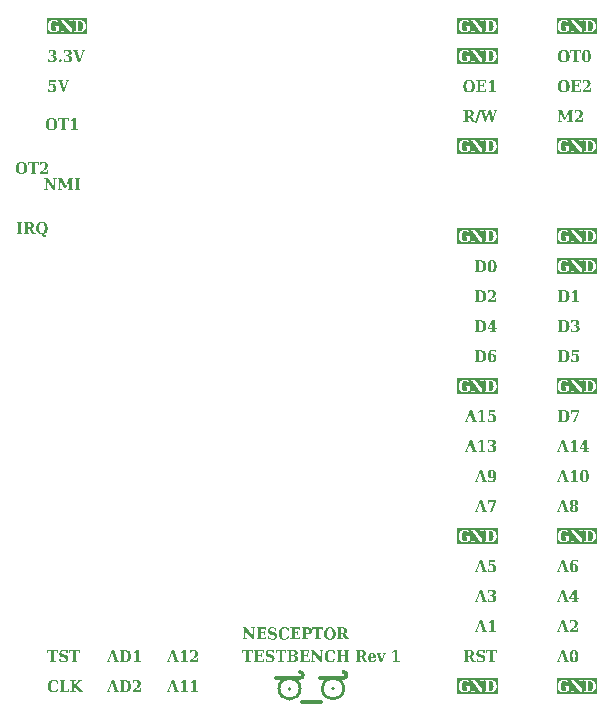
<source format=gto>
G04 #@! TF.GenerationSoftware,KiCad,Pcbnew,9.0.1*
G04 #@! TF.CreationDate,2025-10-08T22:03:34-06:00*
G04 #@! TF.ProjectId,testbench,74657374-6265-46e6-9368-2e6b69636164,rev?*
G04 #@! TF.SameCoordinates,Original*
G04 #@! TF.FileFunction,Legend,Top*
G04 #@! TF.FilePolarity,Positive*
%FSLAX46Y46*%
G04 Gerber Fmt 4.6, Leading zero omitted, Abs format (unit mm)*
G04 Created by KiCad (PCBNEW 9.0.1) date 2025-10-08 22:03:34*
%MOMM*%
%LPD*%
G01*
G04 APERTURE LIST*
%ADD10C,0.300000*%
%ADD11C,0.175000*%
%ADD12C,0.250000*%
%ADD13C,0.200000*%
%ADD14C,0.187500*%
G04 APERTURE END LIST*
D10*
X134556500Y-135890000D02*
X136207500Y-135890000D01*
X136080500Y-133858000D02*
X138112500Y-133858000D01*
D11*
X137311000Y-134747000D02*
G75*
G02*
X137136000Y-134747000I-87500J0D01*
G01*
X137136000Y-134747000D02*
G75*
G02*
X137311000Y-134747000I87500J0D01*
G01*
D12*
X138121526Y-134747000D02*
G75*
G02*
X136325474Y-134747000I-898026J0D01*
G01*
X136325474Y-134747000D02*
G75*
G02*
X138121526Y-134747000I898026J0D01*
G01*
D10*
X138112500Y-133350000D02*
G75*
G02*
X138112500Y-133858000I0J-254000D01*
G01*
X134429500Y-133350000D02*
G75*
G02*
X134429500Y-133858000I0J-254000D01*
G01*
X132397500Y-133858000D02*
X134429500Y-133858000D01*
D11*
X133628000Y-134747000D02*
G75*
G02*
X133453000Y-134747000I-87500J0D01*
G01*
X133453000Y-134747000D02*
G75*
G02*
X133628000Y-134747000I87500J0D01*
G01*
D12*
X134438526Y-134747000D02*
G75*
G02*
X132642474Y-134747000I-898026J0D01*
G01*
X132642474Y-134747000D02*
G75*
G02*
X134438526Y-134747000I898026J0D01*
G01*
D13*
G36*
X129595321Y-130590000D02*
G01*
X129595321Y-130507934D01*
X129712801Y-130507934D01*
X129712801Y-129652107D01*
X129595321Y-129652107D01*
X129595321Y-129570041D01*
X129882245Y-129570041D01*
X130436249Y-130292451D01*
X130436249Y-129652107D01*
X130319439Y-129652107D01*
X130319439Y-129570041D01*
X130640497Y-129570041D01*
X130640497Y-129652107D01*
X130523016Y-129652107D01*
X130523016Y-130590000D01*
X130361816Y-130590000D01*
X129799569Y-129852569D01*
X129799569Y-130507934D01*
X129916378Y-130507934D01*
X129916378Y-130590000D01*
X129595321Y-130590000D01*
G37*
G36*
X130749612Y-130590000D02*
G01*
X130749612Y-130507934D01*
X130867093Y-130507934D01*
X130867093Y-129652107D01*
X130749612Y-129652107D01*
X130749612Y-129570041D01*
X131574848Y-129570041D01*
X131574848Y-129812330D01*
X131490095Y-129812330D01*
X131490095Y-129663831D01*
X131104131Y-129663831D01*
X131104131Y-129988185D01*
X131344588Y-129988185D01*
X131344588Y-129859225D01*
X131428668Y-129859225D01*
X131428668Y-130210935D01*
X131344588Y-130210935D01*
X131344588Y-130081974D01*
X131104131Y-130081974D01*
X131104131Y-130496210D01*
X131501758Y-130496210D01*
X131501758Y-130347711D01*
X131585778Y-130347711D01*
X131585778Y-130590000D01*
X130749612Y-130590000D01*
G37*
G36*
X131747283Y-130539197D02*
G01*
X131747283Y-130300816D01*
X131825136Y-130300816D01*
X131843990Y-130373793D01*
X131872467Y-130429415D01*
X131909827Y-130471175D01*
X131944166Y-130494729D01*
X131985307Y-130512270D01*
X132034576Y-130523470D01*
X132093620Y-130527473D01*
X132155801Y-130522327D01*
X132202936Y-130508444D01*
X132238394Y-130487295D01*
X132265525Y-130457234D01*
X132282269Y-130418827D01*
X132288281Y-130369448D01*
X132284147Y-130329888D01*
X132272685Y-130298725D01*
X132254453Y-130274071D01*
X132229293Y-130255003D01*
X132185305Y-130233829D01*
X132114808Y-130210690D01*
X131977482Y-130172833D01*
X131890452Y-130141096D01*
X131829323Y-130105304D01*
X131788255Y-130066282D01*
X131765678Y-130031202D01*
X131748616Y-129988238D01*
X131737585Y-129935789D01*
X131733606Y-129871926D01*
X131739851Y-129796635D01*
X131757465Y-129733466D01*
X131785510Y-129680180D01*
X131824098Y-129635132D01*
X131871506Y-129599529D01*
X131928275Y-129573209D01*
X131996268Y-129556476D01*
X132077866Y-129550502D01*
X132159182Y-129554083D01*
X132245600Y-129565157D01*
X132333087Y-129583179D01*
X132426278Y-129609120D01*
X132426278Y-129835778D01*
X132348426Y-129835778D01*
X132330165Y-129768294D01*
X132303715Y-129718066D01*
X132269841Y-129681477D01*
X132227092Y-129655602D01*
X132171176Y-129638765D01*
X132098382Y-129632568D01*
X132038609Y-129637160D01*
X131993980Y-129649432D01*
X131961057Y-129667861D01*
X131935776Y-129694485D01*
X131920232Y-129728739D01*
X131914651Y-129773068D01*
X131918668Y-129814384D01*
X131929629Y-129845981D01*
X131946707Y-129870094D01*
X131971311Y-129888528D01*
X132019584Y-129911285D01*
X132103145Y-129938970D01*
X132241142Y-129976828D01*
X132304594Y-129998737D01*
X132355341Y-130024731D01*
X132395376Y-130054355D01*
X132426278Y-130087531D01*
X132450137Y-130126093D01*
X132468057Y-130172408D01*
X132479556Y-130227960D01*
X132483675Y-130294527D01*
X132477034Y-130370773D01*
X132458403Y-130433711D01*
X132428820Y-130485925D01*
X132388054Y-130529244D01*
X132338733Y-130562211D01*
X132277121Y-130587280D01*
X132200576Y-130603608D01*
X132105893Y-130609539D01*
X132016719Y-130605201D01*
X131927595Y-130592137D01*
X131839039Y-130570468D01*
X131747283Y-130539197D01*
G37*
G36*
X133497711Y-130300816D02*
G01*
X133474404Y-130378388D01*
X133444643Y-130441667D01*
X133409015Y-130492831D01*
X133367590Y-130533579D01*
X133319068Y-130565519D01*
X133261951Y-130589189D01*
X133194639Y-130604205D01*
X133115165Y-130609539D01*
X133021744Y-130603267D01*
X132939820Y-130585338D01*
X132867651Y-130556616D01*
X132803814Y-130517323D01*
X132747274Y-130467023D01*
X132700154Y-130408090D01*
X132662978Y-130341253D01*
X132635594Y-130265380D01*
X132618415Y-130179006D01*
X132612391Y-130080387D01*
X132618423Y-129981432D01*
X132635618Y-129894838D01*
X132663011Y-129818846D01*
X132700183Y-129751975D01*
X132747274Y-129693079D01*
X132803816Y-129642758D01*
X132867659Y-129603448D01*
X132939839Y-129574714D01*
X133021781Y-129556776D01*
X133115226Y-129550502D01*
X133197117Y-129555910D01*
X133285280Y-129572789D01*
X133374467Y-129600098D01*
X133472493Y-129640383D01*
X133472493Y-129890488D01*
X133394579Y-129890488D01*
X133372528Y-129806558D01*
X133343116Y-129743411D01*
X133307445Y-129696864D01*
X133273972Y-129669157D01*
X133235664Y-129649240D01*
X133191583Y-129636893D01*
X133140444Y-129632568D01*
X133087797Y-129637266D01*
X133042752Y-129650659D01*
X133003865Y-129672291D01*
X132970119Y-129702518D01*
X132941020Y-129742477D01*
X132915371Y-129797176D01*
X132894949Y-129869006D01*
X132881206Y-129961914D01*
X132876113Y-130080387D01*
X132881211Y-130198882D01*
X132894961Y-130291717D01*
X132915383Y-130363409D01*
X132941020Y-130417930D01*
X132970093Y-130457694D01*
X133003884Y-130487813D01*
X133042901Y-130509397D01*
X133088179Y-130522776D01*
X133141177Y-130527473D01*
X133200361Y-130520862D01*
X133249726Y-130502026D01*
X133291448Y-130471175D01*
X133324661Y-130430233D01*
X133352937Y-130374635D01*
X133375467Y-130300816D01*
X133497711Y-130300816D01*
G37*
G36*
X133620931Y-130590000D02*
G01*
X133620931Y-130507934D01*
X133738412Y-130507934D01*
X133738412Y-129652107D01*
X133620931Y-129652107D01*
X133620931Y-129570041D01*
X134446167Y-129570041D01*
X134446167Y-129812330D01*
X134361414Y-129812330D01*
X134361414Y-129663831D01*
X133975450Y-129663831D01*
X133975450Y-129988185D01*
X134215907Y-129988185D01*
X134215907Y-129859225D01*
X134299987Y-129859225D01*
X134299987Y-130210935D01*
X134215907Y-130210935D01*
X134215907Y-130081974D01*
X133975450Y-130081974D01*
X133975450Y-130496210D01*
X134373077Y-130496210D01*
X134373077Y-130347711D01*
X134457096Y-130347711D01*
X134457096Y-130590000D01*
X133620931Y-130590000D01*
G37*
G36*
X135179557Y-129575669D02*
G01*
X135244482Y-129591552D01*
X135299694Y-129616729D01*
X135346751Y-129651008D01*
X135385827Y-129694398D01*
X135413707Y-129744097D01*
X135430916Y-129801354D01*
X135436938Y-129867957D01*
X135430899Y-129934893D01*
X135413634Y-129992499D01*
X135385658Y-130042555D01*
X135346446Y-130086310D01*
X135299163Y-130120937D01*
X135243900Y-130146316D01*
X135179138Y-130162295D01*
X135102936Y-130167948D01*
X134934836Y-130167948D01*
X134934836Y-130507934D01*
X135083091Y-130507934D01*
X135083091Y-130590000D01*
X134580317Y-130590000D01*
X134580317Y-130507934D01*
X134697798Y-130507934D01*
X134697798Y-130085882D01*
X134934836Y-130085882D01*
X135003834Y-130085882D01*
X135054275Y-130079074D01*
X135096022Y-130059494D01*
X135131207Y-130026592D01*
X135156707Y-129984631D01*
X135172887Y-129932621D01*
X135178712Y-129867957D01*
X135172924Y-129803729D01*
X135156863Y-129752193D01*
X135131573Y-129710725D01*
X135096606Y-129678279D01*
X135054761Y-129658879D01*
X135003834Y-129652107D01*
X134934836Y-129652107D01*
X134934836Y-130085882D01*
X134697798Y-130085882D01*
X134697798Y-129652107D01*
X134580317Y-129652107D01*
X134580317Y-129570041D01*
X135102936Y-129570041D01*
X135179557Y-129575669D01*
G37*
G36*
X135696446Y-130590000D02*
G01*
X135696446Y-130507934D01*
X135818018Y-130507934D01*
X135818018Y-129663831D01*
X135566631Y-129663831D01*
X135566631Y-129825153D01*
X135482611Y-129825153D01*
X135482611Y-129570041D01*
X136392538Y-129570041D01*
X136392538Y-129825153D01*
X136309190Y-129825153D01*
X136309190Y-129663831D01*
X136055727Y-129663831D01*
X136055727Y-130507934D01*
X136178703Y-130507934D01*
X136178703Y-130590000D01*
X135696446Y-130590000D01*
G37*
G36*
X137046028Y-129556736D02*
G01*
X137127212Y-129574522D01*
X137198368Y-129602949D01*
X137260968Y-129641761D01*
X137316081Y-129691369D01*
X137361707Y-129749351D01*
X137397914Y-129815831D01*
X137424736Y-129892057D01*
X137441651Y-129979618D01*
X137447606Y-130080387D01*
X137441647Y-130180801D01*
X137424712Y-130268134D01*
X137397843Y-130344241D01*
X137361547Y-130410697D01*
X137315776Y-130468733D01*
X137260512Y-130518355D01*
X137197850Y-130557158D01*
X137126735Y-130585560D01*
X137045715Y-130603318D01*
X136953014Y-130609539D01*
X136860009Y-130603311D01*
X136778783Y-130585539D01*
X136707546Y-130557126D01*
X136644834Y-130518327D01*
X136589581Y-130468733D01*
X136543810Y-130410697D01*
X136507514Y-130344241D01*
X136480644Y-130268134D01*
X136463710Y-130180801D01*
X136457751Y-130080387D01*
X136721472Y-130080387D01*
X136725970Y-130197298D01*
X136738126Y-130289543D01*
X136756190Y-130361282D01*
X136778808Y-130416221D01*
X136812456Y-130466304D01*
X136851910Y-130500191D01*
X136898070Y-130520441D01*
X136953075Y-130527473D01*
X137008471Y-130520468D01*
X137054776Y-130500339D01*
X137094169Y-130466755D01*
X137127587Y-130417259D01*
X137150009Y-130362836D01*
X137167982Y-130291218D01*
X137180117Y-130198522D01*
X137184617Y-130080387D01*
X137180111Y-129961832D01*
X137167967Y-129868916D01*
X137149993Y-129797228D01*
X137127587Y-129742843D01*
X137094166Y-129693316D01*
X137054771Y-129659714D01*
X137008467Y-129639576D01*
X136953075Y-129632568D01*
X136898070Y-129639599D01*
X136851910Y-129659850D01*
X136812456Y-129693737D01*
X136778808Y-129743820D01*
X136756205Y-129798750D01*
X136738139Y-129870582D01*
X136725975Y-129963060D01*
X136721472Y-130080387D01*
X136457751Y-130080387D01*
X136463721Y-129979977D01*
X136480692Y-129892603D01*
X136507629Y-129816417D01*
X136544029Y-129749849D01*
X136589947Y-129691674D01*
X136645375Y-129641896D01*
X136708158Y-129602987D01*
X136779343Y-129574521D01*
X136860373Y-129556731D01*
X136953014Y-129550502D01*
X137046028Y-129556736D01*
G37*
G36*
X138165782Y-129575201D02*
G01*
X138232324Y-129589534D01*
X138287053Y-129611769D01*
X138331948Y-129641299D01*
X138369503Y-129679917D01*
X138396415Y-129725462D01*
X138413164Y-129779323D01*
X138419082Y-129843532D01*
X138414836Y-129896206D01*
X138402816Y-129940887D01*
X138383629Y-129979005D01*
X138357227Y-130011632D01*
X138312304Y-130045989D01*
X138251426Y-130072877D01*
X138170382Y-130091072D01*
X138221455Y-130105943D01*
X138262583Y-130131495D01*
X138296548Y-130168301D01*
X138328224Y-130222597D01*
X138462069Y-130507934D01*
X138556346Y-130507934D01*
X138556346Y-130590000D01*
X138254401Y-130590000D01*
X138107550Y-130281582D01*
X138063879Y-130195625D01*
X138035437Y-130159216D01*
X138014184Y-130145043D01*
X137987291Y-130136038D01*
X137953189Y-130132777D01*
X137915575Y-130132777D01*
X137915575Y-130507934D01*
X138033789Y-130507934D01*
X138033789Y-130590000D01*
X137561057Y-130590000D01*
X137561057Y-130507934D01*
X137678538Y-130507934D01*
X137678538Y-130050711D01*
X137915575Y-130050711D01*
X137996236Y-130050711D01*
X138051355Y-130044433D01*
X138094602Y-130026961D01*
X138128738Y-129998871D01*
X138153483Y-129961606D01*
X138169388Y-129913287D01*
X138175205Y-129850737D01*
X138169371Y-129788195D01*
X138153454Y-129740152D01*
X138128738Y-129703337D01*
X138094650Y-129675605D01*
X138051405Y-129658324D01*
X137996236Y-129652107D01*
X137915575Y-129652107D01*
X137915575Y-130050711D01*
X137678538Y-130050711D01*
X137678538Y-129652107D01*
X137561057Y-129652107D01*
X137561057Y-129570041D01*
X138085019Y-129570041D01*
X138165782Y-129575201D01*
G37*
G36*
X129768183Y-132495000D02*
G01*
X129768183Y-132412934D01*
X129889755Y-132412934D01*
X129889755Y-131568831D01*
X129638368Y-131568831D01*
X129638368Y-131730153D01*
X129554349Y-131730153D01*
X129554349Y-131475041D01*
X130464275Y-131475041D01*
X130464275Y-131730153D01*
X130380928Y-131730153D01*
X130380928Y-131568831D01*
X130127465Y-131568831D01*
X130127465Y-132412934D01*
X130250441Y-132412934D01*
X130250441Y-132495000D01*
X129768183Y-132495000D01*
G37*
G36*
X130535655Y-132495000D02*
G01*
X130535655Y-132412934D01*
X130653136Y-132412934D01*
X130653136Y-131557107D01*
X130535655Y-131557107D01*
X130535655Y-131475041D01*
X131360891Y-131475041D01*
X131360891Y-131717330D01*
X131276139Y-131717330D01*
X131276139Y-131568831D01*
X130890174Y-131568831D01*
X130890174Y-131893185D01*
X131130631Y-131893185D01*
X131130631Y-131764225D01*
X131214712Y-131764225D01*
X131214712Y-132115935D01*
X131130631Y-132115935D01*
X131130631Y-131986974D01*
X130890174Y-131986974D01*
X130890174Y-132401210D01*
X131287801Y-132401210D01*
X131287801Y-132252711D01*
X131371821Y-132252711D01*
X131371821Y-132495000D01*
X130535655Y-132495000D01*
G37*
G36*
X131533326Y-132444197D02*
G01*
X131533326Y-132205816D01*
X131611179Y-132205816D01*
X131630033Y-132278793D01*
X131658510Y-132334415D01*
X131695870Y-132376175D01*
X131730210Y-132399729D01*
X131771350Y-132417270D01*
X131820620Y-132428470D01*
X131879663Y-132432473D01*
X131941845Y-132427327D01*
X131988979Y-132413444D01*
X132024438Y-132392295D01*
X132051568Y-132362234D01*
X132068313Y-132323827D01*
X132074324Y-132274448D01*
X132070191Y-132234888D01*
X132058728Y-132203725D01*
X132040497Y-132179071D01*
X132015336Y-132160003D01*
X131971348Y-132138829D01*
X131900851Y-132115690D01*
X131763525Y-132077833D01*
X131676495Y-132046096D01*
X131615366Y-132010304D01*
X131574298Y-131971282D01*
X131551722Y-131936202D01*
X131534659Y-131893238D01*
X131523628Y-131840789D01*
X131519649Y-131776926D01*
X131525895Y-131701635D01*
X131543508Y-131638466D01*
X131571553Y-131585180D01*
X131610141Y-131540132D01*
X131657549Y-131504529D01*
X131714318Y-131478209D01*
X131782311Y-131461476D01*
X131863909Y-131455502D01*
X131945225Y-131459083D01*
X132031643Y-131470157D01*
X132119131Y-131488179D01*
X132212322Y-131514120D01*
X132212322Y-131740778D01*
X132134469Y-131740778D01*
X132116209Y-131673294D01*
X132089758Y-131623066D01*
X132055884Y-131586477D01*
X132013135Y-131560602D01*
X131957219Y-131543765D01*
X131884426Y-131537568D01*
X131824652Y-131542160D01*
X131780024Y-131554432D01*
X131747100Y-131572861D01*
X131721819Y-131599485D01*
X131706275Y-131633739D01*
X131700694Y-131678068D01*
X131704711Y-131719384D01*
X131715672Y-131750981D01*
X131732751Y-131775094D01*
X131757355Y-131793528D01*
X131805627Y-131816285D01*
X131889188Y-131843970D01*
X132027185Y-131881828D01*
X132090637Y-131903737D01*
X132141384Y-131929731D01*
X132181419Y-131959355D01*
X132212322Y-131992531D01*
X132236180Y-132031093D01*
X132254100Y-132077408D01*
X132265599Y-132132960D01*
X132269719Y-132199527D01*
X132263077Y-132275773D01*
X132244446Y-132338711D01*
X132214863Y-132390925D01*
X132174098Y-132434244D01*
X132124776Y-132467211D01*
X132063164Y-132492280D01*
X131986619Y-132508608D01*
X131891936Y-132514539D01*
X131802762Y-132510201D01*
X131713639Y-132497137D01*
X131625082Y-132475468D01*
X131533326Y-132444197D01*
G37*
G36*
X132574045Y-132495000D02*
G01*
X132574045Y-132412934D01*
X132695617Y-132412934D01*
X132695617Y-131568831D01*
X132444230Y-131568831D01*
X132444230Y-131730153D01*
X132360211Y-131730153D01*
X132360211Y-131475041D01*
X133270137Y-131475041D01*
X133270137Y-131730153D01*
X133186789Y-131730153D01*
X133186789Y-131568831D01*
X132933326Y-131568831D01*
X132933326Y-132412934D01*
X133056303Y-132412934D01*
X133056303Y-132495000D01*
X132574045Y-132495000D01*
G37*
G36*
X133972078Y-131479799D02*
G01*
X134040824Y-131492791D01*
X134095285Y-131512483D01*
X134138054Y-131537934D01*
X134174077Y-131572442D01*
X134200003Y-131614370D01*
X134216272Y-131665243D01*
X134222074Y-131727344D01*
X134215213Y-131785411D01*
X134195792Y-131832680D01*
X134164005Y-131871631D01*
X134122211Y-131901095D01*
X134066084Y-131923826D01*
X133991875Y-131938614D01*
X134061118Y-131950104D01*
X134118289Y-131968042D01*
X134165277Y-131991642D01*
X134203633Y-132020558D01*
X134235597Y-132056667D01*
X134258405Y-132097880D01*
X134272476Y-132145205D01*
X134277395Y-132200076D01*
X134270267Y-132274342D01*
X134250352Y-132334513D01*
X134218663Y-132383533D01*
X134174569Y-132423314D01*
X134122747Y-132451780D01*
X134054425Y-132474284D01*
X133965642Y-132489395D01*
X133851802Y-132495000D01*
X133341517Y-132495000D01*
X133341517Y-132412934D01*
X133458998Y-132412934D01*
X133696036Y-132412934D01*
X133784207Y-132412934D01*
X133860476Y-132406215D01*
X133916697Y-132388258D01*
X133957681Y-132361032D01*
X133981268Y-132333388D01*
X133998888Y-132298558D01*
X134010273Y-132254928D01*
X134014406Y-132200382D01*
X134010278Y-132145543D01*
X133998867Y-132101303D01*
X133981147Y-132065651D01*
X133957376Y-132037044D01*
X133927586Y-132014818D01*
X133890024Y-131997999D01*
X133842954Y-131987051D01*
X133784207Y-131983066D01*
X133696036Y-131983066D01*
X133696036Y-132412934D01*
X133458998Y-132412934D01*
X133458998Y-131901001D01*
X133696036Y-131901001D01*
X133776697Y-131901001D01*
X133846214Y-131895379D01*
X133896958Y-131880474D01*
X133933440Y-131858197D01*
X133960746Y-131826250D01*
X133978034Y-131783656D01*
X133984364Y-131726978D01*
X133978103Y-131669811D01*
X133961208Y-131627949D01*
X133934844Y-131597529D01*
X133899348Y-131576719D01*
X133848353Y-131562532D01*
X133776697Y-131557107D01*
X133696036Y-131557107D01*
X133696036Y-131901001D01*
X133458998Y-131901001D01*
X133458998Y-131557107D01*
X133341517Y-131557107D01*
X133341517Y-131475041D01*
X133885996Y-131475041D01*
X133972078Y-131479799D01*
G37*
G36*
X134405439Y-132495000D02*
G01*
X134405439Y-132412934D01*
X134522920Y-132412934D01*
X134522920Y-131557107D01*
X134405439Y-131557107D01*
X134405439Y-131475041D01*
X135230675Y-131475041D01*
X135230675Y-131717330D01*
X135145922Y-131717330D01*
X135145922Y-131568831D01*
X134759958Y-131568831D01*
X134759958Y-131893185D01*
X135000415Y-131893185D01*
X135000415Y-131764225D01*
X135084495Y-131764225D01*
X135084495Y-132115935D01*
X135000415Y-132115935D01*
X135000415Y-131986974D01*
X134759958Y-131986974D01*
X134759958Y-132401210D01*
X135157585Y-132401210D01*
X135157585Y-132252711D01*
X135241605Y-132252711D01*
X135241605Y-132495000D01*
X134405439Y-132495000D01*
G37*
G36*
X135361406Y-132495000D02*
G01*
X135361406Y-132412934D01*
X135478886Y-132412934D01*
X135478886Y-131557107D01*
X135361406Y-131557107D01*
X135361406Y-131475041D01*
X135648330Y-131475041D01*
X136202334Y-132197451D01*
X136202334Y-131557107D01*
X136085525Y-131557107D01*
X136085525Y-131475041D01*
X136406582Y-131475041D01*
X136406582Y-131557107D01*
X136289101Y-131557107D01*
X136289101Y-132495000D01*
X136127901Y-132495000D01*
X135565654Y-131757569D01*
X135565654Y-132412934D01*
X135682463Y-132412934D01*
X135682463Y-132495000D01*
X135361406Y-132495000D01*
G37*
G36*
X137394849Y-132205816D02*
G01*
X137371543Y-132283388D01*
X137341782Y-132346667D01*
X137306154Y-132397831D01*
X137264729Y-132438579D01*
X137216207Y-132470519D01*
X137159090Y-132494189D01*
X137091778Y-132509205D01*
X137012304Y-132514539D01*
X136918883Y-132508267D01*
X136836958Y-132490338D01*
X136764790Y-132461616D01*
X136700953Y-132422323D01*
X136644413Y-132372023D01*
X136597293Y-132313090D01*
X136560116Y-132246253D01*
X136532733Y-132170380D01*
X136515554Y-132084006D01*
X136509530Y-131985387D01*
X136515562Y-131886432D01*
X136532757Y-131799838D01*
X136560150Y-131723846D01*
X136597322Y-131656975D01*
X136644413Y-131598079D01*
X136700955Y-131547758D01*
X136764798Y-131508448D01*
X136836978Y-131479714D01*
X136918920Y-131461776D01*
X137012365Y-131455502D01*
X137094256Y-131460910D01*
X137182419Y-131477789D01*
X137271606Y-131505098D01*
X137369631Y-131545383D01*
X137369631Y-131795488D01*
X137291718Y-131795488D01*
X137269667Y-131711558D01*
X137240255Y-131648411D01*
X137204584Y-131601864D01*
X137171111Y-131574157D01*
X137132803Y-131554240D01*
X137088722Y-131541893D01*
X137037583Y-131537568D01*
X136984935Y-131542266D01*
X136939891Y-131555659D01*
X136901004Y-131577291D01*
X136867258Y-131607518D01*
X136838159Y-131647477D01*
X136812509Y-131702176D01*
X136792088Y-131774006D01*
X136778345Y-131866914D01*
X136773251Y-131985387D01*
X136778350Y-132103882D01*
X136792100Y-132196717D01*
X136812522Y-132268409D01*
X136838159Y-132322930D01*
X136867232Y-132362694D01*
X136901023Y-132392813D01*
X136940040Y-132414397D01*
X136985317Y-132427776D01*
X137038316Y-132432473D01*
X137097500Y-132425862D01*
X137146865Y-132407026D01*
X137188586Y-132376175D01*
X137221800Y-132335233D01*
X137250076Y-132279635D01*
X137272606Y-132205816D01*
X137394849Y-132205816D01*
G37*
G36*
X137518070Y-132495000D02*
G01*
X137518070Y-132412934D01*
X137635551Y-132412934D01*
X137635551Y-131557107D01*
X137518070Y-131557107D01*
X137518070Y-131475041D01*
X137990802Y-131475041D01*
X137990802Y-131557107D01*
X137872588Y-131557107D01*
X137872588Y-131901001D01*
X138237426Y-131901001D01*
X138237426Y-131557107D01*
X138120617Y-131557107D01*
X138120617Y-131475041D01*
X138592616Y-131475041D01*
X138592616Y-131557107D01*
X138474464Y-131557107D01*
X138474464Y-132412934D01*
X138592616Y-132412934D01*
X138592616Y-132495000D01*
X138120617Y-132495000D01*
X138120617Y-132412934D01*
X138237426Y-132412934D01*
X138237426Y-131994790D01*
X137872588Y-131994790D01*
X137872588Y-132412934D01*
X137990802Y-132412934D01*
X137990802Y-132495000D01*
X137518070Y-132495000D01*
G37*
G36*
X139750430Y-131480201D02*
G01*
X139816972Y-131494534D01*
X139871700Y-131516769D01*
X139916596Y-131546299D01*
X139954150Y-131584917D01*
X139981063Y-131630462D01*
X139997812Y-131684323D01*
X140003729Y-131748532D01*
X139999483Y-131801206D01*
X139987464Y-131845887D01*
X139968277Y-131884005D01*
X139941875Y-131916632D01*
X139896952Y-131950989D01*
X139836073Y-131977877D01*
X139755029Y-131996072D01*
X139806103Y-132010943D01*
X139847231Y-132036495D01*
X139881196Y-132073301D01*
X139912871Y-132127597D01*
X140046716Y-132412934D01*
X140140994Y-132412934D01*
X140140994Y-132495000D01*
X139839049Y-132495000D01*
X139692198Y-132186582D01*
X139648527Y-132100625D01*
X139620085Y-132064216D01*
X139598832Y-132050043D01*
X139571938Y-132041038D01*
X139537836Y-132037777D01*
X139500223Y-132037777D01*
X139500223Y-132412934D01*
X139618436Y-132412934D01*
X139618436Y-132495000D01*
X139145704Y-132495000D01*
X139145704Y-132412934D01*
X139263185Y-132412934D01*
X139263185Y-131955711D01*
X139500223Y-131955711D01*
X139580884Y-131955711D01*
X139636003Y-131949433D01*
X139679250Y-131931961D01*
X139713386Y-131903871D01*
X139738130Y-131866606D01*
X139754035Y-131818287D01*
X139759853Y-131755737D01*
X139754018Y-131693195D01*
X139738101Y-131645152D01*
X139713386Y-131608337D01*
X139679298Y-131580605D01*
X139636053Y-131563324D01*
X139580884Y-131557107D01*
X139500223Y-131557107D01*
X139500223Y-131955711D01*
X139263185Y-131955711D01*
X139263185Y-131557107D01*
X139145704Y-131557107D01*
X139145704Y-131475041D01*
X139669666Y-131475041D01*
X139750430Y-131480201D01*
G37*
G36*
X140601039Y-131753294D02*
G01*
X140656998Y-131766670D01*
X140705607Y-131788050D01*
X140747999Y-131817338D01*
X140784940Y-131855022D01*
X140820828Y-131909731D01*
X140848886Y-131977970D01*
X140868224Y-132062527D01*
X140877203Y-132166737D01*
X140427735Y-132166737D01*
X140427735Y-132172049D01*
X140433051Y-132265619D01*
X140446692Y-132330617D01*
X140465959Y-132374221D01*
X140487675Y-132401109D01*
X140514601Y-132420203D01*
X140547776Y-132432122D01*
X140588935Y-132436381D01*
X140634177Y-132431412D01*
X140671649Y-132417306D01*
X140703058Y-132394310D01*
X140727694Y-132363701D01*
X140746550Y-132323762D01*
X140759050Y-132272250D01*
X140861510Y-132272250D01*
X140843746Y-132333757D01*
X140819999Y-132383715D01*
X140790745Y-132423961D01*
X140755936Y-132455860D01*
X140715594Y-132480127D01*
X140666708Y-132498462D01*
X140607622Y-132510287D01*
X140536362Y-132514539D01*
X140451990Y-132507594D01*
X140382114Y-132488122D01*
X140324016Y-132457310D01*
X140275694Y-132415132D01*
X140237920Y-132363295D01*
X140209744Y-132300308D01*
X140191687Y-132223895D01*
X140185202Y-132131200D01*
X140189457Y-132072398D01*
X140427735Y-132072398D01*
X140427735Y-132084672D01*
X140638150Y-132084672D01*
X140634664Y-131988049D01*
X140625946Y-131924145D01*
X140614214Y-131884270D01*
X140593858Y-131851626D01*
X140567205Y-131833151D01*
X140532271Y-131826751D01*
X140498551Y-131832979D01*
X140472394Y-131851083D01*
X140451976Y-131883232D01*
X140439986Y-131922260D01*
X140431209Y-131982863D01*
X140427735Y-132072398D01*
X140189457Y-132072398D01*
X140191730Y-132040989D01*
X140210031Y-131965626D01*
X140238828Y-131902541D01*
X140277770Y-131849710D01*
X140327183Y-131806475D01*
X140385454Y-131775157D01*
X140454348Y-131755539D01*
X140536301Y-131748593D01*
X140601039Y-131753294D01*
G37*
G36*
X141215846Y-132495000D02*
G01*
X140984303Y-131850198D01*
X140912557Y-131850198D01*
X140912557Y-131768133D01*
X141287592Y-131768133D01*
X141287592Y-131850198D01*
X141208335Y-131850198D01*
X141373627Y-132310169D01*
X141538307Y-131850198D01*
X141452883Y-131850198D01*
X141452883Y-131768133D01*
X141698103Y-131768133D01*
X141698103Y-131850198D01*
X141622327Y-131850198D01*
X141390724Y-132495000D01*
X141215846Y-132495000D01*
G37*
G36*
X142276653Y-132495000D02*
G01*
X142276653Y-132412934D01*
X142448845Y-132412934D01*
X142448845Y-131586233D01*
X142257541Y-131712140D01*
X142257541Y-131610169D01*
X142487740Y-131455502D01*
X142681791Y-131455502D01*
X142681791Y-132412934D01*
X142854593Y-132412934D01*
X142854593Y-132495000D01*
X142276653Y-132495000D01*
G37*
D14*
G36*
X150606719Y-88384149D02*
G01*
X150663531Y-88403844D01*
X150709745Y-88435307D01*
X150747150Y-88479384D01*
X150773390Y-88530576D01*
X150794335Y-88598851D01*
X150808494Y-88688385D01*
X150813767Y-88803982D01*
X150808460Y-88920331D01*
X150794217Y-89010375D01*
X150773157Y-89078974D01*
X150746783Y-89130352D01*
X150709218Y-89174623D01*
X150662983Y-89206175D01*
X150606329Y-89225894D01*
X150536429Y-89232934D01*
X150451005Y-89232934D01*
X150451005Y-88377107D01*
X150536429Y-88377107D01*
X150606719Y-88384149D01*
G37*
G36*
X151187866Y-89445650D02*
G01*
X147752691Y-89445650D01*
X147752691Y-88805387D01*
X147863802Y-88805387D01*
X147869856Y-88904964D01*
X147887094Y-88991848D01*
X147914515Y-89067854D01*
X147951670Y-89134511D01*
X147998685Y-89193000D01*
X148055115Y-89242778D01*
X148119179Y-89281779D01*
X148191968Y-89310370D01*
X148274971Y-89328266D01*
X148369995Y-89334539D01*
X148476891Y-89328008D01*
X148580777Y-89308527D01*
X148682531Y-89276058D01*
X148786734Y-89229026D01*
X148786734Y-88838237D01*
X148456091Y-88838237D01*
X148456091Y-88920303D01*
X148566733Y-88920303D01*
X148566733Y-89199717D01*
X148528639Y-89222719D01*
X148486133Y-89239284D01*
X148440624Y-89249094D01*
X148390511Y-89252473D01*
X148337433Y-89247797D01*
X148292246Y-89234501D01*
X148253460Y-89213094D01*
X148220017Y-89183276D01*
X148191392Y-89143968D01*
X148166265Y-89090006D01*
X148146161Y-89018455D01*
X148132575Y-88925157D01*
X148127523Y-88805387D01*
X148132802Y-88684537D01*
X148146980Y-88590770D01*
X148167939Y-88519162D01*
X148194140Y-88465401D01*
X148223702Y-88426719D01*
X148258530Y-88397117D01*
X148299262Y-88375691D01*
X148347061Y-88362297D01*
X148403517Y-88357568D01*
X148462271Y-88361875D01*
X148511090Y-88373926D01*
X148551723Y-88392858D01*
X148585539Y-88418445D01*
X148621801Y-88463139D01*
X148652848Y-88527012D01*
X148677436Y-88615488D01*
X148755288Y-88615488D01*
X148755288Y-88377107D01*
X148942195Y-88377107D01*
X149059676Y-88377107D01*
X149059676Y-89232934D01*
X148942195Y-89232934D01*
X148942195Y-89315000D01*
X149263252Y-89315000D01*
X149263252Y-89232934D01*
X149146443Y-89232934D01*
X149146443Y-88577569D01*
X149708690Y-89315000D01*
X149869890Y-89315000D01*
X149869890Y-88377107D01*
X149987371Y-88377107D01*
X150096487Y-88377107D01*
X150213968Y-88377107D01*
X150213968Y-89232934D01*
X150096487Y-89232934D01*
X150096487Y-89315000D01*
X150567875Y-89315000D01*
X150668282Y-89308958D01*
X150754298Y-89291902D01*
X150828057Y-89265019D01*
X150891360Y-89228906D01*
X150945597Y-89183536D01*
X150990808Y-89129197D01*
X151026831Y-89065684D01*
X151053672Y-88991582D01*
X151070715Y-88905068D01*
X151076755Y-88803982D01*
X151070739Y-88703507D01*
X151053757Y-88617453D01*
X151027001Y-88543684D01*
X150991074Y-88480398D01*
X150945963Y-88426200D01*
X150891898Y-88380984D01*
X150828669Y-88344964D01*
X150754863Y-88318125D01*
X150668653Y-88301082D01*
X150567875Y-88295041D01*
X150096487Y-88295041D01*
X150096487Y-88377107D01*
X149987371Y-88377107D01*
X149987371Y-88295041D01*
X149666314Y-88295041D01*
X149666314Y-88377107D01*
X149783123Y-88377107D01*
X149783123Y-89017451D01*
X149229119Y-88295041D01*
X148942195Y-88295041D01*
X148942195Y-88377107D01*
X148755288Y-88377107D01*
X148755288Y-88365383D01*
X148658256Y-88325485D01*
X148563680Y-88297789D01*
X148467657Y-88281080D01*
X148369995Y-88275502D01*
X148274971Y-88281775D01*
X148191968Y-88299671D01*
X148119179Y-88328262D01*
X148055115Y-88367263D01*
X147998685Y-88417041D01*
X147951697Y-88475517D01*
X147914546Y-88542227D01*
X147887115Y-88618365D01*
X147869864Y-88705475D01*
X147863802Y-88805387D01*
X147752691Y-88805387D01*
X147752691Y-88164391D01*
X151187866Y-88164391D01*
X151187866Y-89445650D01*
G37*
G36*
X148873298Y-85760201D02*
G01*
X148939841Y-85774534D01*
X148994569Y-85796769D01*
X149039464Y-85826299D01*
X149077019Y-85864917D01*
X149103931Y-85910462D01*
X149120680Y-85964323D01*
X149126598Y-86028532D01*
X149122352Y-86081206D01*
X149110332Y-86125887D01*
X149091146Y-86164005D01*
X149064744Y-86196632D01*
X149019820Y-86230989D01*
X148958942Y-86257877D01*
X148877898Y-86276072D01*
X148928972Y-86290943D01*
X148970099Y-86316495D01*
X149004064Y-86353301D01*
X149035740Y-86407597D01*
X149169585Y-86692934D01*
X149263863Y-86692934D01*
X149263863Y-86775000D01*
X148961917Y-86775000D01*
X148815066Y-86466582D01*
X148771395Y-86380625D01*
X148742954Y-86344216D01*
X148721701Y-86330043D01*
X148694807Y-86321038D01*
X148660705Y-86317777D01*
X148623091Y-86317777D01*
X148623091Y-86692934D01*
X148741305Y-86692934D01*
X148741305Y-86775000D01*
X148268573Y-86775000D01*
X148268573Y-86692934D01*
X148386054Y-86692934D01*
X148386054Y-86235711D01*
X148623091Y-86235711D01*
X148703753Y-86235711D01*
X148758871Y-86229433D01*
X148802118Y-86211961D01*
X148836254Y-86183871D01*
X148860999Y-86146606D01*
X148876904Y-86098287D01*
X148882722Y-86035737D01*
X148876887Y-85973195D01*
X148860970Y-85925152D01*
X148836254Y-85888337D01*
X148802166Y-85860605D01*
X148758921Y-85843324D01*
X148703753Y-85837107D01*
X148623091Y-85837107D01*
X148623091Y-86235711D01*
X148386054Y-86235711D01*
X148386054Y-85837107D01*
X148268573Y-85837107D01*
X148268573Y-85755041D01*
X148792535Y-85755041D01*
X148873298Y-85760201D01*
G37*
G36*
X149579302Y-85755041D02*
G01*
X149715895Y-85755041D01*
X149392090Y-86903960D01*
X149256169Y-86903960D01*
X149579302Y-85755041D01*
G37*
G36*
X150788487Y-86775000D02*
G01*
X150630035Y-86775000D01*
X150422367Y-86031952D01*
X150214700Y-86775000D01*
X150056186Y-86775000D01*
X149793869Y-85837107D01*
X149705087Y-85837107D01*
X149705087Y-85755041D01*
X150140206Y-85755041D01*
X150140206Y-85837107D01*
X150041837Y-85837107D01*
X150217448Y-86463956D01*
X150414857Y-85755041D01*
X150589735Y-85755041D01*
X150791235Y-86475558D01*
X150970204Y-85837107D01*
X150860905Y-85837107D01*
X150860905Y-85755041D01*
X151145082Y-85755041D01*
X151145082Y-85837107D01*
X151050804Y-85837107D01*
X150788487Y-86775000D01*
G37*
G36*
X148837982Y-83201736D02*
G01*
X148919167Y-83219522D01*
X148990322Y-83247949D01*
X149052922Y-83286761D01*
X149108035Y-83336369D01*
X149153661Y-83394351D01*
X149189868Y-83460831D01*
X149216690Y-83537057D01*
X149233605Y-83624618D01*
X149239560Y-83725387D01*
X149233601Y-83825801D01*
X149216666Y-83913134D01*
X149189797Y-83989241D01*
X149153501Y-84055697D01*
X149107730Y-84113733D01*
X149052466Y-84163355D01*
X148989804Y-84202158D01*
X148918689Y-84230560D01*
X148837669Y-84248318D01*
X148744968Y-84254539D01*
X148651963Y-84248311D01*
X148570737Y-84230539D01*
X148499500Y-84202126D01*
X148436788Y-84163327D01*
X148381535Y-84113733D01*
X148335764Y-84055697D01*
X148299468Y-83989241D01*
X148272598Y-83913134D01*
X148255664Y-83825801D01*
X148249705Y-83725387D01*
X148513426Y-83725387D01*
X148517924Y-83842298D01*
X148530080Y-83934543D01*
X148548145Y-84006282D01*
X148570762Y-84061221D01*
X148604410Y-84111304D01*
X148643864Y-84145191D01*
X148690024Y-84165441D01*
X148745029Y-84172473D01*
X148800425Y-84165468D01*
X148846730Y-84145339D01*
X148886123Y-84111755D01*
X148919541Y-84062259D01*
X148941963Y-84007836D01*
X148959936Y-83936218D01*
X148972071Y-83843522D01*
X148976571Y-83725387D01*
X148972065Y-83606832D01*
X148959921Y-83513916D01*
X148941947Y-83442228D01*
X148919541Y-83387843D01*
X148886120Y-83338316D01*
X148846725Y-83304714D01*
X148800421Y-83284576D01*
X148745029Y-83277568D01*
X148690024Y-83284599D01*
X148643864Y-83304850D01*
X148604410Y-83338737D01*
X148570762Y-83388820D01*
X148548159Y-83443750D01*
X148530093Y-83515582D01*
X148517929Y-83608060D01*
X148513426Y-83725387D01*
X148249705Y-83725387D01*
X148255675Y-83624977D01*
X148272646Y-83537603D01*
X148299583Y-83461417D01*
X148335983Y-83394849D01*
X148381901Y-83336674D01*
X148437329Y-83286896D01*
X148500112Y-83247987D01*
X148571297Y-83219521D01*
X148652327Y-83201731D01*
X148744968Y-83195502D01*
X148837982Y-83201736D01*
G37*
G36*
X149353011Y-84235000D02*
G01*
X149353011Y-84152934D01*
X149470492Y-84152934D01*
X149470492Y-83297107D01*
X149353011Y-83297107D01*
X149353011Y-83215041D01*
X150178246Y-83215041D01*
X150178246Y-83457330D01*
X150093494Y-83457330D01*
X150093494Y-83308831D01*
X149707529Y-83308831D01*
X149707529Y-83633185D01*
X149947986Y-83633185D01*
X149947986Y-83504225D01*
X150032067Y-83504225D01*
X150032067Y-83855935D01*
X149947986Y-83855935D01*
X149947986Y-83726974D01*
X149707529Y-83726974D01*
X149707529Y-84141210D01*
X150105157Y-84141210D01*
X150105157Y-83992711D01*
X150189176Y-83992711D01*
X150189176Y-84235000D01*
X149353011Y-84235000D01*
G37*
G36*
X150426458Y-84235000D02*
G01*
X150426458Y-84152934D01*
X150598649Y-84152934D01*
X150598649Y-83326233D01*
X150407346Y-83452140D01*
X150407346Y-83350169D01*
X150637545Y-83195502D01*
X150831596Y-83195502D01*
X150831596Y-84152934D01*
X151004398Y-84152934D01*
X151004398Y-84235000D01*
X150426458Y-84235000D01*
G37*
G36*
X150606719Y-80764149D02*
G01*
X150663531Y-80783844D01*
X150709745Y-80815307D01*
X150747150Y-80859384D01*
X150773390Y-80910576D01*
X150794335Y-80978851D01*
X150808494Y-81068385D01*
X150813767Y-81183982D01*
X150808460Y-81300331D01*
X150794217Y-81390375D01*
X150773157Y-81458974D01*
X150746783Y-81510352D01*
X150709218Y-81554623D01*
X150662983Y-81586175D01*
X150606329Y-81605894D01*
X150536429Y-81612934D01*
X150451005Y-81612934D01*
X150451005Y-80757107D01*
X150536429Y-80757107D01*
X150606719Y-80764149D01*
G37*
G36*
X151187866Y-81825650D02*
G01*
X147752691Y-81825650D01*
X147752691Y-81185387D01*
X147863802Y-81185387D01*
X147869856Y-81284964D01*
X147887094Y-81371848D01*
X147914515Y-81447854D01*
X147951670Y-81514511D01*
X147998685Y-81573000D01*
X148055115Y-81622778D01*
X148119179Y-81661779D01*
X148191968Y-81690370D01*
X148274971Y-81708266D01*
X148369995Y-81714539D01*
X148476891Y-81708008D01*
X148580777Y-81688527D01*
X148682531Y-81656058D01*
X148786734Y-81609026D01*
X148786734Y-81218237D01*
X148456091Y-81218237D01*
X148456091Y-81300303D01*
X148566733Y-81300303D01*
X148566733Y-81579717D01*
X148528639Y-81602719D01*
X148486133Y-81619284D01*
X148440624Y-81629094D01*
X148390511Y-81632473D01*
X148337433Y-81627797D01*
X148292246Y-81614501D01*
X148253460Y-81593094D01*
X148220017Y-81563276D01*
X148191392Y-81523968D01*
X148166265Y-81470006D01*
X148146161Y-81398455D01*
X148132575Y-81305157D01*
X148127523Y-81185387D01*
X148132802Y-81064537D01*
X148146980Y-80970770D01*
X148167939Y-80899162D01*
X148194140Y-80845401D01*
X148223702Y-80806719D01*
X148258530Y-80777117D01*
X148299262Y-80755691D01*
X148347061Y-80742297D01*
X148403517Y-80737568D01*
X148462271Y-80741875D01*
X148511090Y-80753926D01*
X148551723Y-80772858D01*
X148585539Y-80798445D01*
X148621801Y-80843139D01*
X148652848Y-80907012D01*
X148677436Y-80995488D01*
X148755288Y-80995488D01*
X148755288Y-80757107D01*
X148942195Y-80757107D01*
X149059676Y-80757107D01*
X149059676Y-81612934D01*
X148942195Y-81612934D01*
X148942195Y-81695000D01*
X149263252Y-81695000D01*
X149263252Y-81612934D01*
X149146443Y-81612934D01*
X149146443Y-80957569D01*
X149708690Y-81695000D01*
X149869890Y-81695000D01*
X149869890Y-80757107D01*
X149987371Y-80757107D01*
X150096487Y-80757107D01*
X150213968Y-80757107D01*
X150213968Y-81612934D01*
X150096487Y-81612934D01*
X150096487Y-81695000D01*
X150567875Y-81695000D01*
X150668282Y-81688958D01*
X150754298Y-81671902D01*
X150828057Y-81645019D01*
X150891360Y-81608906D01*
X150945597Y-81563536D01*
X150990808Y-81509197D01*
X151026831Y-81445684D01*
X151053672Y-81371582D01*
X151070715Y-81285068D01*
X151076755Y-81183982D01*
X151070739Y-81083507D01*
X151053757Y-80997453D01*
X151027001Y-80923684D01*
X150991074Y-80860398D01*
X150945963Y-80806200D01*
X150891898Y-80760984D01*
X150828669Y-80724964D01*
X150754863Y-80698125D01*
X150668653Y-80681082D01*
X150567875Y-80675041D01*
X150096487Y-80675041D01*
X150096487Y-80757107D01*
X149987371Y-80757107D01*
X149987371Y-80675041D01*
X149666314Y-80675041D01*
X149666314Y-80757107D01*
X149783123Y-80757107D01*
X149783123Y-81397451D01*
X149229119Y-80675041D01*
X148942195Y-80675041D01*
X148942195Y-80757107D01*
X148755288Y-80757107D01*
X148755288Y-80745383D01*
X148658256Y-80705485D01*
X148563680Y-80677789D01*
X148467657Y-80661080D01*
X148369995Y-80655502D01*
X148274971Y-80661775D01*
X148191968Y-80679671D01*
X148119179Y-80708262D01*
X148055115Y-80747263D01*
X147998685Y-80797041D01*
X147951697Y-80855517D01*
X147914546Y-80922227D01*
X147887115Y-80998365D01*
X147869864Y-81085475D01*
X147863802Y-81185387D01*
X147752691Y-81185387D01*
X147752691Y-80544391D01*
X151187866Y-80544391D01*
X151187866Y-81825650D01*
G37*
G36*
X150606719Y-78224149D02*
G01*
X150663531Y-78243844D01*
X150709745Y-78275307D01*
X150747150Y-78319384D01*
X150773390Y-78370576D01*
X150794335Y-78438851D01*
X150808494Y-78528385D01*
X150813767Y-78643982D01*
X150808460Y-78760331D01*
X150794217Y-78850375D01*
X150773157Y-78918974D01*
X150746783Y-78970352D01*
X150709218Y-79014623D01*
X150662983Y-79046175D01*
X150606329Y-79065894D01*
X150536429Y-79072934D01*
X150451005Y-79072934D01*
X150451005Y-78217107D01*
X150536429Y-78217107D01*
X150606719Y-78224149D01*
G37*
G36*
X151187866Y-79285650D02*
G01*
X147752691Y-79285650D01*
X147752691Y-78645387D01*
X147863802Y-78645387D01*
X147869856Y-78744964D01*
X147887094Y-78831848D01*
X147914515Y-78907854D01*
X147951670Y-78974511D01*
X147998685Y-79033000D01*
X148055115Y-79082778D01*
X148119179Y-79121779D01*
X148191968Y-79150370D01*
X148274971Y-79168266D01*
X148369995Y-79174539D01*
X148476891Y-79168008D01*
X148580777Y-79148527D01*
X148682531Y-79116058D01*
X148786734Y-79069026D01*
X148786734Y-78678237D01*
X148456091Y-78678237D01*
X148456091Y-78760303D01*
X148566733Y-78760303D01*
X148566733Y-79039717D01*
X148528639Y-79062719D01*
X148486133Y-79079284D01*
X148440624Y-79089094D01*
X148390511Y-79092473D01*
X148337433Y-79087797D01*
X148292246Y-79074501D01*
X148253460Y-79053094D01*
X148220017Y-79023276D01*
X148191392Y-78983968D01*
X148166265Y-78930006D01*
X148146161Y-78858455D01*
X148132575Y-78765157D01*
X148127523Y-78645387D01*
X148132802Y-78524537D01*
X148146980Y-78430770D01*
X148167939Y-78359162D01*
X148194140Y-78305401D01*
X148223702Y-78266719D01*
X148258530Y-78237117D01*
X148299262Y-78215691D01*
X148347061Y-78202297D01*
X148403517Y-78197568D01*
X148462271Y-78201875D01*
X148511090Y-78213926D01*
X148551723Y-78232858D01*
X148585539Y-78258445D01*
X148621801Y-78303139D01*
X148652848Y-78367012D01*
X148677436Y-78455488D01*
X148755288Y-78455488D01*
X148755288Y-78217107D01*
X148942195Y-78217107D01*
X149059676Y-78217107D01*
X149059676Y-79072934D01*
X148942195Y-79072934D01*
X148942195Y-79155000D01*
X149263252Y-79155000D01*
X149263252Y-79072934D01*
X149146443Y-79072934D01*
X149146443Y-78417569D01*
X149708690Y-79155000D01*
X149869890Y-79155000D01*
X149869890Y-78217107D01*
X149987371Y-78217107D01*
X150096487Y-78217107D01*
X150213968Y-78217107D01*
X150213968Y-79072934D01*
X150096487Y-79072934D01*
X150096487Y-79155000D01*
X150567875Y-79155000D01*
X150668282Y-79148958D01*
X150754298Y-79131902D01*
X150828057Y-79105019D01*
X150891360Y-79068906D01*
X150945597Y-79023536D01*
X150990808Y-78969197D01*
X151026831Y-78905684D01*
X151053672Y-78831582D01*
X151070715Y-78745068D01*
X151076755Y-78643982D01*
X151070739Y-78543507D01*
X151053757Y-78457453D01*
X151027001Y-78383684D01*
X150991074Y-78320398D01*
X150945963Y-78266200D01*
X150891898Y-78220984D01*
X150828669Y-78184964D01*
X150754863Y-78158125D01*
X150668653Y-78141082D01*
X150567875Y-78135041D01*
X150096487Y-78135041D01*
X150096487Y-78217107D01*
X149987371Y-78217107D01*
X149987371Y-78135041D01*
X149666314Y-78135041D01*
X149666314Y-78217107D01*
X149783123Y-78217107D01*
X149783123Y-78857451D01*
X149229119Y-78135041D01*
X148942195Y-78135041D01*
X148942195Y-78217107D01*
X148755288Y-78217107D01*
X148755288Y-78205383D01*
X148658256Y-78165485D01*
X148563680Y-78137789D01*
X148467657Y-78121080D01*
X148369995Y-78115502D01*
X148274971Y-78121775D01*
X148191968Y-78139671D01*
X148119179Y-78168262D01*
X148055115Y-78207263D01*
X147998685Y-78257041D01*
X147951697Y-78315517D01*
X147914546Y-78382227D01*
X147887115Y-78458365D01*
X147869864Y-78545475D01*
X147863802Y-78645387D01*
X147752691Y-78645387D01*
X147752691Y-78004391D01*
X151187866Y-78004391D01*
X151187866Y-79285650D01*
G37*
G36*
X159005490Y-78224149D02*
G01*
X159062302Y-78243844D01*
X159108516Y-78275307D01*
X159145921Y-78319384D01*
X159172161Y-78370576D01*
X159193106Y-78438851D01*
X159207265Y-78528385D01*
X159212538Y-78643982D01*
X159207231Y-78760331D01*
X159192988Y-78850375D01*
X159171928Y-78918974D01*
X159145554Y-78970352D01*
X159107989Y-79014623D01*
X159061754Y-79046175D01*
X159005100Y-79065894D01*
X158935200Y-79072934D01*
X158849776Y-79072934D01*
X158849776Y-78217107D01*
X158935200Y-78217107D01*
X159005490Y-78224149D01*
G37*
G36*
X159586637Y-79285650D02*
G01*
X156151462Y-79285650D01*
X156151462Y-78645387D01*
X156262573Y-78645387D01*
X156268627Y-78744964D01*
X156285865Y-78831848D01*
X156313286Y-78907854D01*
X156350441Y-78974511D01*
X156397456Y-79033000D01*
X156453886Y-79082778D01*
X156517950Y-79121779D01*
X156590739Y-79150370D01*
X156673742Y-79168266D01*
X156768766Y-79174539D01*
X156875662Y-79168008D01*
X156979548Y-79148527D01*
X157081302Y-79116058D01*
X157185505Y-79069026D01*
X157185505Y-78678237D01*
X156854862Y-78678237D01*
X156854862Y-78760303D01*
X156965504Y-78760303D01*
X156965504Y-79039717D01*
X156927410Y-79062719D01*
X156884904Y-79079284D01*
X156839395Y-79089094D01*
X156789282Y-79092473D01*
X156736204Y-79087797D01*
X156691017Y-79074501D01*
X156652231Y-79053094D01*
X156618788Y-79023276D01*
X156590163Y-78983968D01*
X156565036Y-78930006D01*
X156544932Y-78858455D01*
X156531346Y-78765157D01*
X156526294Y-78645387D01*
X156531573Y-78524537D01*
X156545751Y-78430770D01*
X156566710Y-78359162D01*
X156592911Y-78305401D01*
X156622473Y-78266719D01*
X156657301Y-78237117D01*
X156698033Y-78215691D01*
X156745832Y-78202297D01*
X156802288Y-78197568D01*
X156861042Y-78201875D01*
X156909861Y-78213926D01*
X156950494Y-78232858D01*
X156984310Y-78258445D01*
X157020572Y-78303139D01*
X157051619Y-78367012D01*
X157076207Y-78455488D01*
X157154059Y-78455488D01*
X157154059Y-78217107D01*
X157340966Y-78217107D01*
X157458447Y-78217107D01*
X157458447Y-79072934D01*
X157340966Y-79072934D01*
X157340966Y-79155000D01*
X157662023Y-79155000D01*
X157662023Y-79072934D01*
X157545214Y-79072934D01*
X157545214Y-78417569D01*
X158107461Y-79155000D01*
X158268661Y-79155000D01*
X158268661Y-78217107D01*
X158386142Y-78217107D01*
X158495258Y-78217107D01*
X158612739Y-78217107D01*
X158612739Y-79072934D01*
X158495258Y-79072934D01*
X158495258Y-79155000D01*
X158966646Y-79155000D01*
X159067053Y-79148958D01*
X159153069Y-79131902D01*
X159226828Y-79105019D01*
X159290131Y-79068906D01*
X159344368Y-79023536D01*
X159389579Y-78969197D01*
X159425602Y-78905684D01*
X159452443Y-78831582D01*
X159469486Y-78745068D01*
X159475526Y-78643982D01*
X159469510Y-78543507D01*
X159452528Y-78457453D01*
X159425772Y-78383684D01*
X159389845Y-78320398D01*
X159344734Y-78266200D01*
X159290669Y-78220984D01*
X159227440Y-78184964D01*
X159153634Y-78158125D01*
X159067424Y-78141082D01*
X158966646Y-78135041D01*
X158495258Y-78135041D01*
X158495258Y-78217107D01*
X158386142Y-78217107D01*
X158386142Y-78135041D01*
X158065085Y-78135041D01*
X158065085Y-78217107D01*
X158181894Y-78217107D01*
X158181894Y-78857451D01*
X157627890Y-78135041D01*
X157340966Y-78135041D01*
X157340966Y-78217107D01*
X157154059Y-78217107D01*
X157154059Y-78205383D01*
X157057027Y-78165485D01*
X156962451Y-78137789D01*
X156866428Y-78121080D01*
X156768766Y-78115502D01*
X156673742Y-78121775D01*
X156590739Y-78139671D01*
X156517950Y-78168262D01*
X156453886Y-78207263D01*
X156397456Y-78257041D01*
X156350468Y-78315517D01*
X156313317Y-78382227D01*
X156285886Y-78458365D01*
X156268635Y-78545475D01*
X156262573Y-78645387D01*
X156151462Y-78645387D01*
X156151462Y-78004391D01*
X159586637Y-78004391D01*
X159586637Y-79285650D01*
G37*
G36*
X156850850Y-80661736D02*
G01*
X156932035Y-80679522D01*
X157003190Y-80707949D01*
X157065790Y-80746761D01*
X157120903Y-80796369D01*
X157166529Y-80854351D01*
X157202736Y-80920831D01*
X157229558Y-80997057D01*
X157246473Y-81084618D01*
X157252428Y-81185387D01*
X157246469Y-81285801D01*
X157229534Y-81373134D01*
X157202665Y-81449241D01*
X157166369Y-81515697D01*
X157120598Y-81573733D01*
X157065334Y-81623355D01*
X157002672Y-81662158D01*
X156931557Y-81690560D01*
X156850537Y-81708318D01*
X156757836Y-81714539D01*
X156664831Y-81708311D01*
X156583605Y-81690539D01*
X156512368Y-81662126D01*
X156449656Y-81623327D01*
X156394403Y-81573733D01*
X156348632Y-81515697D01*
X156312336Y-81449241D01*
X156285466Y-81373134D01*
X156268532Y-81285801D01*
X156262573Y-81185387D01*
X156526294Y-81185387D01*
X156530792Y-81302298D01*
X156542948Y-81394543D01*
X156561013Y-81466282D01*
X156583630Y-81521221D01*
X156617278Y-81571304D01*
X156656732Y-81605191D01*
X156702892Y-81625441D01*
X156757897Y-81632473D01*
X156813293Y-81625468D01*
X156859598Y-81605339D01*
X156898991Y-81571755D01*
X156932409Y-81522259D01*
X156954831Y-81467836D01*
X156972804Y-81396218D01*
X156984939Y-81303522D01*
X156989439Y-81185387D01*
X156984933Y-81066832D01*
X156972789Y-80973916D01*
X156954815Y-80902228D01*
X156932409Y-80847843D01*
X156898988Y-80798316D01*
X156859593Y-80764714D01*
X156813289Y-80744576D01*
X156757897Y-80737568D01*
X156702892Y-80744599D01*
X156656732Y-80764850D01*
X156617278Y-80798737D01*
X156583630Y-80848820D01*
X156561027Y-80903750D01*
X156542961Y-80975582D01*
X156530797Y-81068060D01*
X156526294Y-81185387D01*
X156262573Y-81185387D01*
X156268543Y-81084977D01*
X156285514Y-80997603D01*
X156312451Y-80921417D01*
X156348851Y-80854849D01*
X156394769Y-80796674D01*
X156450197Y-80746896D01*
X156512980Y-80707987D01*
X156584165Y-80679521D01*
X156665195Y-80661731D01*
X156757836Y-80655502D01*
X156850850Y-80661736D01*
G37*
G36*
X157535322Y-81695000D02*
G01*
X157535322Y-81612934D01*
X157656894Y-81612934D01*
X157656894Y-80768831D01*
X157405507Y-80768831D01*
X157405507Y-80930153D01*
X157321488Y-80930153D01*
X157321488Y-80675041D01*
X158231414Y-80675041D01*
X158231414Y-80930153D01*
X158148066Y-80930153D01*
X158148066Y-80768831D01*
X157894603Y-80768831D01*
X157894603Y-81612934D01*
X158017580Y-81612934D01*
X158017580Y-81695000D01*
X157535322Y-81695000D01*
G37*
G36*
X158754830Y-80661381D02*
G01*
X158817570Y-80678199D01*
X158872485Y-80705336D01*
X158920831Y-80743015D01*
X158963349Y-80792278D01*
X158995985Y-80846624D01*
X159022773Y-80911316D01*
X159043187Y-80988020D01*
X159056345Y-81078659D01*
X159061046Y-81185387D01*
X159056342Y-81292104D01*
X159043180Y-81382693D01*
X159022763Y-81459314D01*
X158995977Y-81523903D01*
X158963349Y-81578129D01*
X158920851Y-81627242D01*
X158872516Y-81664819D01*
X158817602Y-81691891D01*
X158754851Y-81708672D01*
X158682592Y-81714539D01*
X158610039Y-81708667D01*
X158547042Y-81691875D01*
X158491926Y-81664792D01*
X158443428Y-81627217D01*
X158400797Y-81578129D01*
X158368058Y-81523886D01*
X158341188Y-81459288D01*
X158320711Y-81382666D01*
X158307511Y-81292086D01*
X158302794Y-81185387D01*
X158554181Y-81185387D01*
X158558674Y-81392616D01*
X158569069Y-81506955D01*
X158581475Y-81561582D01*
X158598870Y-81595467D01*
X158620996Y-81618095D01*
X158648335Y-81631623D01*
X158682592Y-81636381D01*
X158716880Y-81631620D01*
X158744227Y-81618089D01*
X158766341Y-81595462D01*
X158783709Y-81561582D01*
X158796143Y-81506954D01*
X158806561Y-81392616D01*
X158811064Y-81185387D01*
X158806587Y-80979723D01*
X158796189Y-80865272D01*
X158783709Y-80809863D01*
X158766266Y-80775239D01*
X158744104Y-80752204D01*
X158716779Y-80738479D01*
X158682592Y-80733660D01*
X158648339Y-80738421D01*
X158621001Y-80751957D01*
X158598873Y-80774602D01*
X158581475Y-80808520D01*
X158569075Y-80863128D01*
X158558677Y-80977629D01*
X158554181Y-81185387D01*
X158302794Y-81185387D01*
X158307509Y-81078677D01*
X158320704Y-80988046D01*
X158341178Y-80911343D01*
X158368050Y-80846641D01*
X158400797Y-80792278D01*
X158443447Y-80743040D01*
X158491957Y-80705363D01*
X158547074Y-80678215D01*
X158610060Y-80661386D01*
X158682592Y-80655502D01*
X158754830Y-80661381D01*
G37*
G36*
X156850850Y-83201736D02*
G01*
X156932035Y-83219522D01*
X157003190Y-83247949D01*
X157065790Y-83286761D01*
X157120903Y-83336369D01*
X157166529Y-83394351D01*
X157202736Y-83460831D01*
X157229558Y-83537057D01*
X157246473Y-83624618D01*
X157252428Y-83725387D01*
X157246469Y-83825801D01*
X157229534Y-83913134D01*
X157202665Y-83989241D01*
X157166369Y-84055697D01*
X157120598Y-84113733D01*
X157065334Y-84163355D01*
X157002672Y-84202158D01*
X156931557Y-84230560D01*
X156850537Y-84248318D01*
X156757836Y-84254539D01*
X156664831Y-84248311D01*
X156583605Y-84230539D01*
X156512368Y-84202126D01*
X156449656Y-84163327D01*
X156394403Y-84113733D01*
X156348632Y-84055697D01*
X156312336Y-83989241D01*
X156285466Y-83913134D01*
X156268532Y-83825801D01*
X156262573Y-83725387D01*
X156526294Y-83725387D01*
X156530792Y-83842298D01*
X156542948Y-83934543D01*
X156561013Y-84006282D01*
X156583630Y-84061221D01*
X156617278Y-84111304D01*
X156656732Y-84145191D01*
X156702892Y-84165441D01*
X156757897Y-84172473D01*
X156813293Y-84165468D01*
X156859598Y-84145339D01*
X156898991Y-84111755D01*
X156932409Y-84062259D01*
X156954831Y-84007836D01*
X156972804Y-83936218D01*
X156984939Y-83843522D01*
X156989439Y-83725387D01*
X156984933Y-83606832D01*
X156972789Y-83513916D01*
X156954815Y-83442228D01*
X156932409Y-83387843D01*
X156898988Y-83338316D01*
X156859593Y-83304714D01*
X156813289Y-83284576D01*
X156757897Y-83277568D01*
X156702892Y-83284599D01*
X156656732Y-83304850D01*
X156617278Y-83338737D01*
X156583630Y-83388820D01*
X156561027Y-83443750D01*
X156542961Y-83515582D01*
X156530797Y-83608060D01*
X156526294Y-83725387D01*
X156262573Y-83725387D01*
X156268543Y-83624977D01*
X156285514Y-83537603D01*
X156312451Y-83461417D01*
X156348851Y-83394849D01*
X156394769Y-83336674D01*
X156450197Y-83286896D01*
X156512980Y-83247987D01*
X156584165Y-83219521D01*
X156665195Y-83201731D01*
X156757836Y-83195502D01*
X156850850Y-83201736D01*
G37*
G36*
X157365879Y-84235000D02*
G01*
X157365879Y-84152934D01*
X157483360Y-84152934D01*
X157483360Y-83297107D01*
X157365879Y-83297107D01*
X157365879Y-83215041D01*
X158191114Y-83215041D01*
X158191114Y-83457330D01*
X158106362Y-83457330D01*
X158106362Y-83308831D01*
X157720397Y-83308831D01*
X157720397Y-83633185D01*
X157960854Y-83633185D01*
X157960854Y-83504225D01*
X158044935Y-83504225D01*
X158044935Y-83855935D01*
X157960854Y-83855935D01*
X157960854Y-83726974D01*
X157720397Y-83726974D01*
X157720397Y-84141210D01*
X158118025Y-84141210D01*
X158118025Y-83992711D01*
X158202044Y-83992711D01*
X158202044Y-84235000D01*
X157365879Y-84235000D01*
G37*
G36*
X158432548Y-83465146D02*
G01*
X158358726Y-83465146D01*
X158358726Y-83246304D01*
X158434025Y-83223931D01*
X158507287Y-83208203D01*
X158581097Y-83198683D01*
X158655908Y-83195502D01*
X158744055Y-83201203D01*
X158817344Y-83217106D01*
X158878247Y-83241905D01*
X158928789Y-83275003D01*
X158971307Y-83318161D01*
X159001568Y-83368403D01*
X159020277Y-83427137D01*
X159026852Y-83496470D01*
X159020727Y-83562184D01*
X159002761Y-83622173D01*
X158972875Y-83677698D01*
X158932463Y-83727593D01*
X158866379Y-83790041D01*
X158766550Y-83867780D01*
X158510401Y-84055237D01*
X158945519Y-84055237D01*
X158945519Y-83934092D01*
X159029539Y-83934092D01*
X159029539Y-84235000D01*
X158350544Y-84235000D01*
X158350544Y-84067388D01*
X158486465Y-83962302D01*
X158600443Y-83868041D01*
X158674446Y-83793531D01*
X158718374Y-83735034D01*
X158749986Y-83670301D01*
X158769405Y-83597851D01*
X158776137Y-83516010D01*
X158770403Y-83437925D01*
X158755061Y-83379233D01*
X158732051Y-83335636D01*
X158707682Y-83308645D01*
X158678886Y-83289573D01*
X158644795Y-83277806D01*
X158604007Y-83273660D01*
X158557933Y-83279374D01*
X158519845Y-83295700D01*
X158487869Y-83322752D01*
X158463599Y-83357881D01*
X158444849Y-83404394D01*
X158432548Y-83465146D01*
G37*
G36*
X156262573Y-86775000D02*
G01*
X156262573Y-86692934D01*
X156379443Y-86692934D01*
X156379443Y-85837107D01*
X156262573Y-85837107D01*
X156262573Y-85755041D01*
X156641760Y-85755041D01*
X156903344Y-86410162D01*
X157166393Y-85755041D01*
X157544787Y-85755041D01*
X157544787Y-85837107D01*
X157427306Y-85837107D01*
X157427306Y-86692934D01*
X157544787Y-86692934D01*
X157544787Y-86775000D01*
X157072787Y-86775000D01*
X157072787Y-86692934D01*
X157189596Y-86692934D01*
X157189596Y-85913799D01*
X156904748Y-86626500D01*
X156748982Y-86626500D01*
X156465478Y-85913799D01*
X156465478Y-86692934D01*
X156582287Y-86692934D01*
X156582287Y-86775000D01*
X156262573Y-86775000D01*
G37*
G36*
X157770162Y-86005146D02*
G01*
X157696339Y-86005146D01*
X157696339Y-85786304D01*
X157771638Y-85763931D01*
X157844900Y-85748203D01*
X157918710Y-85738683D01*
X157993522Y-85735502D01*
X158081668Y-85741203D01*
X158154958Y-85757106D01*
X158215860Y-85781905D01*
X158266402Y-85815003D01*
X158308920Y-85858161D01*
X158339182Y-85908403D01*
X158357890Y-85967137D01*
X158364466Y-86036470D01*
X158358341Y-86102184D01*
X158340375Y-86162173D01*
X158310488Y-86217698D01*
X158270076Y-86267593D01*
X158203993Y-86330041D01*
X158104164Y-86407780D01*
X157848014Y-86595237D01*
X158283133Y-86595237D01*
X158283133Y-86474092D01*
X158367152Y-86474092D01*
X158367152Y-86775000D01*
X157688157Y-86775000D01*
X157688157Y-86607388D01*
X157824078Y-86502302D01*
X157938057Y-86408041D01*
X158012059Y-86333531D01*
X158055987Y-86275034D01*
X158087600Y-86210301D01*
X158107018Y-86137851D01*
X158113750Y-86056010D01*
X158108017Y-85977925D01*
X158092675Y-85919233D01*
X158069665Y-85875636D01*
X158045295Y-85848645D01*
X158016500Y-85829573D01*
X157982408Y-85817806D01*
X157941620Y-85813660D01*
X157895546Y-85819374D01*
X157857458Y-85835700D01*
X157825483Y-85862752D01*
X157801212Y-85897881D01*
X157782462Y-85944394D01*
X157770162Y-86005146D01*
G37*
G36*
X159005490Y-88384149D02*
G01*
X159062302Y-88403844D01*
X159108516Y-88435307D01*
X159145921Y-88479384D01*
X159172161Y-88530576D01*
X159193106Y-88598851D01*
X159207265Y-88688385D01*
X159212538Y-88803982D01*
X159207231Y-88920331D01*
X159192988Y-89010375D01*
X159171928Y-89078974D01*
X159145554Y-89130352D01*
X159107989Y-89174623D01*
X159061754Y-89206175D01*
X159005100Y-89225894D01*
X158935200Y-89232934D01*
X158849776Y-89232934D01*
X158849776Y-88377107D01*
X158935200Y-88377107D01*
X159005490Y-88384149D01*
G37*
G36*
X159586637Y-89445650D02*
G01*
X156151462Y-89445650D01*
X156151462Y-88805387D01*
X156262573Y-88805387D01*
X156268627Y-88904964D01*
X156285865Y-88991848D01*
X156313286Y-89067854D01*
X156350441Y-89134511D01*
X156397456Y-89193000D01*
X156453886Y-89242778D01*
X156517950Y-89281779D01*
X156590739Y-89310370D01*
X156673742Y-89328266D01*
X156768766Y-89334539D01*
X156875662Y-89328008D01*
X156979548Y-89308527D01*
X157081302Y-89276058D01*
X157185505Y-89229026D01*
X157185505Y-88838237D01*
X156854862Y-88838237D01*
X156854862Y-88920303D01*
X156965504Y-88920303D01*
X156965504Y-89199717D01*
X156927410Y-89222719D01*
X156884904Y-89239284D01*
X156839395Y-89249094D01*
X156789282Y-89252473D01*
X156736204Y-89247797D01*
X156691017Y-89234501D01*
X156652231Y-89213094D01*
X156618788Y-89183276D01*
X156590163Y-89143968D01*
X156565036Y-89090006D01*
X156544932Y-89018455D01*
X156531346Y-88925157D01*
X156526294Y-88805387D01*
X156531573Y-88684537D01*
X156545751Y-88590770D01*
X156566710Y-88519162D01*
X156592911Y-88465401D01*
X156622473Y-88426719D01*
X156657301Y-88397117D01*
X156698033Y-88375691D01*
X156745832Y-88362297D01*
X156802288Y-88357568D01*
X156861042Y-88361875D01*
X156909861Y-88373926D01*
X156950494Y-88392858D01*
X156984310Y-88418445D01*
X157020572Y-88463139D01*
X157051619Y-88527012D01*
X157076207Y-88615488D01*
X157154059Y-88615488D01*
X157154059Y-88377107D01*
X157340966Y-88377107D01*
X157458447Y-88377107D01*
X157458447Y-89232934D01*
X157340966Y-89232934D01*
X157340966Y-89315000D01*
X157662023Y-89315000D01*
X157662023Y-89232934D01*
X157545214Y-89232934D01*
X157545214Y-88577569D01*
X158107461Y-89315000D01*
X158268661Y-89315000D01*
X158268661Y-88377107D01*
X158386142Y-88377107D01*
X158495258Y-88377107D01*
X158612739Y-88377107D01*
X158612739Y-89232934D01*
X158495258Y-89232934D01*
X158495258Y-89315000D01*
X158966646Y-89315000D01*
X159067053Y-89308958D01*
X159153069Y-89291902D01*
X159226828Y-89265019D01*
X159290131Y-89228906D01*
X159344368Y-89183536D01*
X159389579Y-89129197D01*
X159425602Y-89065684D01*
X159452443Y-88991582D01*
X159469486Y-88905068D01*
X159475526Y-88803982D01*
X159469510Y-88703507D01*
X159452528Y-88617453D01*
X159425772Y-88543684D01*
X159389845Y-88480398D01*
X159344734Y-88426200D01*
X159290669Y-88380984D01*
X159227440Y-88344964D01*
X159153634Y-88318125D01*
X159067424Y-88301082D01*
X158966646Y-88295041D01*
X158495258Y-88295041D01*
X158495258Y-88377107D01*
X158386142Y-88377107D01*
X158386142Y-88295041D01*
X158065085Y-88295041D01*
X158065085Y-88377107D01*
X158181894Y-88377107D01*
X158181894Y-89017451D01*
X157627890Y-88295041D01*
X157340966Y-88295041D01*
X157340966Y-88377107D01*
X157154059Y-88377107D01*
X157154059Y-88365383D01*
X157057027Y-88325485D01*
X156962451Y-88297789D01*
X156866428Y-88281080D01*
X156768766Y-88275502D01*
X156673742Y-88281775D01*
X156590739Y-88299671D01*
X156517950Y-88328262D01*
X156453886Y-88367263D01*
X156397456Y-88417041D01*
X156350468Y-88475517D01*
X156313317Y-88542227D01*
X156285886Y-88618365D01*
X156268635Y-88705475D01*
X156262573Y-88805387D01*
X156151462Y-88805387D01*
X156151462Y-88164391D01*
X159586637Y-88164391D01*
X159586637Y-89445650D01*
G37*
G36*
X150606719Y-134104149D02*
G01*
X150663531Y-134123844D01*
X150709745Y-134155307D01*
X150747150Y-134199384D01*
X150773390Y-134250576D01*
X150794335Y-134318851D01*
X150808494Y-134408385D01*
X150813767Y-134523982D01*
X150808460Y-134640331D01*
X150794217Y-134730375D01*
X150773157Y-134798974D01*
X150746783Y-134850352D01*
X150709218Y-134894623D01*
X150662983Y-134926175D01*
X150606329Y-134945894D01*
X150536429Y-134952934D01*
X150451005Y-134952934D01*
X150451005Y-134097107D01*
X150536429Y-134097107D01*
X150606719Y-134104149D01*
G37*
G36*
X151187866Y-135165650D02*
G01*
X147752691Y-135165650D01*
X147752691Y-134525387D01*
X147863802Y-134525387D01*
X147869856Y-134624964D01*
X147887094Y-134711848D01*
X147914515Y-134787854D01*
X147951670Y-134854511D01*
X147998685Y-134913000D01*
X148055115Y-134962778D01*
X148119179Y-135001779D01*
X148191968Y-135030370D01*
X148274971Y-135048266D01*
X148369995Y-135054539D01*
X148476891Y-135048008D01*
X148580777Y-135028527D01*
X148682531Y-134996058D01*
X148786734Y-134949026D01*
X148786734Y-134558237D01*
X148456091Y-134558237D01*
X148456091Y-134640303D01*
X148566733Y-134640303D01*
X148566733Y-134919717D01*
X148528639Y-134942719D01*
X148486133Y-134959284D01*
X148440624Y-134969094D01*
X148390511Y-134972473D01*
X148337433Y-134967797D01*
X148292246Y-134954501D01*
X148253460Y-134933094D01*
X148220017Y-134903276D01*
X148191392Y-134863968D01*
X148166265Y-134810006D01*
X148146161Y-134738455D01*
X148132575Y-134645157D01*
X148127523Y-134525387D01*
X148132802Y-134404537D01*
X148146980Y-134310770D01*
X148167939Y-134239162D01*
X148194140Y-134185401D01*
X148223702Y-134146719D01*
X148258530Y-134117117D01*
X148299262Y-134095691D01*
X148347061Y-134082297D01*
X148403517Y-134077568D01*
X148462271Y-134081875D01*
X148511090Y-134093926D01*
X148551723Y-134112858D01*
X148585539Y-134138445D01*
X148621801Y-134183139D01*
X148652848Y-134247012D01*
X148677436Y-134335488D01*
X148755288Y-134335488D01*
X148755288Y-134097107D01*
X148942195Y-134097107D01*
X149059676Y-134097107D01*
X149059676Y-134952934D01*
X148942195Y-134952934D01*
X148942195Y-135035000D01*
X149263252Y-135035000D01*
X149263252Y-134952934D01*
X149146443Y-134952934D01*
X149146443Y-134297569D01*
X149708690Y-135035000D01*
X149869890Y-135035000D01*
X149869890Y-134097107D01*
X149987371Y-134097107D01*
X150096487Y-134097107D01*
X150213968Y-134097107D01*
X150213968Y-134952934D01*
X150096487Y-134952934D01*
X150096487Y-135035000D01*
X150567875Y-135035000D01*
X150668282Y-135028958D01*
X150754298Y-135011902D01*
X150828057Y-134985019D01*
X150891360Y-134948906D01*
X150945597Y-134903536D01*
X150990808Y-134849197D01*
X151026831Y-134785684D01*
X151053672Y-134711582D01*
X151070715Y-134625068D01*
X151076755Y-134523982D01*
X151070739Y-134423507D01*
X151053757Y-134337453D01*
X151027001Y-134263684D01*
X150991074Y-134200398D01*
X150945963Y-134146200D01*
X150891898Y-134100984D01*
X150828669Y-134064964D01*
X150754863Y-134038125D01*
X150668653Y-134021082D01*
X150567875Y-134015041D01*
X150096487Y-134015041D01*
X150096487Y-134097107D01*
X149987371Y-134097107D01*
X149987371Y-134015041D01*
X149666314Y-134015041D01*
X149666314Y-134097107D01*
X149783123Y-134097107D01*
X149783123Y-134737451D01*
X149229119Y-134015041D01*
X148942195Y-134015041D01*
X148942195Y-134097107D01*
X148755288Y-134097107D01*
X148755288Y-134085383D01*
X148658256Y-134045485D01*
X148563680Y-134017789D01*
X148467657Y-134001080D01*
X148369995Y-133995502D01*
X148274971Y-134001775D01*
X148191968Y-134019671D01*
X148119179Y-134048262D01*
X148055115Y-134087263D01*
X147998685Y-134137041D01*
X147951697Y-134195517D01*
X147914546Y-134262227D01*
X147887115Y-134338365D01*
X147869864Y-134425475D01*
X147863802Y-134525387D01*
X147752691Y-134525387D01*
X147752691Y-133884391D01*
X151187866Y-133884391D01*
X151187866Y-135165650D01*
G37*
G36*
X148900653Y-131480201D02*
G01*
X148967196Y-131494534D01*
X149021924Y-131516769D01*
X149066819Y-131546299D01*
X149104374Y-131584917D01*
X149131286Y-131630462D01*
X149148035Y-131684323D01*
X149153953Y-131748532D01*
X149149707Y-131801206D01*
X149137687Y-131845887D01*
X149118501Y-131884005D01*
X149092099Y-131916632D01*
X149047175Y-131950989D01*
X148986297Y-131977877D01*
X148905253Y-131996072D01*
X148956327Y-132010943D01*
X148997454Y-132036495D01*
X149031419Y-132073301D01*
X149063095Y-132127597D01*
X149196940Y-132412934D01*
X149291218Y-132412934D01*
X149291218Y-132495000D01*
X148989272Y-132495000D01*
X148842421Y-132186582D01*
X148798750Y-132100625D01*
X148770309Y-132064216D01*
X148749056Y-132050043D01*
X148722162Y-132041038D01*
X148688060Y-132037777D01*
X148650446Y-132037777D01*
X148650446Y-132412934D01*
X148768660Y-132412934D01*
X148768660Y-132495000D01*
X148295928Y-132495000D01*
X148295928Y-132412934D01*
X148413409Y-132412934D01*
X148413409Y-131955711D01*
X148650446Y-131955711D01*
X148731108Y-131955711D01*
X148786226Y-131949433D01*
X148829473Y-131931961D01*
X148863609Y-131903871D01*
X148888354Y-131866606D01*
X148904259Y-131818287D01*
X148910077Y-131755737D01*
X148904242Y-131693195D01*
X148888325Y-131645152D01*
X148863609Y-131608337D01*
X148829521Y-131580605D01*
X148786276Y-131563324D01*
X148731108Y-131557107D01*
X148650446Y-131557107D01*
X148650446Y-131955711D01*
X148413409Y-131955711D01*
X148413409Y-131557107D01*
X148295928Y-131557107D01*
X148295928Y-131475041D01*
X148819890Y-131475041D01*
X148900653Y-131480201D01*
G37*
G36*
X149380549Y-132444197D02*
G01*
X149380549Y-132205816D01*
X149458402Y-132205816D01*
X149477256Y-132278793D01*
X149505733Y-132334415D01*
X149543093Y-132376175D01*
X149577433Y-132399729D01*
X149618573Y-132417270D01*
X149667843Y-132428470D01*
X149726886Y-132432473D01*
X149789068Y-132427327D01*
X149836202Y-132413444D01*
X149871661Y-132392295D01*
X149898791Y-132362234D01*
X149915536Y-132323827D01*
X149921547Y-132274448D01*
X149917414Y-132234888D01*
X149905951Y-132203725D01*
X149887720Y-132179071D01*
X149862559Y-132160003D01*
X149818571Y-132138829D01*
X149748074Y-132115690D01*
X149610748Y-132077833D01*
X149523718Y-132046096D01*
X149462589Y-132010304D01*
X149421521Y-131971282D01*
X149398944Y-131936202D01*
X149381882Y-131893238D01*
X149370851Y-131840789D01*
X149366872Y-131776926D01*
X149373118Y-131701635D01*
X149390731Y-131638466D01*
X149418776Y-131585180D01*
X149457364Y-131540132D01*
X149504772Y-131504529D01*
X149561541Y-131478209D01*
X149629534Y-131461476D01*
X149711132Y-131455502D01*
X149792448Y-131459083D01*
X149878866Y-131470157D01*
X149966354Y-131488179D01*
X150059544Y-131514120D01*
X150059544Y-131740778D01*
X149981692Y-131740778D01*
X149963431Y-131673294D01*
X149936981Y-131623066D01*
X149903107Y-131586477D01*
X149860358Y-131560602D01*
X149804442Y-131543765D01*
X149731648Y-131537568D01*
X149671875Y-131542160D01*
X149627247Y-131554432D01*
X149594323Y-131572861D01*
X149569042Y-131599485D01*
X149553498Y-131633739D01*
X149547917Y-131678068D01*
X149551934Y-131719384D01*
X149562895Y-131750981D01*
X149579974Y-131775094D01*
X149604577Y-131793528D01*
X149652850Y-131816285D01*
X149736411Y-131843970D01*
X149874408Y-131881828D01*
X149937860Y-131903737D01*
X149988607Y-131929731D01*
X150028642Y-131959355D01*
X150059544Y-131992531D01*
X150083403Y-132031093D01*
X150101323Y-132077408D01*
X150112822Y-132132960D01*
X150116942Y-132199527D01*
X150110300Y-132275773D01*
X150091669Y-132338711D01*
X150062086Y-132390925D01*
X150021320Y-132434244D01*
X149971999Y-132467211D01*
X149910387Y-132492280D01*
X149833842Y-132508608D01*
X149739159Y-132514539D01*
X149649985Y-132510201D01*
X149560862Y-132497137D01*
X149472305Y-132475468D01*
X149380549Y-132444197D01*
G37*
G36*
X150421268Y-132495000D02*
G01*
X150421268Y-132412934D01*
X150542840Y-132412934D01*
X150542840Y-131568831D01*
X150291453Y-131568831D01*
X150291453Y-131730153D01*
X150207433Y-131730153D01*
X150207433Y-131475041D01*
X151117360Y-131475041D01*
X151117360Y-131730153D01*
X151034012Y-131730153D01*
X151034012Y-131568831D01*
X150780549Y-131568831D01*
X150780549Y-132412934D01*
X150903526Y-132412934D01*
X150903526Y-132495000D01*
X150421268Y-132495000D01*
G37*
G36*
X150181117Y-129872934D02*
G01*
X150268556Y-129872934D01*
X150268556Y-129955000D01*
X149838871Y-129955000D01*
X149838871Y-129872934D01*
X149928386Y-129872934D01*
X149852549Y-129661908D01*
X149508228Y-129661908D01*
X149431047Y-129872934D01*
X149540346Y-129872934D01*
X149540346Y-129955000D01*
X149267771Y-129955000D01*
X149267771Y-129872934D01*
X149342265Y-129872934D01*
X149450285Y-129579842D01*
X149538331Y-129579842D01*
X149822507Y-129579842D01*
X149681091Y-129190642D01*
X149538331Y-129579842D01*
X149450285Y-129579842D01*
X149687929Y-128935041D01*
X149834780Y-128935041D01*
X150181117Y-129872934D01*
G37*
G36*
X150426459Y-129955000D02*
G01*
X150426459Y-129872934D01*
X150598650Y-129872934D01*
X150598650Y-129046233D01*
X150407347Y-129172140D01*
X150407347Y-129070169D01*
X150637546Y-128915502D01*
X150831597Y-128915502D01*
X150831597Y-129872934D01*
X151004398Y-129872934D01*
X151004398Y-129955000D01*
X150426459Y-129955000D01*
G37*
G36*
X150181117Y-127332934D02*
G01*
X150268556Y-127332934D01*
X150268556Y-127415000D01*
X149838871Y-127415000D01*
X149838871Y-127332934D01*
X149928386Y-127332934D01*
X149852549Y-127121908D01*
X149508228Y-127121908D01*
X149431047Y-127332934D01*
X149540346Y-127332934D01*
X149540346Y-127415000D01*
X149267771Y-127415000D01*
X149267771Y-127332934D01*
X149342265Y-127332934D01*
X149450285Y-127039842D01*
X149538331Y-127039842D01*
X149822507Y-127039842D01*
X149681091Y-126650642D01*
X149538331Y-127039842D01*
X149450285Y-127039842D01*
X149687929Y-126395041D01*
X149834780Y-126395041D01*
X150181117Y-127332934D01*
G37*
G36*
X150361612Y-126422397D02*
G01*
X150442541Y-126401671D01*
X150519027Y-126387226D01*
X150594938Y-126378395D01*
X150668320Y-126375502D01*
X150752778Y-126380380D01*
X150821724Y-126393844D01*
X150877755Y-126414525D01*
X150923065Y-126441631D01*
X150961687Y-126477972D01*
X150989054Y-126520703D01*
X151005957Y-126571086D01*
X151011909Y-126631102D01*
X151005796Y-126690841D01*
X150988537Y-126740133D01*
X150960679Y-126781189D01*
X150923121Y-126814138D01*
X150874122Y-126840117D01*
X150811080Y-126858614D01*
X150870721Y-126873287D01*
X150919379Y-126893594D01*
X150958805Y-126918980D01*
X150990354Y-126949351D01*
X151015182Y-126985457D01*
X151033591Y-127028309D01*
X151045293Y-127079200D01*
X151049461Y-127139738D01*
X151042622Y-127209210D01*
X151023223Y-127267420D01*
X150991860Y-127316675D01*
X150947673Y-127358457D01*
X150895745Y-127389556D01*
X150831100Y-127413355D01*
X150751086Y-127428895D01*
X150652567Y-127434539D01*
X150579689Y-127431186D01*
X150502968Y-127420861D01*
X150425326Y-127404082D01*
X150341767Y-127379829D01*
X150341767Y-127157079D01*
X150416262Y-127157079D01*
X150426242Y-127220169D01*
X150444815Y-127268572D01*
X150470911Y-127305396D01*
X150505800Y-127333103D01*
X150549136Y-127350257D01*
X150603413Y-127356381D01*
X150663232Y-127349418D01*
X150710406Y-127329975D01*
X150747882Y-127298557D01*
X150775011Y-127257087D01*
X150792440Y-127203540D01*
X150798807Y-127134487D01*
X150792180Y-127062358D01*
X150774054Y-127006508D01*
X150745867Y-126963333D01*
X150717467Y-126937582D01*
X150683690Y-126918927D01*
X150643450Y-126907221D01*
X150595231Y-126903066D01*
X150554259Y-126903066D01*
X150554259Y-126821001D01*
X150586316Y-126821001D01*
X150644616Y-126815119D01*
X150688701Y-126799116D01*
X150721931Y-126774167D01*
X150746012Y-126740107D01*
X150761602Y-126694625D01*
X150767361Y-126634216D01*
X150762009Y-126577385D01*
X150747398Y-126533698D01*
X150724679Y-126500188D01*
X150693357Y-126475063D01*
X150653361Y-126459336D01*
X150602069Y-126453660D01*
X150555653Y-126458905D01*
X150518051Y-126473685D01*
X150487275Y-126497684D01*
X150463833Y-126529503D01*
X150446489Y-126571291D01*
X150436045Y-126625607D01*
X150361612Y-126625607D01*
X150361612Y-126422397D01*
G37*
G36*
X150181117Y-124792934D02*
G01*
X150268556Y-124792934D01*
X150268556Y-124875000D01*
X149838871Y-124875000D01*
X149838871Y-124792934D01*
X149928386Y-124792934D01*
X149852549Y-124581908D01*
X149508228Y-124581908D01*
X149431047Y-124792934D01*
X149540346Y-124792934D01*
X149540346Y-124875000D01*
X149267771Y-124875000D01*
X149267771Y-124792934D01*
X149342265Y-124792934D01*
X149450285Y-124499842D01*
X149538331Y-124499842D01*
X149822507Y-124499842D01*
X149681091Y-124110642D01*
X149538331Y-124499842D01*
X149450285Y-124499842D01*
X149687929Y-123855041D01*
X149834780Y-123855041D01*
X150181117Y-124792934D01*
G37*
G36*
X150964098Y-123855041D02*
G01*
X150964098Y-124034804D01*
X150472254Y-124034804D01*
X150472254Y-124259202D01*
X150515581Y-124227849D01*
X150563113Y-124205408D01*
X150614097Y-124191806D01*
X150668320Y-124187212D01*
X150752397Y-124193791D01*
X150823631Y-124212390D01*
X150884282Y-124241999D01*
X150936071Y-124282588D01*
X150978190Y-124333149D01*
X151008678Y-124392039D01*
X151027723Y-124460890D01*
X151034440Y-124541913D01*
X151027644Y-124624475D01*
X151008483Y-124693757D01*
X150977990Y-124752199D01*
X150936071Y-124801605D01*
X150884503Y-124840754D01*
X150822858Y-124869648D01*
X150749131Y-124887994D01*
X150660749Y-124894539D01*
X150585914Y-124891198D01*
X150511516Y-124881167D01*
X150437014Y-124864508D01*
X150356788Y-124839829D01*
X150356788Y-124617079D01*
X150430611Y-124617079D01*
X150438644Y-124682916D01*
X150454965Y-124731615D01*
X150478055Y-124767105D01*
X150510148Y-124793644D01*
X150551854Y-124810326D01*
X150606160Y-124816381D01*
X150649901Y-124811836D01*
X150685790Y-124799021D01*
X150715508Y-124778343D01*
X150740067Y-124749092D01*
X150762507Y-124701933D01*
X150777912Y-124635446D01*
X150783786Y-124543745D01*
X150778069Y-124453408D01*
X150763040Y-124387525D01*
X150741105Y-124340474D01*
X150717028Y-124311054D01*
X150688151Y-124290400D01*
X150653555Y-124277678D01*
X150611656Y-124273185D01*
X150566610Y-124278700D01*
X150527942Y-124294678D01*
X150493828Y-124320962D01*
X150459981Y-124361235D01*
X150398493Y-124361235D01*
X150398493Y-123855041D01*
X150964098Y-123855041D01*
G37*
G36*
X150606719Y-121404149D02*
G01*
X150663531Y-121423844D01*
X150709745Y-121455307D01*
X150747150Y-121499384D01*
X150773390Y-121550576D01*
X150794335Y-121618851D01*
X150808494Y-121708385D01*
X150813767Y-121823982D01*
X150808460Y-121940331D01*
X150794217Y-122030375D01*
X150773157Y-122098974D01*
X150746783Y-122150352D01*
X150709218Y-122194623D01*
X150662983Y-122226175D01*
X150606329Y-122245894D01*
X150536429Y-122252934D01*
X150451005Y-122252934D01*
X150451005Y-121397107D01*
X150536429Y-121397107D01*
X150606719Y-121404149D01*
G37*
G36*
X151187866Y-122465650D02*
G01*
X147752691Y-122465650D01*
X147752691Y-121825387D01*
X147863802Y-121825387D01*
X147869856Y-121924964D01*
X147887094Y-122011848D01*
X147914515Y-122087854D01*
X147951670Y-122154511D01*
X147998685Y-122213000D01*
X148055115Y-122262778D01*
X148119179Y-122301779D01*
X148191968Y-122330370D01*
X148274971Y-122348266D01*
X148369995Y-122354539D01*
X148476891Y-122348008D01*
X148580777Y-122328527D01*
X148682531Y-122296058D01*
X148786734Y-122249026D01*
X148786734Y-121858237D01*
X148456091Y-121858237D01*
X148456091Y-121940303D01*
X148566733Y-121940303D01*
X148566733Y-122219717D01*
X148528639Y-122242719D01*
X148486133Y-122259284D01*
X148440624Y-122269094D01*
X148390511Y-122272473D01*
X148337433Y-122267797D01*
X148292246Y-122254501D01*
X148253460Y-122233094D01*
X148220017Y-122203276D01*
X148191392Y-122163968D01*
X148166265Y-122110006D01*
X148146161Y-122038455D01*
X148132575Y-121945157D01*
X148127523Y-121825387D01*
X148132802Y-121704537D01*
X148146980Y-121610770D01*
X148167939Y-121539162D01*
X148194140Y-121485401D01*
X148223702Y-121446719D01*
X148258530Y-121417117D01*
X148299262Y-121395691D01*
X148347061Y-121382297D01*
X148403517Y-121377568D01*
X148462271Y-121381875D01*
X148511090Y-121393926D01*
X148551723Y-121412858D01*
X148585539Y-121438445D01*
X148621801Y-121483139D01*
X148652848Y-121547012D01*
X148677436Y-121635488D01*
X148755288Y-121635488D01*
X148755288Y-121397107D01*
X148942195Y-121397107D01*
X149059676Y-121397107D01*
X149059676Y-122252934D01*
X148942195Y-122252934D01*
X148942195Y-122335000D01*
X149263252Y-122335000D01*
X149263252Y-122252934D01*
X149146443Y-122252934D01*
X149146443Y-121597569D01*
X149708690Y-122335000D01*
X149869890Y-122335000D01*
X149869890Y-121397107D01*
X149987371Y-121397107D01*
X150096487Y-121397107D01*
X150213968Y-121397107D01*
X150213968Y-122252934D01*
X150096487Y-122252934D01*
X150096487Y-122335000D01*
X150567875Y-122335000D01*
X150668282Y-122328958D01*
X150754298Y-122311902D01*
X150828057Y-122285019D01*
X150891360Y-122248906D01*
X150945597Y-122203536D01*
X150990808Y-122149197D01*
X151026831Y-122085684D01*
X151053672Y-122011582D01*
X151070715Y-121925068D01*
X151076755Y-121823982D01*
X151070739Y-121723507D01*
X151053757Y-121637453D01*
X151027001Y-121563684D01*
X150991074Y-121500398D01*
X150945963Y-121446200D01*
X150891898Y-121400984D01*
X150828669Y-121364964D01*
X150754863Y-121338125D01*
X150668653Y-121321082D01*
X150567875Y-121315041D01*
X150096487Y-121315041D01*
X150096487Y-121397107D01*
X149987371Y-121397107D01*
X149987371Y-121315041D01*
X149666314Y-121315041D01*
X149666314Y-121397107D01*
X149783123Y-121397107D01*
X149783123Y-122037451D01*
X149229119Y-121315041D01*
X148942195Y-121315041D01*
X148942195Y-121397107D01*
X148755288Y-121397107D01*
X148755288Y-121385383D01*
X148658256Y-121345485D01*
X148563680Y-121317789D01*
X148467657Y-121301080D01*
X148369995Y-121295502D01*
X148274971Y-121301775D01*
X148191968Y-121319671D01*
X148119179Y-121348262D01*
X148055115Y-121387263D01*
X147998685Y-121437041D01*
X147951697Y-121495517D01*
X147914546Y-121562227D01*
X147887115Y-121638365D01*
X147869864Y-121725475D01*
X147863802Y-121825387D01*
X147752691Y-121825387D01*
X147752691Y-121184391D01*
X151187866Y-121184391D01*
X151187866Y-122465650D01*
G37*
G36*
X150181117Y-119712934D02*
G01*
X150268556Y-119712934D01*
X150268556Y-119795000D01*
X149838871Y-119795000D01*
X149838871Y-119712934D01*
X149928386Y-119712934D01*
X149852549Y-119501908D01*
X149508228Y-119501908D01*
X149431047Y-119712934D01*
X149540346Y-119712934D01*
X149540346Y-119795000D01*
X149267771Y-119795000D01*
X149267771Y-119712934D01*
X149342265Y-119712934D01*
X149450285Y-119419842D01*
X149538331Y-119419842D01*
X149822507Y-119419842D01*
X149681091Y-119030642D01*
X149538331Y-119419842D01*
X149450285Y-119419842D01*
X149687929Y-118775041D01*
X149834780Y-118775041D01*
X150181117Y-119712934D01*
G37*
G36*
X151025586Y-118948576D02*
G01*
X150646460Y-119795000D01*
X150521469Y-119795000D01*
X150890337Y-118966528D01*
X150437389Y-118966528D01*
X150437389Y-119103304D01*
X150353369Y-119103304D01*
X150353369Y-118775041D01*
X151025586Y-118775041D01*
X151025586Y-118948576D01*
G37*
G36*
X150181117Y-117172934D02*
G01*
X150268556Y-117172934D01*
X150268556Y-117255000D01*
X149838871Y-117255000D01*
X149838871Y-117172934D01*
X149928386Y-117172934D01*
X149852549Y-116961908D01*
X149508228Y-116961908D01*
X149431047Y-117172934D01*
X149540346Y-117172934D01*
X149540346Y-117255000D01*
X149267771Y-117255000D01*
X149267771Y-117172934D01*
X149342265Y-117172934D01*
X149450285Y-116879842D01*
X149538331Y-116879842D01*
X149822507Y-116879842D01*
X149681091Y-116490642D01*
X149538331Y-116879842D01*
X149450285Y-116879842D01*
X149687929Y-116235041D01*
X149834780Y-116235041D01*
X150181117Y-117172934D01*
G37*
G36*
X150743354Y-116221102D02*
G01*
X150807783Y-116237005D01*
X150863384Y-116262391D01*
X150911544Y-116297177D01*
X150953168Y-116342020D01*
X150985582Y-116392525D01*
X151012162Y-116453031D01*
X151032427Y-116525197D01*
X151045510Y-116610968D01*
X151050194Y-116712536D01*
X151044959Y-116828655D01*
X151030370Y-116926293D01*
X151007838Y-117008034D01*
X150978386Y-117076178D01*
X150942605Y-117132695D01*
X150896374Y-117182920D01*
X150842693Y-117221905D01*
X150780526Y-117250382D01*
X150708283Y-117268242D01*
X150623929Y-117274539D01*
X150567716Y-117272192D01*
X150505044Y-117264769D01*
X150440703Y-117252856D01*
X150369123Y-117235460D01*
X150369123Y-117055697D01*
X150443556Y-117055697D01*
X150457777Y-117099936D01*
X150477326Y-117134352D01*
X150501930Y-117160722D01*
X150532227Y-117180048D01*
X150568696Y-117192100D01*
X150612938Y-117196381D01*
X150665020Y-117190696D01*
X150707274Y-117174699D01*
X150741878Y-117148833D01*
X150770047Y-117111995D01*
X150789208Y-117070154D01*
X150804827Y-117013179D01*
X150815632Y-116937248D01*
X150819934Y-116838016D01*
X150777162Y-116870114D01*
X150730114Y-116892848D01*
X150679085Y-116906434D01*
X150622525Y-116911106D01*
X150553807Y-116904949D01*
X150495398Y-116887443D01*
X150445328Y-116859237D01*
X150402218Y-116819881D01*
X150368503Y-116772409D01*
X150343527Y-116715868D01*
X150327646Y-116648492D01*
X150321984Y-116568066D01*
X150322488Y-116561350D01*
X150565860Y-116561350D01*
X150569777Y-116661260D01*
X150579589Y-116727547D01*
X150592849Y-116769139D01*
X150615384Y-116802986D01*
X150644604Y-116822321D01*
X150682669Y-116829040D01*
X150721178Y-116822294D01*
X150750601Y-116802934D01*
X150773161Y-116769139D01*
X150786421Y-116727547D01*
X150796233Y-116661260D01*
X150800150Y-116561350D01*
X150796233Y-116461440D01*
X150786421Y-116395153D01*
X150773161Y-116353560D01*
X150750601Y-116319766D01*
X150721178Y-116300405D01*
X150682669Y-116293660D01*
X150644604Y-116300379D01*
X150615384Y-116319713D01*
X150592849Y-116353560D01*
X150579589Y-116395153D01*
X150569777Y-116461440D01*
X150565860Y-116561350D01*
X150322488Y-116561350D01*
X150328341Y-116483421D01*
X150346111Y-116413356D01*
X150374026Y-116355255D01*
X150411804Y-116307093D01*
X150459289Y-116268441D01*
X150516452Y-116240003D01*
X150585264Y-116221951D01*
X150668320Y-116215502D01*
X150743354Y-116221102D01*
G37*
G36*
X149304773Y-114632934D02*
G01*
X149392212Y-114632934D01*
X149392212Y-114715000D01*
X148962527Y-114715000D01*
X148962527Y-114632934D01*
X149052042Y-114632934D01*
X148976205Y-114421908D01*
X148631884Y-114421908D01*
X148554703Y-114632934D01*
X148664002Y-114632934D01*
X148664002Y-114715000D01*
X148391427Y-114715000D01*
X148391427Y-114632934D01*
X148465921Y-114632934D01*
X148573941Y-114339842D01*
X148661987Y-114339842D01*
X148946163Y-114339842D01*
X148804747Y-113950642D01*
X148661987Y-114339842D01*
X148573941Y-114339842D01*
X148811585Y-113695041D01*
X148958436Y-113695041D01*
X149304773Y-114632934D01*
G37*
G36*
X149550115Y-114715000D02*
G01*
X149550115Y-114632934D01*
X149722306Y-114632934D01*
X149722306Y-113806233D01*
X149531003Y-113932140D01*
X149531003Y-113830169D01*
X149761202Y-113675502D01*
X149955253Y-113675502D01*
X149955253Y-114632934D01*
X150128054Y-114632934D01*
X150128054Y-114715000D01*
X149550115Y-114715000D01*
G37*
G36*
X150361612Y-113722397D02*
G01*
X150442540Y-113701671D01*
X150519026Y-113687226D01*
X150594937Y-113678395D01*
X150668320Y-113675502D01*
X150752778Y-113680380D01*
X150821724Y-113693844D01*
X150877754Y-113714525D01*
X150923065Y-113741631D01*
X150961686Y-113777972D01*
X150989053Y-113820703D01*
X151005956Y-113871086D01*
X151011908Y-113931102D01*
X151005796Y-113990841D01*
X150988537Y-114040133D01*
X150960678Y-114081189D01*
X150923121Y-114114138D01*
X150874121Y-114140117D01*
X150811079Y-114158614D01*
X150870721Y-114173287D01*
X150919379Y-114193594D01*
X150958804Y-114218980D01*
X150990354Y-114249351D01*
X151015181Y-114285457D01*
X151033590Y-114328309D01*
X151045292Y-114379200D01*
X151049460Y-114439738D01*
X151042622Y-114509210D01*
X151023222Y-114567420D01*
X150991859Y-114616675D01*
X150947672Y-114658457D01*
X150895744Y-114689556D01*
X150831099Y-114713355D01*
X150751085Y-114728895D01*
X150652566Y-114734539D01*
X150579688Y-114731186D01*
X150502967Y-114720861D01*
X150425326Y-114704082D01*
X150341767Y-114679829D01*
X150341767Y-114457079D01*
X150416261Y-114457079D01*
X150426241Y-114520169D01*
X150444814Y-114568572D01*
X150470910Y-114605396D01*
X150505799Y-114633103D01*
X150549136Y-114650257D01*
X150603412Y-114656381D01*
X150663231Y-114649418D01*
X150710406Y-114629975D01*
X150747882Y-114598557D01*
X150775011Y-114557087D01*
X150792439Y-114503540D01*
X150798806Y-114434487D01*
X150792179Y-114362358D01*
X150774053Y-114306508D01*
X150745867Y-114263333D01*
X150717466Y-114237582D01*
X150683689Y-114218927D01*
X150643449Y-114207221D01*
X150595230Y-114203066D01*
X150554258Y-114203066D01*
X150554258Y-114121001D01*
X150586315Y-114121001D01*
X150644615Y-114115119D01*
X150688700Y-114099116D01*
X150721931Y-114074167D01*
X150746011Y-114040107D01*
X150761602Y-113994625D01*
X150767360Y-113934216D01*
X150762008Y-113877385D01*
X150747398Y-113833698D01*
X150724679Y-113800188D01*
X150693356Y-113775063D01*
X150653360Y-113759336D01*
X150602069Y-113753660D01*
X150555653Y-113758905D01*
X150518050Y-113773685D01*
X150487275Y-113797684D01*
X150463833Y-113829503D01*
X150446488Y-113871291D01*
X150436045Y-113925607D01*
X150361612Y-113925607D01*
X150361612Y-113722397D01*
G37*
G36*
X149304773Y-112092934D02*
G01*
X149392212Y-112092934D01*
X149392212Y-112175000D01*
X148962527Y-112175000D01*
X148962527Y-112092934D01*
X149052042Y-112092934D01*
X148976205Y-111881908D01*
X148631884Y-111881908D01*
X148554703Y-112092934D01*
X148664002Y-112092934D01*
X148664002Y-112175000D01*
X148391427Y-112175000D01*
X148391427Y-112092934D01*
X148465921Y-112092934D01*
X148573941Y-111799842D01*
X148661987Y-111799842D01*
X148946163Y-111799842D01*
X148804747Y-111410642D01*
X148661987Y-111799842D01*
X148573941Y-111799842D01*
X148811585Y-111155041D01*
X148958436Y-111155041D01*
X149304773Y-112092934D01*
G37*
G36*
X149550115Y-112175000D02*
G01*
X149550115Y-112092934D01*
X149722306Y-112092934D01*
X149722306Y-111266233D01*
X149531003Y-111392140D01*
X149531003Y-111290169D01*
X149761202Y-111135502D01*
X149955253Y-111135502D01*
X149955253Y-112092934D01*
X150128054Y-112092934D01*
X150128054Y-112175000D01*
X149550115Y-112175000D01*
G37*
G36*
X150964098Y-111155041D02*
G01*
X150964098Y-111334804D01*
X150472254Y-111334804D01*
X150472254Y-111559202D01*
X150515580Y-111527849D01*
X150563112Y-111505408D01*
X150614097Y-111491806D01*
X150668320Y-111487212D01*
X150752396Y-111493791D01*
X150823630Y-111512390D01*
X150884281Y-111541999D01*
X150936071Y-111582588D01*
X150978189Y-111633149D01*
X151008678Y-111692039D01*
X151027723Y-111760890D01*
X151034440Y-111841913D01*
X151027644Y-111924475D01*
X151008482Y-111993757D01*
X150977989Y-112052199D01*
X150936071Y-112101605D01*
X150884502Y-112140754D01*
X150822857Y-112169648D01*
X150749130Y-112187994D01*
X150660748Y-112194539D01*
X150585913Y-112191198D01*
X150511516Y-112181167D01*
X150437013Y-112164508D01*
X150356788Y-112139829D01*
X150356788Y-111917079D01*
X150430610Y-111917079D01*
X150438643Y-111982916D01*
X150454965Y-112031615D01*
X150478054Y-112067105D01*
X150510147Y-112093644D01*
X150551853Y-112110326D01*
X150606160Y-112116381D01*
X150649901Y-112111836D01*
X150685789Y-112099021D01*
X150715508Y-112078343D01*
X150740066Y-112049092D01*
X150762506Y-112001933D01*
X150777911Y-111935446D01*
X150783785Y-111843745D01*
X150778068Y-111753408D01*
X150763039Y-111687525D01*
X150741104Y-111640474D01*
X150717027Y-111611054D01*
X150688150Y-111590400D01*
X150653554Y-111577678D01*
X150611655Y-111573185D01*
X150566610Y-111578700D01*
X150527941Y-111594678D01*
X150493827Y-111620962D01*
X150459980Y-111661235D01*
X150398492Y-111661235D01*
X150398492Y-111155041D01*
X150964098Y-111155041D01*
G37*
G36*
X150606719Y-108704149D02*
G01*
X150663531Y-108723844D01*
X150709745Y-108755307D01*
X150747150Y-108799384D01*
X150773390Y-108850576D01*
X150794335Y-108918851D01*
X150808494Y-109008385D01*
X150813767Y-109123982D01*
X150808460Y-109240331D01*
X150794217Y-109330375D01*
X150773157Y-109398974D01*
X150746783Y-109450352D01*
X150709218Y-109494623D01*
X150662983Y-109526175D01*
X150606329Y-109545894D01*
X150536429Y-109552934D01*
X150451005Y-109552934D01*
X150451005Y-108697107D01*
X150536429Y-108697107D01*
X150606719Y-108704149D01*
G37*
G36*
X151187866Y-109765650D02*
G01*
X147752691Y-109765650D01*
X147752691Y-109125387D01*
X147863802Y-109125387D01*
X147869856Y-109224964D01*
X147887094Y-109311848D01*
X147914515Y-109387854D01*
X147951670Y-109454511D01*
X147998685Y-109513000D01*
X148055115Y-109562778D01*
X148119179Y-109601779D01*
X148191968Y-109630370D01*
X148274971Y-109648266D01*
X148369995Y-109654539D01*
X148476891Y-109648008D01*
X148580777Y-109628527D01*
X148682531Y-109596058D01*
X148786734Y-109549026D01*
X148786734Y-109158237D01*
X148456091Y-109158237D01*
X148456091Y-109240303D01*
X148566733Y-109240303D01*
X148566733Y-109519717D01*
X148528639Y-109542719D01*
X148486133Y-109559284D01*
X148440624Y-109569094D01*
X148390511Y-109572473D01*
X148337433Y-109567797D01*
X148292246Y-109554501D01*
X148253460Y-109533094D01*
X148220017Y-109503276D01*
X148191392Y-109463968D01*
X148166265Y-109410006D01*
X148146161Y-109338455D01*
X148132575Y-109245157D01*
X148127523Y-109125387D01*
X148132802Y-109004537D01*
X148146980Y-108910770D01*
X148167939Y-108839162D01*
X148194140Y-108785401D01*
X148223702Y-108746719D01*
X148258530Y-108717117D01*
X148299262Y-108695691D01*
X148347061Y-108682297D01*
X148403517Y-108677568D01*
X148462271Y-108681875D01*
X148511090Y-108693926D01*
X148551723Y-108712858D01*
X148585539Y-108738445D01*
X148621801Y-108783139D01*
X148652848Y-108847012D01*
X148677436Y-108935488D01*
X148755288Y-108935488D01*
X148755288Y-108697107D01*
X148942195Y-108697107D01*
X149059676Y-108697107D01*
X149059676Y-109552934D01*
X148942195Y-109552934D01*
X148942195Y-109635000D01*
X149263252Y-109635000D01*
X149263252Y-109552934D01*
X149146443Y-109552934D01*
X149146443Y-108897569D01*
X149708690Y-109635000D01*
X149869890Y-109635000D01*
X149869890Y-108697107D01*
X149987371Y-108697107D01*
X150096487Y-108697107D01*
X150213968Y-108697107D01*
X150213968Y-109552934D01*
X150096487Y-109552934D01*
X150096487Y-109635000D01*
X150567875Y-109635000D01*
X150668282Y-109628958D01*
X150754298Y-109611902D01*
X150828057Y-109585019D01*
X150891360Y-109548906D01*
X150945597Y-109503536D01*
X150990808Y-109449197D01*
X151026831Y-109385684D01*
X151053672Y-109311582D01*
X151070715Y-109225068D01*
X151076755Y-109123982D01*
X151070739Y-109023507D01*
X151053757Y-108937453D01*
X151027001Y-108863684D01*
X150991074Y-108800398D01*
X150945963Y-108746200D01*
X150891898Y-108700984D01*
X150828669Y-108664964D01*
X150754863Y-108638125D01*
X150668653Y-108621082D01*
X150567875Y-108615041D01*
X150096487Y-108615041D01*
X150096487Y-108697107D01*
X149987371Y-108697107D01*
X149987371Y-108615041D01*
X149666314Y-108615041D01*
X149666314Y-108697107D01*
X149783123Y-108697107D01*
X149783123Y-109337451D01*
X149229119Y-108615041D01*
X148942195Y-108615041D01*
X148942195Y-108697107D01*
X148755288Y-108697107D01*
X148755288Y-108685383D01*
X148658256Y-108645485D01*
X148563680Y-108617789D01*
X148467657Y-108601080D01*
X148369995Y-108595502D01*
X148274971Y-108601775D01*
X148191968Y-108619671D01*
X148119179Y-108648262D01*
X148055115Y-108687263D01*
X147998685Y-108737041D01*
X147951697Y-108795517D01*
X147914546Y-108862227D01*
X147887115Y-108938365D01*
X147869864Y-109025475D01*
X147863802Y-109125387D01*
X147752691Y-109125387D01*
X147752691Y-108484391D01*
X151187866Y-108484391D01*
X151187866Y-109765650D01*
G37*
G36*
X149792310Y-106081082D02*
G01*
X149878519Y-106098125D01*
X149952325Y-106124964D01*
X150015554Y-106160984D01*
X150069620Y-106206200D01*
X150114730Y-106260398D01*
X150150657Y-106323684D01*
X150177414Y-106397453D01*
X150194396Y-106483507D01*
X150200412Y-106583982D01*
X150194372Y-106685068D01*
X150177329Y-106771582D01*
X150150487Y-106845684D01*
X150114464Y-106909197D01*
X150069253Y-106963536D01*
X150015016Y-107008906D01*
X149951713Y-107045019D01*
X149877954Y-107071902D01*
X149791938Y-107088958D01*
X149691532Y-107095000D01*
X149220143Y-107095000D01*
X149220143Y-107012934D01*
X149337624Y-107012934D01*
X149574661Y-107012934D01*
X149660085Y-107012934D01*
X149729986Y-107005894D01*
X149786639Y-106986175D01*
X149832874Y-106954623D01*
X149870439Y-106910352D01*
X149896813Y-106858974D01*
X149917873Y-106790375D01*
X149932117Y-106700331D01*
X149937423Y-106583982D01*
X149932150Y-106468385D01*
X149917991Y-106378851D01*
X149897047Y-106310576D01*
X149870806Y-106259384D01*
X149833401Y-106215307D01*
X149787187Y-106183844D01*
X149730375Y-106164149D01*
X149660085Y-106157107D01*
X149574661Y-106157107D01*
X149574661Y-107012934D01*
X149337624Y-107012934D01*
X149337624Y-106157107D01*
X149220143Y-106157107D01*
X149220143Y-106075041D01*
X149691532Y-106075041D01*
X149792310Y-106081082D01*
G37*
G36*
X150816021Y-106057853D02*
G01*
X150878369Y-106065272D01*
X150942441Y-106077176D01*
X151013984Y-106094581D01*
X151013984Y-106274344D01*
X150939490Y-106274344D01*
X150925652Y-106230121D01*
X150906305Y-106195732D01*
X150881727Y-106169380D01*
X150851475Y-106149993D01*
X150815234Y-106137934D01*
X150771451Y-106133660D01*
X150718621Y-106139357D01*
X150675924Y-106155350D01*
X150641119Y-106181133D01*
X150612938Y-106217740D01*
X150593831Y-106259410D01*
X150578341Y-106316156D01*
X150567754Y-106391797D01*
X150563784Y-106490682D01*
X150605969Y-106459231D01*
X150652933Y-106436887D01*
X150703948Y-106423531D01*
X150760521Y-106418935D01*
X150829975Y-106425137D01*
X150888817Y-106442743D01*
X150939076Y-106471065D01*
X150982172Y-106510526D01*
X151015950Y-106558156D01*
X151040944Y-106614715D01*
X151056815Y-106681931D01*
X151062467Y-106761974D01*
X151056081Y-106846191D01*
X151038206Y-106916094D01*
X151010070Y-106974253D01*
X150971914Y-107022643D01*
X150924089Y-107061462D01*
X150866688Y-107089994D01*
X150797772Y-107108083D01*
X150714787Y-107114539D01*
X150639733Y-107108952D01*
X150575286Y-107093088D01*
X150519672Y-107067769D01*
X150471506Y-107033084D01*
X150429878Y-106988387D01*
X150397515Y-106938019D01*
X150370958Y-106877570D01*
X150350694Y-106805358D01*
X150345109Y-106768691D01*
X150583629Y-106768691D01*
X150587545Y-106868601D01*
X150597357Y-106934888D01*
X150610617Y-106976481D01*
X150633152Y-107010328D01*
X150662372Y-107029662D01*
X150700438Y-107036381D01*
X150738946Y-107029636D01*
X150768370Y-107010275D01*
X150790930Y-106976481D01*
X150804190Y-106934888D01*
X150814002Y-106868601D01*
X150817919Y-106768691D01*
X150814002Y-106668781D01*
X150804190Y-106602494D01*
X150790930Y-106560901D01*
X150768370Y-106527107D01*
X150738946Y-106507746D01*
X150700438Y-106501001D01*
X150662372Y-106507720D01*
X150633152Y-106527054D01*
X150610617Y-106560901D01*
X150597357Y-106602494D01*
X150587545Y-106668781D01*
X150583629Y-106768691D01*
X150345109Y-106768691D01*
X150337603Y-106719410D01*
X150332913Y-106617505D01*
X150338149Y-106501382D01*
X150352739Y-106403750D01*
X150375272Y-106322024D01*
X150404723Y-106253900D01*
X150440502Y-106197407D01*
X150486728Y-106147188D01*
X150540461Y-106108191D01*
X150602749Y-106079691D01*
X150675195Y-106061809D01*
X150759850Y-106055502D01*
X150816021Y-106057853D01*
G37*
G36*
X149792310Y-103541082D02*
G01*
X149878519Y-103558125D01*
X149952325Y-103584964D01*
X150015554Y-103620984D01*
X150069620Y-103666200D01*
X150114730Y-103720398D01*
X150150657Y-103783684D01*
X150177414Y-103857453D01*
X150194396Y-103943507D01*
X150200412Y-104043982D01*
X150194372Y-104145068D01*
X150177329Y-104231582D01*
X150150487Y-104305684D01*
X150114464Y-104369197D01*
X150069253Y-104423536D01*
X150015016Y-104468906D01*
X149951713Y-104505019D01*
X149877954Y-104531902D01*
X149791938Y-104548958D01*
X149691532Y-104555000D01*
X149220143Y-104555000D01*
X149220143Y-104472934D01*
X149337624Y-104472934D01*
X149574661Y-104472934D01*
X149660085Y-104472934D01*
X149729986Y-104465894D01*
X149786639Y-104446175D01*
X149832874Y-104414623D01*
X149870439Y-104370352D01*
X149896813Y-104318974D01*
X149917873Y-104250375D01*
X149932117Y-104160331D01*
X149937423Y-104043982D01*
X149932150Y-103928385D01*
X149917991Y-103838851D01*
X149897047Y-103770576D01*
X149870806Y-103719384D01*
X149833401Y-103675307D01*
X149787187Y-103643844D01*
X149730375Y-103624149D01*
X149660085Y-103617107D01*
X149574661Y-103617107D01*
X149574661Y-104472934D01*
X149337624Y-104472934D01*
X149337624Y-103617107D01*
X149220143Y-103617107D01*
X149220143Y-103535041D01*
X149691532Y-103535041D01*
X149792310Y-103541082D01*
G37*
G36*
X150920378Y-104199382D02*
G01*
X151078159Y-104199382D01*
X151078159Y-104289263D01*
X150920378Y-104289263D01*
X150920378Y-104472934D01*
X151057032Y-104472934D01*
X151057032Y-104555000D01*
X150551511Y-104555000D01*
X150551511Y-104472934D01*
X150688103Y-104472934D01*
X150688103Y-104289263D01*
X150305558Y-104289263D01*
X150305558Y-104210312D01*
X150311598Y-104199382D01*
X150414857Y-104199382D01*
X150688103Y-104199382D01*
X150688103Y-103702592D01*
X150414857Y-104199382D01*
X150311598Y-104199382D01*
X150689508Y-103515502D01*
X150920378Y-103515502D01*
X150920378Y-104199382D01*
G37*
G36*
X149792310Y-101001082D02*
G01*
X149878519Y-101018125D01*
X149952325Y-101044964D01*
X150015554Y-101080984D01*
X150069620Y-101126200D01*
X150114730Y-101180398D01*
X150150657Y-101243684D01*
X150177414Y-101317453D01*
X150194396Y-101403507D01*
X150200412Y-101503982D01*
X150194372Y-101605068D01*
X150177329Y-101691582D01*
X150150487Y-101765684D01*
X150114464Y-101829197D01*
X150069253Y-101883536D01*
X150015016Y-101928906D01*
X149951713Y-101965019D01*
X149877954Y-101991902D01*
X149791938Y-102008958D01*
X149691532Y-102015000D01*
X149220143Y-102015000D01*
X149220143Y-101932934D01*
X149337624Y-101932934D01*
X149574661Y-101932934D01*
X149660085Y-101932934D01*
X149729986Y-101925894D01*
X149786639Y-101906175D01*
X149832874Y-101874623D01*
X149870439Y-101830352D01*
X149896813Y-101778974D01*
X149917873Y-101710375D01*
X149932117Y-101620331D01*
X149937423Y-101503982D01*
X149932150Y-101388385D01*
X149917991Y-101298851D01*
X149897047Y-101230576D01*
X149870806Y-101179384D01*
X149833401Y-101135307D01*
X149787187Y-101103844D01*
X149730375Y-101084149D01*
X149660085Y-101077107D01*
X149574661Y-101077107D01*
X149574661Y-101932934D01*
X149337624Y-101932934D01*
X149337624Y-101077107D01*
X149220143Y-101077107D01*
X149220143Y-100995041D01*
X149691532Y-100995041D01*
X149792310Y-101001082D01*
G37*
G36*
X150419681Y-101245146D02*
G01*
X150345858Y-101245146D01*
X150345858Y-101026304D01*
X150421157Y-101003931D01*
X150494419Y-100988203D01*
X150568229Y-100978683D01*
X150643041Y-100975502D01*
X150731187Y-100981203D01*
X150804477Y-100997106D01*
X150865379Y-101021905D01*
X150915921Y-101055003D01*
X150958439Y-101098161D01*
X150988701Y-101148403D01*
X151007409Y-101207137D01*
X151013984Y-101276470D01*
X151007859Y-101342184D01*
X150989894Y-101402173D01*
X150960007Y-101457698D01*
X150919595Y-101507593D01*
X150853511Y-101570041D01*
X150753683Y-101647780D01*
X150497533Y-101835237D01*
X150932652Y-101835237D01*
X150932652Y-101714092D01*
X151016671Y-101714092D01*
X151016671Y-102015000D01*
X150337676Y-102015000D01*
X150337676Y-101847388D01*
X150473597Y-101742302D01*
X150587575Y-101648041D01*
X150661578Y-101573531D01*
X150705506Y-101515034D01*
X150737119Y-101450301D01*
X150756537Y-101377851D01*
X150763269Y-101296010D01*
X150757536Y-101217925D01*
X150742194Y-101159233D01*
X150719183Y-101115636D01*
X150694814Y-101088645D01*
X150666019Y-101069573D01*
X150631927Y-101057806D01*
X150591139Y-101053660D01*
X150545065Y-101059374D01*
X150506977Y-101075700D01*
X150475002Y-101102752D01*
X150450731Y-101137881D01*
X150431981Y-101184394D01*
X150419681Y-101245146D01*
G37*
G36*
X149792310Y-98461082D02*
G01*
X149878519Y-98478125D01*
X149952325Y-98504964D01*
X150015554Y-98540984D01*
X150069620Y-98586200D01*
X150114730Y-98640398D01*
X150150657Y-98703684D01*
X150177414Y-98777453D01*
X150194396Y-98863507D01*
X150200412Y-98963982D01*
X150194372Y-99065068D01*
X150177329Y-99151582D01*
X150150487Y-99225684D01*
X150114464Y-99289197D01*
X150069253Y-99343536D01*
X150015016Y-99388906D01*
X149951713Y-99425019D01*
X149877954Y-99451902D01*
X149791938Y-99468958D01*
X149691532Y-99475000D01*
X149220143Y-99475000D01*
X149220143Y-99392934D01*
X149337624Y-99392934D01*
X149574661Y-99392934D01*
X149660085Y-99392934D01*
X149729986Y-99385894D01*
X149786639Y-99366175D01*
X149832874Y-99334623D01*
X149870439Y-99290352D01*
X149896813Y-99238974D01*
X149917873Y-99170375D01*
X149932117Y-99080331D01*
X149937423Y-98963982D01*
X149932150Y-98848385D01*
X149917991Y-98758851D01*
X149897047Y-98690576D01*
X149870806Y-98639384D01*
X149833401Y-98595307D01*
X149787187Y-98563844D01*
X149730375Y-98544149D01*
X149660085Y-98537107D01*
X149574661Y-98537107D01*
X149574661Y-99392934D01*
X149337624Y-99392934D01*
X149337624Y-98537107D01*
X149220143Y-98537107D01*
X149220143Y-98455041D01*
X149691532Y-98455041D01*
X149792310Y-98461082D01*
G37*
G36*
X150764433Y-98441381D02*
G01*
X150827173Y-98458199D01*
X150882088Y-98485336D01*
X150930434Y-98523015D01*
X150972952Y-98572278D01*
X151005588Y-98626624D01*
X151032376Y-98691316D01*
X151052789Y-98768020D01*
X151065948Y-98858659D01*
X151070649Y-98965387D01*
X151065945Y-99072104D01*
X151052782Y-99162693D01*
X151032366Y-99239314D01*
X151005580Y-99303903D01*
X150972952Y-99358129D01*
X150930453Y-99407242D01*
X150882119Y-99444819D01*
X150827205Y-99471891D01*
X150764454Y-99488672D01*
X150692195Y-99494539D01*
X150619641Y-99488667D01*
X150556645Y-99471875D01*
X150501528Y-99444792D01*
X150453030Y-99407217D01*
X150410399Y-99358129D01*
X150377660Y-99303886D01*
X150350791Y-99239288D01*
X150330314Y-99162666D01*
X150317114Y-99072086D01*
X150312397Y-98965387D01*
X150563784Y-98965387D01*
X150568276Y-99172616D01*
X150578671Y-99286955D01*
X150591078Y-99341582D01*
X150608473Y-99375467D01*
X150630598Y-99398095D01*
X150657938Y-99411623D01*
X150692195Y-99416381D01*
X150726483Y-99411620D01*
X150753829Y-99398089D01*
X150775944Y-99375462D01*
X150793311Y-99341582D01*
X150805746Y-99286954D01*
X150816164Y-99172616D01*
X150820666Y-98965387D01*
X150816189Y-98759723D01*
X150805792Y-98645272D01*
X150793311Y-98589863D01*
X150775868Y-98555239D01*
X150753707Y-98532204D01*
X150726381Y-98518479D01*
X150692195Y-98513660D01*
X150657942Y-98518421D01*
X150630604Y-98531957D01*
X150608476Y-98554602D01*
X150591078Y-98588520D01*
X150578678Y-98643128D01*
X150568280Y-98757629D01*
X150563784Y-98965387D01*
X150312397Y-98965387D01*
X150317111Y-98858677D01*
X150330307Y-98768046D01*
X150350781Y-98691343D01*
X150377653Y-98626641D01*
X150410399Y-98572278D01*
X150453050Y-98523040D01*
X150501559Y-98485363D01*
X150556677Y-98458215D01*
X150619662Y-98441386D01*
X150692195Y-98435502D01*
X150764433Y-98441381D01*
G37*
G36*
X150606719Y-96004149D02*
G01*
X150663531Y-96023844D01*
X150709745Y-96055307D01*
X150747150Y-96099384D01*
X150773390Y-96150576D01*
X150794335Y-96218851D01*
X150808494Y-96308385D01*
X150813767Y-96423982D01*
X150808460Y-96540331D01*
X150794217Y-96630375D01*
X150773157Y-96698974D01*
X150746783Y-96750352D01*
X150709218Y-96794623D01*
X150662983Y-96826175D01*
X150606329Y-96845894D01*
X150536429Y-96852934D01*
X150451005Y-96852934D01*
X150451005Y-95997107D01*
X150536429Y-95997107D01*
X150606719Y-96004149D01*
G37*
G36*
X151187866Y-97065650D02*
G01*
X147752691Y-97065650D01*
X147752691Y-96425387D01*
X147863802Y-96425387D01*
X147869856Y-96524964D01*
X147887094Y-96611848D01*
X147914515Y-96687854D01*
X147951670Y-96754511D01*
X147998685Y-96813000D01*
X148055115Y-96862778D01*
X148119179Y-96901779D01*
X148191968Y-96930370D01*
X148274971Y-96948266D01*
X148369995Y-96954539D01*
X148476891Y-96948008D01*
X148580777Y-96928527D01*
X148682531Y-96896058D01*
X148786734Y-96849026D01*
X148786734Y-96458237D01*
X148456091Y-96458237D01*
X148456091Y-96540303D01*
X148566733Y-96540303D01*
X148566733Y-96819717D01*
X148528639Y-96842719D01*
X148486133Y-96859284D01*
X148440624Y-96869094D01*
X148390511Y-96872473D01*
X148337433Y-96867797D01*
X148292246Y-96854501D01*
X148253460Y-96833094D01*
X148220017Y-96803276D01*
X148191392Y-96763968D01*
X148166265Y-96710006D01*
X148146161Y-96638455D01*
X148132575Y-96545157D01*
X148127523Y-96425387D01*
X148132802Y-96304537D01*
X148146980Y-96210770D01*
X148167939Y-96139162D01*
X148194140Y-96085401D01*
X148223702Y-96046719D01*
X148258530Y-96017117D01*
X148299262Y-95995691D01*
X148347061Y-95982297D01*
X148403517Y-95977568D01*
X148462271Y-95981875D01*
X148511090Y-95993926D01*
X148551723Y-96012858D01*
X148585539Y-96038445D01*
X148621801Y-96083139D01*
X148652848Y-96147012D01*
X148677436Y-96235488D01*
X148755288Y-96235488D01*
X148755288Y-95997107D01*
X148942195Y-95997107D01*
X149059676Y-95997107D01*
X149059676Y-96852934D01*
X148942195Y-96852934D01*
X148942195Y-96935000D01*
X149263252Y-96935000D01*
X149263252Y-96852934D01*
X149146443Y-96852934D01*
X149146443Y-96197569D01*
X149708690Y-96935000D01*
X149869890Y-96935000D01*
X149869890Y-95997107D01*
X149987371Y-95997107D01*
X150096487Y-95997107D01*
X150213968Y-95997107D01*
X150213968Y-96852934D01*
X150096487Y-96852934D01*
X150096487Y-96935000D01*
X150567875Y-96935000D01*
X150668282Y-96928958D01*
X150754298Y-96911902D01*
X150828057Y-96885019D01*
X150891360Y-96848906D01*
X150945597Y-96803536D01*
X150990808Y-96749197D01*
X151026831Y-96685684D01*
X151053672Y-96611582D01*
X151070715Y-96525068D01*
X151076755Y-96423982D01*
X151070739Y-96323507D01*
X151053757Y-96237453D01*
X151027001Y-96163684D01*
X150991074Y-96100398D01*
X150945963Y-96046200D01*
X150891898Y-96000984D01*
X150828669Y-95964964D01*
X150754863Y-95938125D01*
X150668653Y-95921082D01*
X150567875Y-95915041D01*
X150096487Y-95915041D01*
X150096487Y-95997107D01*
X149987371Y-95997107D01*
X149987371Y-95915041D01*
X149666314Y-95915041D01*
X149666314Y-95997107D01*
X149783123Y-95997107D01*
X149783123Y-96637451D01*
X149229119Y-95915041D01*
X148942195Y-95915041D01*
X148942195Y-95997107D01*
X148755288Y-95997107D01*
X148755288Y-95985383D01*
X148658256Y-95945485D01*
X148563680Y-95917789D01*
X148467657Y-95901080D01*
X148369995Y-95895502D01*
X148274971Y-95901775D01*
X148191968Y-95919671D01*
X148119179Y-95948262D01*
X148055115Y-95987263D01*
X147998685Y-96037041D01*
X147951697Y-96095517D01*
X147914546Y-96162227D01*
X147887115Y-96238365D01*
X147869864Y-96325475D01*
X147863802Y-96425387D01*
X147752691Y-96425387D01*
X147752691Y-95784391D01*
X151187866Y-95784391D01*
X151187866Y-97065650D01*
G37*
G36*
X159005490Y-96004149D02*
G01*
X159062302Y-96023844D01*
X159108516Y-96055307D01*
X159145921Y-96099384D01*
X159172161Y-96150576D01*
X159193106Y-96218851D01*
X159207265Y-96308385D01*
X159212538Y-96423982D01*
X159207231Y-96540331D01*
X159192988Y-96630375D01*
X159171928Y-96698974D01*
X159145554Y-96750352D01*
X159107989Y-96794623D01*
X159061754Y-96826175D01*
X159005100Y-96845894D01*
X158935200Y-96852934D01*
X158849776Y-96852934D01*
X158849776Y-95997107D01*
X158935200Y-95997107D01*
X159005490Y-96004149D01*
G37*
G36*
X159586637Y-97065650D02*
G01*
X156151462Y-97065650D01*
X156151462Y-96425387D01*
X156262573Y-96425387D01*
X156268627Y-96524964D01*
X156285865Y-96611848D01*
X156313286Y-96687854D01*
X156350441Y-96754511D01*
X156397456Y-96813000D01*
X156453886Y-96862778D01*
X156517950Y-96901779D01*
X156590739Y-96930370D01*
X156673742Y-96948266D01*
X156768766Y-96954539D01*
X156875662Y-96948008D01*
X156979548Y-96928527D01*
X157081302Y-96896058D01*
X157185505Y-96849026D01*
X157185505Y-96458237D01*
X156854862Y-96458237D01*
X156854862Y-96540303D01*
X156965504Y-96540303D01*
X156965504Y-96819717D01*
X156927410Y-96842719D01*
X156884904Y-96859284D01*
X156839395Y-96869094D01*
X156789282Y-96872473D01*
X156736204Y-96867797D01*
X156691017Y-96854501D01*
X156652231Y-96833094D01*
X156618788Y-96803276D01*
X156590163Y-96763968D01*
X156565036Y-96710006D01*
X156544932Y-96638455D01*
X156531346Y-96545157D01*
X156526294Y-96425387D01*
X156531573Y-96304537D01*
X156545751Y-96210770D01*
X156566710Y-96139162D01*
X156592911Y-96085401D01*
X156622473Y-96046719D01*
X156657301Y-96017117D01*
X156698033Y-95995691D01*
X156745832Y-95982297D01*
X156802288Y-95977568D01*
X156861042Y-95981875D01*
X156909861Y-95993926D01*
X156950494Y-96012858D01*
X156984310Y-96038445D01*
X157020572Y-96083139D01*
X157051619Y-96147012D01*
X157076207Y-96235488D01*
X157154059Y-96235488D01*
X157154059Y-95997107D01*
X157340966Y-95997107D01*
X157458447Y-95997107D01*
X157458447Y-96852934D01*
X157340966Y-96852934D01*
X157340966Y-96935000D01*
X157662023Y-96935000D01*
X157662023Y-96852934D01*
X157545214Y-96852934D01*
X157545214Y-96197569D01*
X158107461Y-96935000D01*
X158268661Y-96935000D01*
X158268661Y-95997107D01*
X158386142Y-95997107D01*
X158495258Y-95997107D01*
X158612739Y-95997107D01*
X158612739Y-96852934D01*
X158495258Y-96852934D01*
X158495258Y-96935000D01*
X158966646Y-96935000D01*
X159067053Y-96928958D01*
X159153069Y-96911902D01*
X159226828Y-96885019D01*
X159290131Y-96848906D01*
X159344368Y-96803536D01*
X159389579Y-96749197D01*
X159425602Y-96685684D01*
X159452443Y-96611582D01*
X159469486Y-96525068D01*
X159475526Y-96423982D01*
X159469510Y-96323507D01*
X159452528Y-96237453D01*
X159425772Y-96163684D01*
X159389845Y-96100398D01*
X159344734Y-96046200D01*
X159290669Y-96000984D01*
X159227440Y-95964964D01*
X159153634Y-95938125D01*
X159067424Y-95921082D01*
X158966646Y-95915041D01*
X158495258Y-95915041D01*
X158495258Y-95997107D01*
X158386142Y-95997107D01*
X158386142Y-95915041D01*
X158065085Y-95915041D01*
X158065085Y-95997107D01*
X158181894Y-95997107D01*
X158181894Y-96637451D01*
X157627890Y-95915041D01*
X157340966Y-95915041D01*
X157340966Y-95997107D01*
X157154059Y-95997107D01*
X157154059Y-95985383D01*
X157057027Y-95945485D01*
X156962451Y-95917789D01*
X156866428Y-95901080D01*
X156768766Y-95895502D01*
X156673742Y-95901775D01*
X156590739Y-95919671D01*
X156517950Y-95948262D01*
X156453886Y-95987263D01*
X156397456Y-96037041D01*
X156350468Y-96095517D01*
X156313317Y-96162227D01*
X156285886Y-96238365D01*
X156268635Y-96325475D01*
X156262573Y-96425387D01*
X156151462Y-96425387D01*
X156151462Y-95784391D01*
X159586637Y-95784391D01*
X159586637Y-97065650D01*
G37*
G36*
X159005490Y-98544149D02*
G01*
X159062302Y-98563844D01*
X159108516Y-98595307D01*
X159145921Y-98639384D01*
X159172161Y-98690576D01*
X159193106Y-98758851D01*
X159207265Y-98848385D01*
X159212538Y-98963982D01*
X159207231Y-99080331D01*
X159192988Y-99170375D01*
X159171928Y-99238974D01*
X159145554Y-99290352D01*
X159107989Y-99334623D01*
X159061754Y-99366175D01*
X159005100Y-99385894D01*
X158935200Y-99392934D01*
X158849776Y-99392934D01*
X158849776Y-98537107D01*
X158935200Y-98537107D01*
X159005490Y-98544149D01*
G37*
G36*
X159586637Y-99605650D02*
G01*
X156151462Y-99605650D01*
X156151462Y-98965387D01*
X156262573Y-98965387D01*
X156268627Y-99064964D01*
X156285865Y-99151848D01*
X156313286Y-99227854D01*
X156350441Y-99294511D01*
X156397456Y-99353000D01*
X156453886Y-99402778D01*
X156517950Y-99441779D01*
X156590739Y-99470370D01*
X156673742Y-99488266D01*
X156768766Y-99494539D01*
X156875662Y-99488008D01*
X156979548Y-99468527D01*
X157081302Y-99436058D01*
X157185505Y-99389026D01*
X157185505Y-98998237D01*
X156854862Y-98998237D01*
X156854862Y-99080303D01*
X156965504Y-99080303D01*
X156965504Y-99359717D01*
X156927410Y-99382719D01*
X156884904Y-99399284D01*
X156839395Y-99409094D01*
X156789282Y-99412473D01*
X156736204Y-99407797D01*
X156691017Y-99394501D01*
X156652231Y-99373094D01*
X156618788Y-99343276D01*
X156590163Y-99303968D01*
X156565036Y-99250006D01*
X156544932Y-99178455D01*
X156531346Y-99085157D01*
X156526294Y-98965387D01*
X156531573Y-98844537D01*
X156545751Y-98750770D01*
X156566710Y-98679162D01*
X156592911Y-98625401D01*
X156622473Y-98586719D01*
X156657301Y-98557117D01*
X156698033Y-98535691D01*
X156745832Y-98522297D01*
X156802288Y-98517568D01*
X156861042Y-98521875D01*
X156909861Y-98533926D01*
X156950494Y-98552858D01*
X156984310Y-98578445D01*
X157020572Y-98623139D01*
X157051619Y-98687012D01*
X157076207Y-98775488D01*
X157154059Y-98775488D01*
X157154059Y-98537107D01*
X157340966Y-98537107D01*
X157458447Y-98537107D01*
X157458447Y-99392934D01*
X157340966Y-99392934D01*
X157340966Y-99475000D01*
X157662023Y-99475000D01*
X157662023Y-99392934D01*
X157545214Y-99392934D01*
X157545214Y-98737569D01*
X158107461Y-99475000D01*
X158268661Y-99475000D01*
X158268661Y-98537107D01*
X158386142Y-98537107D01*
X158495258Y-98537107D01*
X158612739Y-98537107D01*
X158612739Y-99392934D01*
X158495258Y-99392934D01*
X158495258Y-99475000D01*
X158966646Y-99475000D01*
X159067053Y-99468958D01*
X159153069Y-99451902D01*
X159226828Y-99425019D01*
X159290131Y-99388906D01*
X159344368Y-99343536D01*
X159389579Y-99289197D01*
X159425602Y-99225684D01*
X159452443Y-99151582D01*
X159469486Y-99065068D01*
X159475526Y-98963982D01*
X159469510Y-98863507D01*
X159452528Y-98777453D01*
X159425772Y-98703684D01*
X159389845Y-98640398D01*
X159344734Y-98586200D01*
X159290669Y-98540984D01*
X159227440Y-98504964D01*
X159153634Y-98478125D01*
X159067424Y-98461082D01*
X158966646Y-98455041D01*
X158495258Y-98455041D01*
X158495258Y-98537107D01*
X158386142Y-98537107D01*
X158386142Y-98455041D01*
X158065085Y-98455041D01*
X158065085Y-98537107D01*
X158181894Y-98537107D01*
X158181894Y-99177451D01*
X157627890Y-98455041D01*
X157340966Y-98455041D01*
X157340966Y-98537107D01*
X157154059Y-98537107D01*
X157154059Y-98525383D01*
X157057027Y-98485485D01*
X156962451Y-98457789D01*
X156866428Y-98441080D01*
X156768766Y-98435502D01*
X156673742Y-98441775D01*
X156590739Y-98459671D01*
X156517950Y-98488262D01*
X156453886Y-98527263D01*
X156397456Y-98577041D01*
X156350468Y-98635517D01*
X156313317Y-98702227D01*
X156285886Y-98778365D01*
X156268635Y-98865475D01*
X156262573Y-98965387D01*
X156151462Y-98965387D01*
X156151462Y-98324391D01*
X159586637Y-98324391D01*
X159586637Y-99605650D01*
G37*
G36*
X156840907Y-101001082D02*
G01*
X156927116Y-101018125D01*
X157000922Y-101044964D01*
X157064151Y-101080984D01*
X157118217Y-101126200D01*
X157163327Y-101180398D01*
X157199254Y-101243684D01*
X157226011Y-101317453D01*
X157242993Y-101403507D01*
X157249009Y-101503982D01*
X157242969Y-101605068D01*
X157225926Y-101691582D01*
X157199084Y-101765684D01*
X157163061Y-101829197D01*
X157117850Y-101883536D01*
X157063613Y-101928906D01*
X157000310Y-101965019D01*
X156926551Y-101991902D01*
X156840535Y-102008958D01*
X156740129Y-102015000D01*
X156268740Y-102015000D01*
X156268740Y-101932934D01*
X156386221Y-101932934D01*
X156623258Y-101932934D01*
X156708682Y-101932934D01*
X156778583Y-101925894D01*
X156835236Y-101906175D01*
X156881471Y-101874623D01*
X156919036Y-101830352D01*
X156945410Y-101778974D01*
X156966470Y-101710375D01*
X156980714Y-101620331D01*
X156986020Y-101503982D01*
X156980747Y-101388385D01*
X156966588Y-101298851D01*
X156945644Y-101230576D01*
X156919403Y-101179384D01*
X156881998Y-101135307D01*
X156835784Y-101103844D01*
X156778972Y-101084149D01*
X156708682Y-101077107D01*
X156623258Y-101077107D01*
X156623258Y-101932934D01*
X156386221Y-101932934D01*
X156386221Y-101077107D01*
X156268740Y-101077107D01*
X156268740Y-100995041D01*
X156740129Y-100995041D01*
X156840907Y-101001082D01*
G37*
G36*
X157475055Y-102015000D02*
G01*
X157475055Y-101932934D01*
X157647247Y-101932934D01*
X157647247Y-101106233D01*
X157455943Y-101232140D01*
X157455943Y-101130169D01*
X157686142Y-100975502D01*
X157880193Y-100975502D01*
X157880193Y-101932934D01*
X158052995Y-101932934D01*
X158052995Y-102015000D01*
X157475055Y-102015000D01*
G37*
G36*
X156840907Y-103541082D02*
G01*
X156927116Y-103558125D01*
X157000922Y-103584964D01*
X157064151Y-103620984D01*
X157118217Y-103666200D01*
X157163327Y-103720398D01*
X157199254Y-103783684D01*
X157226011Y-103857453D01*
X157242993Y-103943507D01*
X157249009Y-104043982D01*
X157242969Y-104145068D01*
X157225926Y-104231582D01*
X157199084Y-104305684D01*
X157163061Y-104369197D01*
X157117850Y-104423536D01*
X157063613Y-104468906D01*
X157000310Y-104505019D01*
X156926551Y-104531902D01*
X156840535Y-104548958D01*
X156740129Y-104555000D01*
X156268740Y-104555000D01*
X156268740Y-104472934D01*
X156386221Y-104472934D01*
X156623258Y-104472934D01*
X156708682Y-104472934D01*
X156778583Y-104465894D01*
X156835236Y-104446175D01*
X156881471Y-104414623D01*
X156919036Y-104370352D01*
X156945410Y-104318974D01*
X156966470Y-104250375D01*
X156980714Y-104160331D01*
X156986020Y-104043982D01*
X156980747Y-103928385D01*
X156966588Y-103838851D01*
X156945644Y-103770576D01*
X156919403Y-103719384D01*
X156881998Y-103675307D01*
X156835784Y-103643844D01*
X156778972Y-103624149D01*
X156708682Y-103617107D01*
X156623258Y-103617107D01*
X156623258Y-104472934D01*
X156386221Y-104472934D01*
X156386221Y-103617107D01*
X156268740Y-103617107D01*
X156268740Y-103535041D01*
X156740129Y-103535041D01*
X156840907Y-103541082D01*
G37*
G36*
X157410209Y-103562397D02*
G01*
X157491137Y-103541671D01*
X157567623Y-103527226D01*
X157643534Y-103518395D01*
X157716917Y-103515502D01*
X157801375Y-103520380D01*
X157870321Y-103533844D01*
X157926352Y-103554525D01*
X157971662Y-103581631D01*
X158010283Y-103617972D01*
X158037651Y-103660703D01*
X158054554Y-103711086D01*
X158060505Y-103771102D01*
X158054393Y-103830841D01*
X158037134Y-103880133D01*
X158009275Y-103921189D01*
X157971718Y-103954138D01*
X157922718Y-103980117D01*
X157859677Y-103998614D01*
X157919318Y-104013287D01*
X157967976Y-104033594D01*
X158007401Y-104058980D01*
X158038951Y-104089351D01*
X158063779Y-104125457D01*
X158082187Y-104168309D01*
X158093890Y-104219200D01*
X158098058Y-104279738D01*
X158091219Y-104349210D01*
X158071819Y-104407420D01*
X158040456Y-104456675D01*
X157996270Y-104498457D01*
X157944342Y-104529556D01*
X157879696Y-104553355D01*
X157799682Y-104568895D01*
X157701163Y-104574539D01*
X157628286Y-104571186D01*
X157551564Y-104560861D01*
X157473923Y-104544082D01*
X157390364Y-104519829D01*
X157390364Y-104297079D01*
X157464858Y-104297079D01*
X157474838Y-104360169D01*
X157493411Y-104408572D01*
X157519508Y-104445396D01*
X157554397Y-104473103D01*
X157597733Y-104490257D01*
X157652009Y-104496381D01*
X157711829Y-104489418D01*
X157759003Y-104469975D01*
X157796479Y-104438557D01*
X157823608Y-104397087D01*
X157841037Y-104343540D01*
X157847404Y-104274487D01*
X157840776Y-104202358D01*
X157822650Y-104146508D01*
X157794464Y-104103333D01*
X157766064Y-104077582D01*
X157732286Y-104058927D01*
X157692046Y-104047221D01*
X157643827Y-104043066D01*
X157602855Y-104043066D01*
X157602855Y-103961001D01*
X157634912Y-103961001D01*
X157693212Y-103955119D01*
X157737298Y-103939116D01*
X157770528Y-103914167D01*
X157794609Y-103880107D01*
X157810199Y-103834625D01*
X157815957Y-103774216D01*
X157810605Y-103717385D01*
X157795995Y-103673698D01*
X157773276Y-103640188D01*
X157741954Y-103615063D01*
X157701957Y-103599336D01*
X157650666Y-103593660D01*
X157604250Y-103598905D01*
X157566647Y-103613685D01*
X157535872Y-103637684D01*
X157512430Y-103669503D01*
X157495085Y-103711291D01*
X157484642Y-103765607D01*
X157410209Y-103765607D01*
X157410209Y-103562397D01*
G37*
G36*
X156840907Y-106081082D02*
G01*
X156927116Y-106098125D01*
X157000922Y-106124964D01*
X157064151Y-106160984D01*
X157118217Y-106206200D01*
X157163327Y-106260398D01*
X157199254Y-106323684D01*
X157226011Y-106397453D01*
X157242993Y-106483507D01*
X157249009Y-106583982D01*
X157242969Y-106685068D01*
X157225926Y-106771582D01*
X157199084Y-106845684D01*
X157163061Y-106909197D01*
X157117850Y-106963536D01*
X157063613Y-107008906D01*
X157000310Y-107045019D01*
X156926551Y-107071902D01*
X156840535Y-107088958D01*
X156740129Y-107095000D01*
X156268740Y-107095000D01*
X156268740Y-107012934D01*
X156386221Y-107012934D01*
X156623258Y-107012934D01*
X156708682Y-107012934D01*
X156778583Y-107005894D01*
X156835236Y-106986175D01*
X156881471Y-106954623D01*
X156919036Y-106910352D01*
X156945410Y-106858974D01*
X156966470Y-106790375D01*
X156980714Y-106700331D01*
X156986020Y-106583982D01*
X156980747Y-106468385D01*
X156966588Y-106378851D01*
X156945644Y-106310576D01*
X156919403Y-106259384D01*
X156881998Y-106215307D01*
X156835784Y-106183844D01*
X156778972Y-106164149D01*
X156708682Y-106157107D01*
X156623258Y-106157107D01*
X156623258Y-107012934D01*
X156386221Y-107012934D01*
X156386221Y-106157107D01*
X156268740Y-106157107D01*
X156268740Y-106075041D01*
X156740129Y-106075041D01*
X156840907Y-106081082D01*
G37*
G36*
X158012695Y-106075041D02*
G01*
X158012695Y-106254804D01*
X157520851Y-106254804D01*
X157520851Y-106479202D01*
X157564178Y-106447849D01*
X157611709Y-106425408D01*
X157662694Y-106411806D01*
X157716917Y-106407212D01*
X157800994Y-106413791D01*
X157872227Y-106432390D01*
X157932879Y-106461999D01*
X157984668Y-106502588D01*
X158026787Y-106553149D01*
X158057275Y-106612039D01*
X158076320Y-106680890D01*
X158083037Y-106761913D01*
X158076241Y-106844475D01*
X158057079Y-106913757D01*
X158026586Y-106972199D01*
X157984668Y-107021605D01*
X157933100Y-107060754D01*
X157871455Y-107089648D01*
X157797727Y-107107994D01*
X157709345Y-107114539D01*
X157634511Y-107111198D01*
X157560113Y-107101167D01*
X157485610Y-107084508D01*
X157405385Y-107059829D01*
X157405385Y-106837079D01*
X157479207Y-106837079D01*
X157487241Y-106902916D01*
X157503562Y-106951615D01*
X157526652Y-106987105D01*
X157558744Y-107013644D01*
X157600451Y-107030326D01*
X157654757Y-107036381D01*
X157698498Y-107031836D01*
X157734386Y-107019021D01*
X157764105Y-106998343D01*
X157788663Y-106969092D01*
X157811104Y-106921933D01*
X157826509Y-106855446D01*
X157832383Y-106763745D01*
X157826665Y-106673408D01*
X157811637Y-106607525D01*
X157789701Y-106560474D01*
X157765625Y-106531054D01*
X157736747Y-106510400D01*
X157702152Y-106497678D01*
X157660252Y-106493185D01*
X157615207Y-106498700D01*
X157576538Y-106514678D01*
X157542425Y-106540962D01*
X157508578Y-106581235D01*
X157447090Y-106581235D01*
X157447090Y-106075041D01*
X158012695Y-106075041D01*
G37*
G36*
X159005490Y-108704149D02*
G01*
X159062302Y-108723844D01*
X159108516Y-108755307D01*
X159145921Y-108799384D01*
X159172161Y-108850576D01*
X159193106Y-108918851D01*
X159207265Y-109008385D01*
X159212538Y-109123982D01*
X159207231Y-109240331D01*
X159192988Y-109330375D01*
X159171928Y-109398974D01*
X159145554Y-109450352D01*
X159107989Y-109494623D01*
X159061754Y-109526175D01*
X159005100Y-109545894D01*
X158935200Y-109552934D01*
X158849776Y-109552934D01*
X158849776Y-108697107D01*
X158935200Y-108697107D01*
X159005490Y-108704149D01*
G37*
G36*
X159586637Y-109765650D02*
G01*
X156151462Y-109765650D01*
X156151462Y-109125387D01*
X156262573Y-109125387D01*
X156268627Y-109224964D01*
X156285865Y-109311848D01*
X156313286Y-109387854D01*
X156350441Y-109454511D01*
X156397456Y-109513000D01*
X156453886Y-109562778D01*
X156517950Y-109601779D01*
X156590739Y-109630370D01*
X156673742Y-109648266D01*
X156768766Y-109654539D01*
X156875662Y-109648008D01*
X156979548Y-109628527D01*
X157081302Y-109596058D01*
X157185505Y-109549026D01*
X157185505Y-109158237D01*
X156854862Y-109158237D01*
X156854862Y-109240303D01*
X156965504Y-109240303D01*
X156965504Y-109519717D01*
X156927410Y-109542719D01*
X156884904Y-109559284D01*
X156839395Y-109569094D01*
X156789282Y-109572473D01*
X156736204Y-109567797D01*
X156691017Y-109554501D01*
X156652231Y-109533094D01*
X156618788Y-109503276D01*
X156590163Y-109463968D01*
X156565036Y-109410006D01*
X156544932Y-109338455D01*
X156531346Y-109245157D01*
X156526294Y-109125387D01*
X156531573Y-109004537D01*
X156545751Y-108910770D01*
X156566710Y-108839162D01*
X156592911Y-108785401D01*
X156622473Y-108746719D01*
X156657301Y-108717117D01*
X156698033Y-108695691D01*
X156745832Y-108682297D01*
X156802288Y-108677568D01*
X156861042Y-108681875D01*
X156909861Y-108693926D01*
X156950494Y-108712858D01*
X156984310Y-108738445D01*
X157020572Y-108783139D01*
X157051619Y-108847012D01*
X157076207Y-108935488D01*
X157154059Y-108935488D01*
X157154059Y-108697107D01*
X157340966Y-108697107D01*
X157458447Y-108697107D01*
X157458447Y-109552934D01*
X157340966Y-109552934D01*
X157340966Y-109635000D01*
X157662023Y-109635000D01*
X157662023Y-109552934D01*
X157545214Y-109552934D01*
X157545214Y-108897569D01*
X158107461Y-109635000D01*
X158268661Y-109635000D01*
X158268661Y-108697107D01*
X158386142Y-108697107D01*
X158495258Y-108697107D01*
X158612739Y-108697107D01*
X158612739Y-109552934D01*
X158495258Y-109552934D01*
X158495258Y-109635000D01*
X158966646Y-109635000D01*
X159067053Y-109628958D01*
X159153069Y-109611902D01*
X159226828Y-109585019D01*
X159290131Y-109548906D01*
X159344368Y-109503536D01*
X159389579Y-109449197D01*
X159425602Y-109385684D01*
X159452443Y-109311582D01*
X159469486Y-109225068D01*
X159475526Y-109123982D01*
X159469510Y-109023507D01*
X159452528Y-108937453D01*
X159425772Y-108863684D01*
X159389845Y-108800398D01*
X159344734Y-108746200D01*
X159290669Y-108700984D01*
X159227440Y-108664964D01*
X159153634Y-108638125D01*
X159067424Y-108621082D01*
X158966646Y-108615041D01*
X158495258Y-108615041D01*
X158495258Y-108697107D01*
X158386142Y-108697107D01*
X158386142Y-108615041D01*
X158065085Y-108615041D01*
X158065085Y-108697107D01*
X158181894Y-108697107D01*
X158181894Y-109337451D01*
X157627890Y-108615041D01*
X157340966Y-108615041D01*
X157340966Y-108697107D01*
X157154059Y-108697107D01*
X157154059Y-108685383D01*
X157057027Y-108645485D01*
X156962451Y-108617789D01*
X156866428Y-108601080D01*
X156768766Y-108595502D01*
X156673742Y-108601775D01*
X156590739Y-108619671D01*
X156517950Y-108648262D01*
X156453886Y-108687263D01*
X156397456Y-108737041D01*
X156350468Y-108795517D01*
X156313317Y-108862227D01*
X156285886Y-108938365D01*
X156268635Y-109025475D01*
X156262573Y-109125387D01*
X156151462Y-109125387D01*
X156151462Y-108484391D01*
X159586637Y-108484391D01*
X159586637Y-109765650D01*
G37*
G36*
X156840907Y-111161082D02*
G01*
X156927116Y-111178125D01*
X157000922Y-111204964D01*
X157064151Y-111240984D01*
X157118217Y-111286200D01*
X157163327Y-111340398D01*
X157199254Y-111403684D01*
X157226011Y-111477453D01*
X157242993Y-111563507D01*
X157249009Y-111663982D01*
X157242969Y-111765068D01*
X157225926Y-111851582D01*
X157199084Y-111925684D01*
X157163061Y-111989197D01*
X157117850Y-112043536D01*
X157063613Y-112088906D01*
X157000310Y-112125019D01*
X156926551Y-112151902D01*
X156840535Y-112168958D01*
X156740129Y-112175000D01*
X156268740Y-112175000D01*
X156268740Y-112092934D01*
X156386221Y-112092934D01*
X156623258Y-112092934D01*
X156708682Y-112092934D01*
X156778583Y-112085894D01*
X156835236Y-112066175D01*
X156881471Y-112034623D01*
X156919036Y-111990352D01*
X156945410Y-111938974D01*
X156966470Y-111870375D01*
X156980714Y-111780331D01*
X156986020Y-111663982D01*
X156980747Y-111548385D01*
X156966588Y-111458851D01*
X156945644Y-111390576D01*
X156919403Y-111339384D01*
X156881998Y-111295307D01*
X156835784Y-111263844D01*
X156778972Y-111244149D01*
X156708682Y-111237107D01*
X156623258Y-111237107D01*
X156623258Y-112092934D01*
X156386221Y-112092934D01*
X156386221Y-111237107D01*
X156268740Y-111237107D01*
X156268740Y-111155041D01*
X156740129Y-111155041D01*
X156840907Y-111161082D01*
G37*
G36*
X158074183Y-111328576D02*
G01*
X157695057Y-112175000D01*
X157570066Y-112175000D01*
X157938934Y-111346528D01*
X157485985Y-111346528D01*
X157485985Y-111483304D01*
X157401966Y-111483304D01*
X157401966Y-111155041D01*
X158074183Y-111155041D01*
X158074183Y-111328576D01*
G37*
G36*
X157114431Y-114632934D02*
G01*
X157201870Y-114632934D01*
X157201870Y-114715000D01*
X156772185Y-114715000D01*
X156772185Y-114632934D01*
X156861700Y-114632934D01*
X156785863Y-114421908D01*
X156441542Y-114421908D01*
X156364361Y-114632934D01*
X156473660Y-114632934D01*
X156473660Y-114715000D01*
X156201085Y-114715000D01*
X156201085Y-114632934D01*
X156275579Y-114632934D01*
X156383599Y-114339842D01*
X156471645Y-114339842D01*
X156755821Y-114339842D01*
X156614405Y-113950642D01*
X156471645Y-114339842D01*
X156383599Y-114339842D01*
X156621243Y-113695041D01*
X156768094Y-113695041D01*
X157114431Y-114632934D01*
G37*
G36*
X157359773Y-114715000D02*
G01*
X157359773Y-114632934D01*
X157531964Y-114632934D01*
X157531964Y-113806233D01*
X157340661Y-113932140D01*
X157340661Y-113830169D01*
X157570860Y-113675502D01*
X157764911Y-113675502D01*
X157764911Y-114632934D01*
X157937712Y-114632934D01*
X157937712Y-114715000D01*
X157359773Y-114715000D01*
G37*
G36*
X158730036Y-114359382D02*
G01*
X158887817Y-114359382D01*
X158887817Y-114449263D01*
X158730036Y-114449263D01*
X158730036Y-114632934D01*
X158866690Y-114632934D01*
X158866690Y-114715000D01*
X158361168Y-114715000D01*
X158361168Y-114632934D01*
X158497761Y-114632934D01*
X158497761Y-114449263D01*
X158115216Y-114449263D01*
X158115216Y-114370312D01*
X158121256Y-114359382D01*
X158224515Y-114359382D01*
X158497761Y-114359382D01*
X158497761Y-113862592D01*
X158224515Y-114359382D01*
X158121256Y-114359382D01*
X158499166Y-113675502D01*
X158730036Y-113675502D01*
X158730036Y-114359382D01*
G37*
G36*
X157114431Y-117172934D02*
G01*
X157201870Y-117172934D01*
X157201870Y-117255000D01*
X156772185Y-117255000D01*
X156772185Y-117172934D01*
X156861700Y-117172934D01*
X156785863Y-116961908D01*
X156441542Y-116961908D01*
X156364361Y-117172934D01*
X156473660Y-117172934D01*
X156473660Y-117255000D01*
X156201085Y-117255000D01*
X156201085Y-117172934D01*
X156275579Y-117172934D01*
X156383599Y-116879842D01*
X156471645Y-116879842D01*
X156755821Y-116879842D01*
X156614405Y-116490642D01*
X156471645Y-116879842D01*
X156383599Y-116879842D01*
X156621243Y-116235041D01*
X156768094Y-116235041D01*
X157114431Y-117172934D01*
G37*
G36*
X157359773Y-117255000D02*
G01*
X157359773Y-117172934D01*
X157531964Y-117172934D01*
X157531964Y-116346233D01*
X157340661Y-116472140D01*
X157340661Y-116370169D01*
X157570860Y-116215502D01*
X157764911Y-116215502D01*
X157764911Y-117172934D01*
X157937712Y-117172934D01*
X157937712Y-117255000D01*
X157359773Y-117255000D01*
G37*
G36*
X158574091Y-116221381D02*
G01*
X158636830Y-116238199D01*
X158691746Y-116265336D01*
X158740091Y-116303015D01*
X158782609Y-116352278D01*
X158815246Y-116406624D01*
X158842033Y-116471316D01*
X158862447Y-116548020D01*
X158875605Y-116638659D01*
X158880307Y-116745387D01*
X158875603Y-116852104D01*
X158862440Y-116942693D01*
X158842023Y-117019314D01*
X158815238Y-117083903D01*
X158782609Y-117138129D01*
X158740111Y-117187242D01*
X158691777Y-117224819D01*
X158636862Y-117251891D01*
X158574112Y-117268672D01*
X158501852Y-117274539D01*
X158429299Y-117268667D01*
X158366303Y-117251875D01*
X158311186Y-117224792D01*
X158262688Y-117187217D01*
X158220057Y-117138129D01*
X158187318Y-117083886D01*
X158160448Y-117019288D01*
X158139972Y-116942666D01*
X158126771Y-116852086D01*
X158122055Y-116745387D01*
X158373442Y-116745387D01*
X158377934Y-116952616D01*
X158388329Y-117066955D01*
X158400736Y-117121582D01*
X158418130Y-117155467D01*
X158440256Y-117178095D01*
X158467595Y-117191623D01*
X158501852Y-117196381D01*
X158536141Y-117191620D01*
X158563487Y-117178089D01*
X158585601Y-117155462D01*
X158602969Y-117121582D01*
X158615403Y-117066954D01*
X158625821Y-116952616D01*
X158630324Y-116745387D01*
X158625847Y-116539723D01*
X158615449Y-116425272D01*
X158602969Y-116369863D01*
X158585526Y-116335239D01*
X158563364Y-116312204D01*
X158536039Y-116298479D01*
X158501852Y-116293660D01*
X158467600Y-116298421D01*
X158440261Y-116311957D01*
X158418134Y-116334602D01*
X158400736Y-116368520D01*
X158388335Y-116423128D01*
X158377938Y-116537629D01*
X158373442Y-116745387D01*
X158122055Y-116745387D01*
X158126769Y-116638677D01*
X158139964Y-116548046D01*
X158160438Y-116471343D01*
X158187310Y-116406641D01*
X158220057Y-116352278D01*
X158262708Y-116303040D01*
X158311217Y-116265363D01*
X158366334Y-116238215D01*
X158429320Y-116221386D01*
X158501852Y-116215502D01*
X158574091Y-116221381D01*
G37*
G36*
X157114431Y-119712934D02*
G01*
X157201870Y-119712934D01*
X157201870Y-119795000D01*
X156772185Y-119795000D01*
X156772185Y-119712934D01*
X156861700Y-119712934D01*
X156785863Y-119501908D01*
X156441542Y-119501908D01*
X156364361Y-119712934D01*
X156473660Y-119712934D01*
X156473660Y-119795000D01*
X156201085Y-119795000D01*
X156201085Y-119712934D01*
X156275579Y-119712934D01*
X156383599Y-119419842D01*
X156471645Y-119419842D01*
X156755821Y-119419842D01*
X156614405Y-119030642D01*
X156471645Y-119419842D01*
X156383599Y-119419842D01*
X156621243Y-118775041D01*
X156768094Y-118775041D01*
X157114431Y-119712934D01*
G37*
G36*
X157708563Y-118760543D02*
G01*
X157777217Y-118774446D01*
X157832822Y-118795800D01*
X157877629Y-118823829D01*
X157915298Y-118861092D01*
X157942285Y-118905464D01*
X157959108Y-118958379D01*
X157965068Y-119021971D01*
X157959358Y-119079421D01*
X157943145Y-119127635D01*
X157916891Y-119168517D01*
X157881307Y-119201926D01*
X157834021Y-119229506D01*
X157772421Y-119250826D01*
X157841951Y-119270601D01*
X157896461Y-119300592D01*
X157938750Y-119340464D01*
X157969564Y-119389872D01*
X157988889Y-119449844D01*
X157995781Y-119523096D01*
X157989291Y-119592073D01*
X157970934Y-119649717D01*
X157941424Y-119698292D01*
X157900160Y-119739312D01*
X157851113Y-119770227D01*
X157790448Y-119793732D01*
X157715760Y-119809007D01*
X157624166Y-119814539D01*
X157532621Y-119809013D01*
X157457881Y-119793747D01*
X157397091Y-119770242D01*
X157347866Y-119739312D01*
X157306426Y-119698269D01*
X157276806Y-119649684D01*
X157258389Y-119592048D01*
X157251878Y-119523096D01*
X157252935Y-119511922D01*
X157497098Y-119511922D01*
X157501239Y-119597793D01*
X157511538Y-119653611D01*
X157525430Y-119687838D01*
X157548168Y-119714147D01*
X157580005Y-119730416D01*
X157624166Y-119736381D01*
X157667885Y-119730444D01*
X157699640Y-119714195D01*
X157722534Y-119687838D01*
X157736613Y-119653586D01*
X157747041Y-119597767D01*
X157751233Y-119511922D01*
X157747033Y-119426987D01*
X157736601Y-119371977D01*
X157722534Y-119338387D01*
X157699725Y-119312659D01*
X157667983Y-119296722D01*
X157624166Y-119290882D01*
X157579425Y-119296780D01*
X157547524Y-119312760D01*
X157525064Y-119338387D01*
X157511371Y-119371926D01*
X157501197Y-119426934D01*
X157497098Y-119511922D01*
X157252935Y-119511922D01*
X157258803Y-119449865D01*
X157278225Y-119389894D01*
X157309214Y-119340464D01*
X157351704Y-119300540D01*
X157406145Y-119270562D01*
X157475239Y-119250826D01*
X157413597Y-119229504D01*
X157366293Y-119201923D01*
X157330708Y-119168517D01*
X157304489Y-119127639D01*
X157288295Y-119079425D01*
X157282816Y-119024230D01*
X157521034Y-119024230D01*
X157524399Y-119097165D01*
X157532726Y-119144108D01*
X157543871Y-119172486D01*
X157562318Y-119194326D01*
X157588203Y-119207792D01*
X157624166Y-119212725D01*
X157660125Y-119207791D01*
X157685988Y-119194324D01*
X157704399Y-119172486D01*
X157715575Y-119144104D01*
X157723924Y-119097161D01*
X157727297Y-119024230D01*
X157723880Y-118950875D01*
X157715406Y-118903463D01*
X157704033Y-118874631D01*
X157685372Y-118852291D01*
X157659579Y-118838630D01*
X157624166Y-118833660D01*
X157588273Y-118838660D01*
X157562377Y-118852344D01*
X157543871Y-118874631D01*
X157532714Y-118903436D01*
X157524391Y-118950847D01*
X157521034Y-119024230D01*
X157282816Y-119024230D01*
X157282592Y-119021971D01*
X157288552Y-118958379D01*
X157305375Y-118905464D01*
X157332362Y-118861092D01*
X157370031Y-118823829D01*
X157414830Y-118795822D01*
X157470522Y-118774466D01*
X157539392Y-118760551D01*
X157624166Y-118755502D01*
X157708563Y-118760543D01*
G37*
G36*
X159005490Y-121404149D02*
G01*
X159062302Y-121423844D01*
X159108516Y-121455307D01*
X159145921Y-121499384D01*
X159172161Y-121550576D01*
X159193106Y-121618851D01*
X159207265Y-121708385D01*
X159212538Y-121823982D01*
X159207231Y-121940331D01*
X159192988Y-122030375D01*
X159171928Y-122098974D01*
X159145554Y-122150352D01*
X159107989Y-122194623D01*
X159061754Y-122226175D01*
X159005100Y-122245894D01*
X158935200Y-122252934D01*
X158849776Y-122252934D01*
X158849776Y-121397107D01*
X158935200Y-121397107D01*
X159005490Y-121404149D01*
G37*
G36*
X159586637Y-122465650D02*
G01*
X156151462Y-122465650D01*
X156151462Y-121825387D01*
X156262573Y-121825387D01*
X156268627Y-121924964D01*
X156285865Y-122011848D01*
X156313286Y-122087854D01*
X156350441Y-122154511D01*
X156397456Y-122213000D01*
X156453886Y-122262778D01*
X156517950Y-122301779D01*
X156590739Y-122330370D01*
X156673742Y-122348266D01*
X156768766Y-122354539D01*
X156875662Y-122348008D01*
X156979548Y-122328527D01*
X157081302Y-122296058D01*
X157185505Y-122249026D01*
X157185505Y-121858237D01*
X156854862Y-121858237D01*
X156854862Y-121940303D01*
X156965504Y-121940303D01*
X156965504Y-122219717D01*
X156927410Y-122242719D01*
X156884904Y-122259284D01*
X156839395Y-122269094D01*
X156789282Y-122272473D01*
X156736204Y-122267797D01*
X156691017Y-122254501D01*
X156652231Y-122233094D01*
X156618788Y-122203276D01*
X156590163Y-122163968D01*
X156565036Y-122110006D01*
X156544932Y-122038455D01*
X156531346Y-121945157D01*
X156526294Y-121825387D01*
X156531573Y-121704537D01*
X156545751Y-121610770D01*
X156566710Y-121539162D01*
X156592911Y-121485401D01*
X156622473Y-121446719D01*
X156657301Y-121417117D01*
X156698033Y-121395691D01*
X156745832Y-121382297D01*
X156802288Y-121377568D01*
X156861042Y-121381875D01*
X156909861Y-121393926D01*
X156950494Y-121412858D01*
X156984310Y-121438445D01*
X157020572Y-121483139D01*
X157051619Y-121547012D01*
X157076207Y-121635488D01*
X157154059Y-121635488D01*
X157154059Y-121397107D01*
X157340966Y-121397107D01*
X157458447Y-121397107D01*
X157458447Y-122252934D01*
X157340966Y-122252934D01*
X157340966Y-122335000D01*
X157662023Y-122335000D01*
X157662023Y-122252934D01*
X157545214Y-122252934D01*
X157545214Y-121597569D01*
X158107461Y-122335000D01*
X158268661Y-122335000D01*
X158268661Y-121397107D01*
X158386142Y-121397107D01*
X158495258Y-121397107D01*
X158612739Y-121397107D01*
X158612739Y-122252934D01*
X158495258Y-122252934D01*
X158495258Y-122335000D01*
X158966646Y-122335000D01*
X159067053Y-122328958D01*
X159153069Y-122311902D01*
X159226828Y-122285019D01*
X159290131Y-122248906D01*
X159344368Y-122203536D01*
X159389579Y-122149197D01*
X159425602Y-122085684D01*
X159452443Y-122011582D01*
X159469486Y-121925068D01*
X159475526Y-121823982D01*
X159469510Y-121723507D01*
X159452528Y-121637453D01*
X159425772Y-121563684D01*
X159389845Y-121500398D01*
X159344734Y-121446200D01*
X159290669Y-121400984D01*
X159227440Y-121364964D01*
X159153634Y-121338125D01*
X159067424Y-121321082D01*
X158966646Y-121315041D01*
X158495258Y-121315041D01*
X158495258Y-121397107D01*
X158386142Y-121397107D01*
X158386142Y-121315041D01*
X158065085Y-121315041D01*
X158065085Y-121397107D01*
X158181894Y-121397107D01*
X158181894Y-122037451D01*
X157627890Y-121315041D01*
X157340966Y-121315041D01*
X157340966Y-121397107D01*
X157154059Y-121397107D01*
X157154059Y-121385383D01*
X157057027Y-121345485D01*
X156962451Y-121317789D01*
X156866428Y-121301080D01*
X156768766Y-121295502D01*
X156673742Y-121301775D01*
X156590739Y-121319671D01*
X156517950Y-121348262D01*
X156453886Y-121387263D01*
X156397456Y-121437041D01*
X156350468Y-121495517D01*
X156313317Y-121562227D01*
X156285886Y-121638365D01*
X156268635Y-121725475D01*
X156262573Y-121825387D01*
X156151462Y-121825387D01*
X156151462Y-121184391D01*
X159586637Y-121184391D01*
X159586637Y-122465650D01*
G37*
G36*
X157114431Y-124792934D02*
G01*
X157201870Y-124792934D01*
X157201870Y-124875000D01*
X156772185Y-124875000D01*
X156772185Y-124792934D01*
X156861700Y-124792934D01*
X156785863Y-124581908D01*
X156441542Y-124581908D01*
X156364361Y-124792934D01*
X156473660Y-124792934D01*
X156473660Y-124875000D01*
X156201085Y-124875000D01*
X156201085Y-124792934D01*
X156275579Y-124792934D01*
X156383599Y-124499842D01*
X156471645Y-124499842D01*
X156755821Y-124499842D01*
X156614405Y-124110642D01*
X156471645Y-124499842D01*
X156383599Y-124499842D01*
X156621243Y-123855041D01*
X156768094Y-123855041D01*
X157114431Y-124792934D01*
G37*
G36*
X157749336Y-123837853D02*
G01*
X157811683Y-123845272D01*
X157875755Y-123857176D01*
X157947299Y-123874581D01*
X157947299Y-124054344D01*
X157872805Y-124054344D01*
X157858967Y-124010121D01*
X157839619Y-123975732D01*
X157815041Y-123949380D01*
X157784789Y-123929993D01*
X157748549Y-123917934D01*
X157704766Y-123913660D01*
X157651936Y-123919357D01*
X157609238Y-123935350D01*
X157574433Y-123961133D01*
X157546252Y-123997740D01*
X157527146Y-124039410D01*
X157511656Y-124096156D01*
X157501068Y-124171797D01*
X157497098Y-124270682D01*
X157539283Y-124239231D01*
X157586247Y-124216887D01*
X157637262Y-124203531D01*
X157693836Y-124198935D01*
X157763290Y-124205137D01*
X157822132Y-124222743D01*
X157872390Y-124251065D01*
X157915486Y-124290526D01*
X157949265Y-124338156D01*
X157974258Y-124394715D01*
X157990129Y-124461931D01*
X157995781Y-124541974D01*
X157989395Y-124626191D01*
X157971520Y-124696094D01*
X157943385Y-124754253D01*
X157905228Y-124802643D01*
X157857403Y-124841462D01*
X157800003Y-124869994D01*
X157731086Y-124888083D01*
X157648101Y-124894539D01*
X157573048Y-124888952D01*
X157508600Y-124873088D01*
X157452987Y-124847769D01*
X157404820Y-124813084D01*
X157363192Y-124768387D01*
X157330829Y-124718019D01*
X157304272Y-124657570D01*
X157284008Y-124585358D01*
X157278423Y-124548691D01*
X157516943Y-124548691D01*
X157520860Y-124648601D01*
X157530672Y-124714888D01*
X157543932Y-124756481D01*
X157566466Y-124790328D01*
X157595686Y-124809662D01*
X157633752Y-124816381D01*
X157672261Y-124809636D01*
X157701684Y-124790275D01*
X157724244Y-124756481D01*
X157737504Y-124714888D01*
X157747316Y-124648601D01*
X157751233Y-124548691D01*
X157747316Y-124448781D01*
X157737504Y-124382494D01*
X157724244Y-124340901D01*
X157701684Y-124307107D01*
X157672261Y-124287746D01*
X157633752Y-124281001D01*
X157595686Y-124287720D01*
X157566466Y-124307054D01*
X157543932Y-124340901D01*
X157530672Y-124382494D01*
X157520860Y-124448781D01*
X157516943Y-124548691D01*
X157278423Y-124548691D01*
X157270917Y-124499410D01*
X157266228Y-124397505D01*
X157271463Y-124281382D01*
X157286053Y-124183750D01*
X157308586Y-124102024D01*
X157338037Y-124033900D01*
X157373817Y-123977407D01*
X157420043Y-123927188D01*
X157473776Y-123888191D01*
X157536063Y-123859691D01*
X157608509Y-123841809D01*
X157693164Y-123835502D01*
X157749336Y-123837853D01*
G37*
G36*
X157114431Y-127332934D02*
G01*
X157201870Y-127332934D01*
X157201870Y-127415000D01*
X156772185Y-127415000D01*
X156772185Y-127332934D01*
X156861700Y-127332934D01*
X156785863Y-127121908D01*
X156441542Y-127121908D01*
X156364361Y-127332934D01*
X156473660Y-127332934D01*
X156473660Y-127415000D01*
X156201085Y-127415000D01*
X156201085Y-127332934D01*
X156275579Y-127332934D01*
X156383599Y-127039842D01*
X156471645Y-127039842D01*
X156755821Y-127039842D01*
X156614405Y-126650642D01*
X156471645Y-127039842D01*
X156383599Y-127039842D01*
X156621243Y-126395041D01*
X156768094Y-126395041D01*
X157114431Y-127332934D01*
G37*
G36*
X157853693Y-127059382D02*
G01*
X158011474Y-127059382D01*
X158011474Y-127149263D01*
X157853693Y-127149263D01*
X157853693Y-127332934D01*
X157990347Y-127332934D01*
X157990347Y-127415000D01*
X157484825Y-127415000D01*
X157484825Y-127332934D01*
X157621418Y-127332934D01*
X157621418Y-127149263D01*
X157238872Y-127149263D01*
X157238872Y-127070312D01*
X157244912Y-127059382D01*
X157348171Y-127059382D01*
X157621418Y-127059382D01*
X157621418Y-126562592D01*
X157348171Y-127059382D01*
X157244912Y-127059382D01*
X157622822Y-126375502D01*
X157853693Y-126375502D01*
X157853693Y-127059382D01*
G37*
G36*
X157114431Y-129872934D02*
G01*
X157201870Y-129872934D01*
X157201870Y-129955000D01*
X156772185Y-129955000D01*
X156772185Y-129872934D01*
X156861700Y-129872934D01*
X156785863Y-129661908D01*
X156441542Y-129661908D01*
X156364361Y-129872934D01*
X156473660Y-129872934D01*
X156473660Y-129955000D01*
X156201085Y-129955000D01*
X156201085Y-129872934D01*
X156275579Y-129872934D01*
X156383599Y-129579842D01*
X156471645Y-129579842D01*
X156755821Y-129579842D01*
X156614405Y-129190642D01*
X156471645Y-129579842D01*
X156383599Y-129579842D01*
X156621243Y-128935041D01*
X156768094Y-128935041D01*
X157114431Y-129872934D01*
G37*
G36*
X157352995Y-129185146D02*
G01*
X157279173Y-129185146D01*
X157279173Y-128966304D01*
X157354471Y-128943931D01*
X157427733Y-128928203D01*
X157501543Y-128918683D01*
X157576355Y-128915502D01*
X157664501Y-128921203D01*
X157737791Y-128937106D01*
X157798693Y-128961905D01*
X157849235Y-128995003D01*
X157891753Y-129038161D01*
X157922015Y-129088403D01*
X157940724Y-129147137D01*
X157947299Y-129216470D01*
X157941174Y-129282184D01*
X157923208Y-129342173D01*
X157893321Y-129397698D01*
X157852909Y-129447593D01*
X157786826Y-129510041D01*
X157686997Y-129587780D01*
X157430847Y-129775237D01*
X157865966Y-129775237D01*
X157865966Y-129654092D01*
X157949986Y-129654092D01*
X157949986Y-129955000D01*
X157270990Y-129955000D01*
X157270990Y-129787388D01*
X157406912Y-129682302D01*
X157520890Y-129588041D01*
X157594892Y-129513531D01*
X157638820Y-129455034D01*
X157670433Y-129390301D01*
X157689852Y-129317851D01*
X157696584Y-129236010D01*
X157690850Y-129157925D01*
X157675508Y-129099233D01*
X157652498Y-129055636D01*
X157628128Y-129028645D01*
X157599333Y-129009573D01*
X157565242Y-128997806D01*
X157524453Y-128993660D01*
X157478379Y-128999374D01*
X157440292Y-129015700D01*
X157408316Y-129042752D01*
X157384045Y-129077881D01*
X157365295Y-129124394D01*
X157352995Y-129185146D01*
G37*
G36*
X157114431Y-132412934D02*
G01*
X157201870Y-132412934D01*
X157201870Y-132495000D01*
X156772185Y-132495000D01*
X156772185Y-132412934D01*
X156861700Y-132412934D01*
X156785863Y-132201908D01*
X156441542Y-132201908D01*
X156364361Y-132412934D01*
X156473660Y-132412934D01*
X156473660Y-132495000D01*
X156201085Y-132495000D01*
X156201085Y-132412934D01*
X156275579Y-132412934D01*
X156383599Y-132119842D01*
X156471645Y-132119842D01*
X156755821Y-132119842D01*
X156614405Y-131730642D01*
X156471645Y-132119842D01*
X156383599Y-132119842D01*
X156621243Y-131475041D01*
X156768094Y-131475041D01*
X157114431Y-132412934D01*
G37*
G36*
X157697747Y-131461381D02*
G01*
X157760487Y-131478199D01*
X157815402Y-131505336D01*
X157863748Y-131543015D01*
X157906266Y-131592278D01*
X157938902Y-131646624D01*
X157965690Y-131711316D01*
X157986104Y-131788020D01*
X157999262Y-131878659D01*
X158003963Y-131985387D01*
X157999259Y-132092104D01*
X157986097Y-132182693D01*
X157965680Y-132259314D01*
X157938894Y-132323903D01*
X157906266Y-132378129D01*
X157863767Y-132427242D01*
X157815433Y-132464819D01*
X157760519Y-132491891D01*
X157697768Y-132508672D01*
X157625509Y-132514539D01*
X157552956Y-132508667D01*
X157489959Y-132491875D01*
X157434843Y-132464792D01*
X157386345Y-132427217D01*
X157343714Y-132378129D01*
X157310975Y-132323886D01*
X157284105Y-132259288D01*
X157263628Y-132182666D01*
X157250428Y-132092086D01*
X157245711Y-131985387D01*
X157497098Y-131985387D01*
X157501591Y-132192616D01*
X157511986Y-132306955D01*
X157524392Y-132361582D01*
X157541787Y-132395467D01*
X157563913Y-132418095D01*
X157591252Y-132431623D01*
X157625509Y-132436381D01*
X157659797Y-132431620D01*
X157687144Y-132418089D01*
X157709258Y-132395462D01*
X157726625Y-132361582D01*
X157739060Y-132306954D01*
X157749478Y-132192616D01*
X157753981Y-131985387D01*
X157749504Y-131779723D01*
X157739106Y-131665272D01*
X157726625Y-131609863D01*
X157709183Y-131575239D01*
X157687021Y-131552204D01*
X157659696Y-131538479D01*
X157625509Y-131533660D01*
X157591256Y-131538421D01*
X157563918Y-131551957D01*
X157541790Y-131574602D01*
X157524392Y-131608520D01*
X157511992Y-131663128D01*
X157501594Y-131777629D01*
X157497098Y-131985387D01*
X157245711Y-131985387D01*
X157250425Y-131878677D01*
X157263621Y-131788046D01*
X157284095Y-131711343D01*
X157310967Y-131646641D01*
X157343714Y-131592278D01*
X157386364Y-131543040D01*
X157434874Y-131505363D01*
X157489991Y-131478215D01*
X157552977Y-131461386D01*
X157625509Y-131455502D01*
X157697747Y-131461381D01*
G37*
G36*
X159005490Y-134104149D02*
G01*
X159062302Y-134123844D01*
X159108516Y-134155307D01*
X159145921Y-134199384D01*
X159172161Y-134250576D01*
X159193106Y-134318851D01*
X159207265Y-134408385D01*
X159212538Y-134523982D01*
X159207231Y-134640331D01*
X159192988Y-134730375D01*
X159171928Y-134798974D01*
X159145554Y-134850352D01*
X159107989Y-134894623D01*
X159061754Y-134926175D01*
X159005100Y-134945894D01*
X158935200Y-134952934D01*
X158849776Y-134952934D01*
X158849776Y-134097107D01*
X158935200Y-134097107D01*
X159005490Y-134104149D01*
G37*
G36*
X159586637Y-135165650D02*
G01*
X156151462Y-135165650D01*
X156151462Y-134525387D01*
X156262573Y-134525387D01*
X156268627Y-134624964D01*
X156285865Y-134711848D01*
X156313286Y-134787854D01*
X156350441Y-134854511D01*
X156397456Y-134913000D01*
X156453886Y-134962778D01*
X156517950Y-135001779D01*
X156590739Y-135030370D01*
X156673742Y-135048266D01*
X156768766Y-135054539D01*
X156875662Y-135048008D01*
X156979548Y-135028527D01*
X157081302Y-134996058D01*
X157185505Y-134949026D01*
X157185505Y-134558237D01*
X156854862Y-134558237D01*
X156854862Y-134640303D01*
X156965504Y-134640303D01*
X156965504Y-134919717D01*
X156927410Y-134942719D01*
X156884904Y-134959284D01*
X156839395Y-134969094D01*
X156789282Y-134972473D01*
X156736204Y-134967797D01*
X156691017Y-134954501D01*
X156652231Y-134933094D01*
X156618788Y-134903276D01*
X156590163Y-134863968D01*
X156565036Y-134810006D01*
X156544932Y-134738455D01*
X156531346Y-134645157D01*
X156526294Y-134525387D01*
X156531573Y-134404537D01*
X156545751Y-134310770D01*
X156566710Y-134239162D01*
X156592911Y-134185401D01*
X156622473Y-134146719D01*
X156657301Y-134117117D01*
X156698033Y-134095691D01*
X156745832Y-134082297D01*
X156802288Y-134077568D01*
X156861042Y-134081875D01*
X156909861Y-134093926D01*
X156950494Y-134112858D01*
X156984310Y-134138445D01*
X157020572Y-134183139D01*
X157051619Y-134247012D01*
X157076207Y-134335488D01*
X157154059Y-134335488D01*
X157154059Y-134097107D01*
X157340966Y-134097107D01*
X157458447Y-134097107D01*
X157458447Y-134952934D01*
X157340966Y-134952934D01*
X157340966Y-135035000D01*
X157662023Y-135035000D01*
X157662023Y-134952934D01*
X157545214Y-134952934D01*
X157545214Y-134297569D01*
X158107461Y-135035000D01*
X158268661Y-135035000D01*
X158268661Y-134097107D01*
X158386142Y-134097107D01*
X158495258Y-134097107D01*
X158612739Y-134097107D01*
X158612739Y-134952934D01*
X158495258Y-134952934D01*
X158495258Y-135035000D01*
X158966646Y-135035000D01*
X159067053Y-135028958D01*
X159153069Y-135011902D01*
X159226828Y-134985019D01*
X159290131Y-134948906D01*
X159344368Y-134903536D01*
X159389579Y-134849197D01*
X159425602Y-134785684D01*
X159452443Y-134711582D01*
X159469486Y-134625068D01*
X159475526Y-134523982D01*
X159469510Y-134423507D01*
X159452528Y-134337453D01*
X159425772Y-134263684D01*
X159389845Y-134200398D01*
X159344734Y-134146200D01*
X159290669Y-134100984D01*
X159227440Y-134064964D01*
X159153634Y-134038125D01*
X159067424Y-134021082D01*
X158966646Y-134015041D01*
X158495258Y-134015041D01*
X158495258Y-134097107D01*
X158386142Y-134097107D01*
X158386142Y-134015041D01*
X158065085Y-134015041D01*
X158065085Y-134097107D01*
X158181894Y-134097107D01*
X158181894Y-134737451D01*
X157627890Y-134015041D01*
X157340966Y-134015041D01*
X157340966Y-134097107D01*
X157154059Y-134097107D01*
X157154059Y-134085383D01*
X157057027Y-134045485D01*
X156962451Y-134017789D01*
X156866428Y-134001080D01*
X156768766Y-133995502D01*
X156673742Y-134001775D01*
X156590739Y-134019671D01*
X156517950Y-134048262D01*
X156453886Y-134087263D01*
X156397456Y-134137041D01*
X156350468Y-134195517D01*
X156313317Y-134262227D01*
X156285886Y-134338365D01*
X156268635Y-134425475D01*
X156262573Y-134525387D01*
X156151462Y-134525387D01*
X156151462Y-133884391D01*
X159586637Y-133884391D01*
X159586637Y-135165650D01*
G37*
G36*
X124094431Y-132412934D02*
G01*
X124181870Y-132412934D01*
X124181870Y-132495000D01*
X123752185Y-132495000D01*
X123752185Y-132412934D01*
X123841700Y-132412934D01*
X123765863Y-132201908D01*
X123421542Y-132201908D01*
X123344361Y-132412934D01*
X123453660Y-132412934D01*
X123453660Y-132495000D01*
X123181085Y-132495000D01*
X123181085Y-132412934D01*
X123255579Y-132412934D01*
X123363599Y-132119842D01*
X123451645Y-132119842D01*
X123735821Y-132119842D01*
X123594405Y-131730642D01*
X123451645Y-132119842D01*
X123363599Y-132119842D01*
X123601243Y-131475041D01*
X123748094Y-131475041D01*
X124094431Y-132412934D01*
G37*
G36*
X124339773Y-132495000D02*
G01*
X124339773Y-132412934D01*
X124511964Y-132412934D01*
X124511964Y-131586233D01*
X124320661Y-131712140D01*
X124320661Y-131610169D01*
X124550860Y-131455502D01*
X124744911Y-131455502D01*
X124744911Y-132412934D01*
X124917712Y-132412934D01*
X124917712Y-132495000D01*
X124339773Y-132495000D01*
G37*
G36*
X125209338Y-131725146D02*
G01*
X125135516Y-131725146D01*
X125135516Y-131506304D01*
X125210815Y-131483931D01*
X125284077Y-131468203D01*
X125357887Y-131458683D01*
X125432698Y-131455502D01*
X125520845Y-131461203D01*
X125594134Y-131477106D01*
X125655037Y-131501905D01*
X125705579Y-131535003D01*
X125748097Y-131578161D01*
X125778358Y-131628403D01*
X125797067Y-131687137D01*
X125803642Y-131756470D01*
X125797517Y-131822184D01*
X125779551Y-131882173D01*
X125749665Y-131937698D01*
X125709253Y-131987593D01*
X125643169Y-132050041D01*
X125543340Y-132127780D01*
X125287191Y-132315237D01*
X125722309Y-132315237D01*
X125722309Y-132194092D01*
X125806329Y-132194092D01*
X125806329Y-132495000D01*
X125127334Y-132495000D01*
X125127334Y-132327388D01*
X125263255Y-132222302D01*
X125377233Y-132128041D01*
X125451236Y-132053531D01*
X125495163Y-131995034D01*
X125526776Y-131930301D01*
X125546195Y-131857851D01*
X125552927Y-131776010D01*
X125547193Y-131697925D01*
X125531851Y-131639233D01*
X125508841Y-131595636D01*
X125484472Y-131568645D01*
X125455676Y-131549573D01*
X125421585Y-131537806D01*
X125380797Y-131533660D01*
X125334722Y-131539374D01*
X125296635Y-131555700D01*
X125264659Y-131582752D01*
X125240388Y-131617881D01*
X125221639Y-131664394D01*
X125209338Y-131725146D01*
G37*
G36*
X124094431Y-134952934D02*
G01*
X124181870Y-134952934D01*
X124181870Y-135035000D01*
X123752185Y-135035000D01*
X123752185Y-134952934D01*
X123841700Y-134952934D01*
X123765863Y-134741908D01*
X123421542Y-134741908D01*
X123344361Y-134952934D01*
X123453660Y-134952934D01*
X123453660Y-135035000D01*
X123181085Y-135035000D01*
X123181085Y-134952934D01*
X123255579Y-134952934D01*
X123363599Y-134659842D01*
X123451645Y-134659842D01*
X123735821Y-134659842D01*
X123594405Y-134270642D01*
X123451645Y-134659842D01*
X123363599Y-134659842D01*
X123601243Y-134015041D01*
X123748094Y-134015041D01*
X124094431Y-134952934D01*
G37*
G36*
X124339773Y-135035000D02*
G01*
X124339773Y-134952934D01*
X124511964Y-134952934D01*
X124511964Y-134126233D01*
X124320661Y-134252140D01*
X124320661Y-134150169D01*
X124550860Y-133995502D01*
X124744911Y-133995502D01*
X124744911Y-134952934D01*
X124917712Y-134952934D01*
X124917712Y-135035000D01*
X124339773Y-135035000D01*
G37*
G36*
X125216116Y-135035000D02*
G01*
X125216116Y-134952934D01*
X125388307Y-134952934D01*
X125388307Y-134126233D01*
X125197004Y-134252140D01*
X125197004Y-134150169D01*
X125427203Y-133995502D01*
X125621254Y-133995502D01*
X125621254Y-134952934D01*
X125794056Y-134952934D01*
X125794056Y-135035000D01*
X125216116Y-135035000D01*
G37*
G36*
X119014431Y-134952934D02*
G01*
X119101870Y-134952934D01*
X119101870Y-135035000D01*
X118672185Y-135035000D01*
X118672185Y-134952934D01*
X118761700Y-134952934D01*
X118685863Y-134741908D01*
X118341542Y-134741908D01*
X118264361Y-134952934D01*
X118373660Y-134952934D01*
X118373660Y-135035000D01*
X118101085Y-135035000D01*
X118101085Y-134952934D01*
X118175579Y-134952934D01*
X118283599Y-134659842D01*
X118371645Y-134659842D01*
X118655821Y-134659842D01*
X118514405Y-134270642D01*
X118371645Y-134659842D01*
X118283599Y-134659842D01*
X118521243Y-134015041D01*
X118668094Y-134015041D01*
X119014431Y-134952934D01*
G37*
G36*
X119717878Y-134021082D02*
G01*
X119804088Y-134038125D01*
X119877893Y-134064964D01*
X119941122Y-134100984D01*
X119995188Y-134146200D01*
X120040299Y-134200398D01*
X120076225Y-134263684D01*
X120102982Y-134337453D01*
X120119964Y-134423507D01*
X120125980Y-134523982D01*
X120119940Y-134625068D01*
X120102897Y-134711582D01*
X120076056Y-134785684D01*
X120040033Y-134849197D01*
X119994822Y-134903536D01*
X119940585Y-134948906D01*
X119877282Y-134985019D01*
X119803523Y-135011902D01*
X119717507Y-135028958D01*
X119617100Y-135035000D01*
X119145711Y-135035000D01*
X119145711Y-134952934D01*
X119263192Y-134952934D01*
X119500230Y-134952934D01*
X119585654Y-134952934D01*
X119655554Y-134945894D01*
X119712208Y-134926175D01*
X119758443Y-134894623D01*
X119796008Y-134850352D01*
X119822382Y-134798974D01*
X119843442Y-134730375D01*
X119857685Y-134640331D01*
X119862991Y-134523982D01*
X119857718Y-134408385D01*
X119843559Y-134318851D01*
X119822615Y-134250576D01*
X119796374Y-134199384D01*
X119758970Y-134155307D01*
X119712756Y-134123844D01*
X119655943Y-134104149D01*
X119585654Y-134097107D01*
X119500230Y-134097107D01*
X119500230Y-134952934D01*
X119263192Y-134952934D01*
X119263192Y-134097107D01*
X119145711Y-134097107D01*
X119145711Y-134015041D01*
X119617100Y-134015041D01*
X119717878Y-134021082D01*
G37*
G36*
X120345249Y-134265146D02*
G01*
X120271427Y-134265146D01*
X120271427Y-134046304D01*
X120346725Y-134023931D01*
X120419987Y-134008203D01*
X120493797Y-133998683D01*
X120568609Y-133995502D01*
X120656755Y-134001203D01*
X120730045Y-134017106D01*
X120790947Y-134041905D01*
X120841489Y-134075003D01*
X120884007Y-134118161D01*
X120914269Y-134168403D01*
X120932978Y-134227137D01*
X120939553Y-134296470D01*
X120933428Y-134362184D01*
X120915462Y-134422173D01*
X120885575Y-134477698D01*
X120845163Y-134527593D01*
X120779080Y-134590041D01*
X120679251Y-134667780D01*
X120423101Y-134855237D01*
X120858220Y-134855237D01*
X120858220Y-134734092D01*
X120942240Y-134734092D01*
X120942240Y-135035000D01*
X120263244Y-135035000D01*
X120263244Y-134867388D01*
X120399166Y-134762302D01*
X120513144Y-134668041D01*
X120587146Y-134593531D01*
X120631074Y-134535034D01*
X120662687Y-134470301D01*
X120682106Y-134397851D01*
X120688838Y-134316010D01*
X120683104Y-134237925D01*
X120667762Y-134179233D01*
X120644752Y-134135636D01*
X120620383Y-134108645D01*
X120591587Y-134089573D01*
X120557496Y-134077806D01*
X120516707Y-134073660D01*
X120470633Y-134079374D01*
X120432546Y-134095700D01*
X120400570Y-134122752D01*
X120376299Y-134157881D01*
X120357549Y-134204394D01*
X120345249Y-134265146D01*
G37*
G36*
X119014431Y-132412934D02*
G01*
X119101870Y-132412934D01*
X119101870Y-132495000D01*
X118672185Y-132495000D01*
X118672185Y-132412934D01*
X118761700Y-132412934D01*
X118685863Y-132201908D01*
X118341542Y-132201908D01*
X118264361Y-132412934D01*
X118373660Y-132412934D01*
X118373660Y-132495000D01*
X118101085Y-132495000D01*
X118101085Y-132412934D01*
X118175579Y-132412934D01*
X118283599Y-132119842D01*
X118371645Y-132119842D01*
X118655821Y-132119842D01*
X118514405Y-131730642D01*
X118371645Y-132119842D01*
X118283599Y-132119842D01*
X118521243Y-131475041D01*
X118668094Y-131475041D01*
X119014431Y-132412934D01*
G37*
G36*
X119717878Y-131481082D02*
G01*
X119804088Y-131498125D01*
X119877893Y-131524964D01*
X119941122Y-131560984D01*
X119995188Y-131606200D01*
X120040299Y-131660398D01*
X120076225Y-131723684D01*
X120102982Y-131797453D01*
X120119964Y-131883507D01*
X120125980Y-131983982D01*
X120119940Y-132085068D01*
X120102897Y-132171582D01*
X120076056Y-132245684D01*
X120040033Y-132309197D01*
X119994822Y-132363536D01*
X119940585Y-132408906D01*
X119877282Y-132445019D01*
X119803523Y-132471902D01*
X119717507Y-132488958D01*
X119617100Y-132495000D01*
X119145711Y-132495000D01*
X119145711Y-132412934D01*
X119263192Y-132412934D01*
X119500230Y-132412934D01*
X119585654Y-132412934D01*
X119655554Y-132405894D01*
X119712208Y-132386175D01*
X119758443Y-132354623D01*
X119796008Y-132310352D01*
X119822382Y-132258974D01*
X119843442Y-132190375D01*
X119857685Y-132100331D01*
X119862991Y-131983982D01*
X119857718Y-131868385D01*
X119843559Y-131778851D01*
X119822615Y-131710576D01*
X119796374Y-131659384D01*
X119758970Y-131615307D01*
X119712756Y-131583844D01*
X119655943Y-131564149D01*
X119585654Y-131557107D01*
X119500230Y-131557107D01*
X119500230Y-132412934D01*
X119263192Y-132412934D01*
X119263192Y-131557107D01*
X119145711Y-131557107D01*
X119145711Y-131475041D01*
X119617100Y-131475041D01*
X119717878Y-131481082D01*
G37*
G36*
X120352027Y-132495000D02*
G01*
X120352027Y-132412934D01*
X120524218Y-132412934D01*
X120524218Y-131586233D01*
X120332915Y-131712140D01*
X120332915Y-131610169D01*
X120563114Y-131455502D01*
X120757165Y-131455502D01*
X120757165Y-132412934D01*
X120929966Y-132412934D01*
X120929966Y-132495000D01*
X120352027Y-132495000D01*
G37*
G36*
X113967892Y-134745816D02*
G01*
X113944585Y-134823388D01*
X113914825Y-134886667D01*
X113879196Y-134937831D01*
X113837772Y-134978579D01*
X113789249Y-135010519D01*
X113732132Y-135034189D01*
X113664821Y-135049205D01*
X113585347Y-135054539D01*
X113491926Y-135048267D01*
X113410001Y-135030338D01*
X113337832Y-135001616D01*
X113273996Y-134962323D01*
X113217456Y-134912023D01*
X113170335Y-134853090D01*
X113133159Y-134786253D01*
X113105776Y-134710380D01*
X113088596Y-134624006D01*
X113082573Y-134525387D01*
X113088604Y-134426432D01*
X113105799Y-134339838D01*
X113133193Y-134263846D01*
X113170365Y-134196975D01*
X113217456Y-134138079D01*
X113273998Y-134087758D01*
X113337841Y-134048448D01*
X113410021Y-134019714D01*
X113491963Y-134001776D01*
X113585408Y-133995502D01*
X113667299Y-134000910D01*
X113755462Y-134017789D01*
X113844649Y-134045098D01*
X113942674Y-134085383D01*
X113942674Y-134335488D01*
X113864760Y-134335488D01*
X113842710Y-134251558D01*
X113813298Y-134188411D01*
X113777627Y-134141864D01*
X113744153Y-134114157D01*
X113705845Y-134094240D01*
X113661765Y-134081893D01*
X113610626Y-134077568D01*
X113557978Y-134082266D01*
X113512933Y-134095659D01*
X113474046Y-134117291D01*
X113440301Y-134147518D01*
X113411202Y-134187477D01*
X113385552Y-134242176D01*
X113365131Y-134314006D01*
X113351387Y-134406914D01*
X113346294Y-134525387D01*
X113351392Y-134643882D01*
X113365142Y-134736717D01*
X113385564Y-134808409D01*
X113411202Y-134862930D01*
X113440275Y-134902694D01*
X113474065Y-134932813D01*
X113513083Y-134954397D01*
X113558360Y-134967776D01*
X113611359Y-134972473D01*
X113670543Y-134965862D01*
X113719908Y-134947026D01*
X113761629Y-134916175D01*
X113794843Y-134875233D01*
X113823119Y-134819635D01*
X113845648Y-134745816D01*
X113967892Y-134745816D01*
G37*
G36*
X114091113Y-135035000D02*
G01*
X114091113Y-134952934D01*
X114208593Y-134952934D01*
X114208593Y-134097107D01*
X114091113Y-134097107D01*
X114091113Y-134015041D01*
X114563845Y-134015041D01*
X114563845Y-134097107D01*
X114445631Y-134097107D01*
X114445631Y-134941210D01*
X114807049Y-134941210D01*
X114807049Y-134780987D01*
X114890397Y-134780987D01*
X114890397Y-135035000D01*
X114091113Y-135035000D01*
G37*
G36*
X114976249Y-135035000D02*
G01*
X114976249Y-134952934D01*
X115093729Y-134952934D01*
X115093729Y-134097107D01*
X114976249Y-134097107D01*
X114976249Y-134015041D01*
X115448981Y-134015041D01*
X115448981Y-134097107D01*
X115330767Y-134097107D01*
X115330767Y-134469944D01*
X115719480Y-134097107D01*
X115621111Y-134097107D01*
X115621111Y-134015041D01*
X115964028Y-134015041D01*
X115964028Y-134097107D01*
X115841723Y-134097107D01*
X115511812Y-134412486D01*
X115959937Y-134952934D01*
X116050795Y-134952934D01*
X116050795Y-135035000D01*
X115739263Y-135035000D01*
X115330767Y-134539736D01*
X115330767Y-134952934D01*
X115448981Y-134952934D01*
X115448981Y-135035000D01*
X114976249Y-135035000D01*
G37*
G36*
X113258183Y-132495000D02*
G01*
X113258183Y-132412934D01*
X113379755Y-132412934D01*
X113379755Y-131568831D01*
X113128368Y-131568831D01*
X113128368Y-131730153D01*
X113044349Y-131730153D01*
X113044349Y-131475041D01*
X113954275Y-131475041D01*
X113954275Y-131730153D01*
X113870928Y-131730153D01*
X113870928Y-131568831D01*
X113617465Y-131568831D01*
X113617465Y-132412934D01*
X113740441Y-132412934D01*
X113740441Y-132495000D01*
X113258183Y-132495000D01*
G37*
G36*
X114063941Y-132444197D02*
G01*
X114063941Y-132205816D01*
X114141793Y-132205816D01*
X114160647Y-132278793D01*
X114189124Y-132334415D01*
X114226484Y-132376175D01*
X114260824Y-132399729D01*
X114301964Y-132417270D01*
X114351234Y-132428470D01*
X114410277Y-132432473D01*
X114472459Y-132427327D01*
X114519593Y-132413444D01*
X114555052Y-132392295D01*
X114582182Y-132362234D01*
X114598927Y-132323827D01*
X114604938Y-132274448D01*
X114600805Y-132234888D01*
X114589342Y-132203725D01*
X114571111Y-132179071D01*
X114545950Y-132160003D01*
X114501962Y-132138829D01*
X114431465Y-132115690D01*
X114294139Y-132077833D01*
X114207109Y-132046096D01*
X114145980Y-132010304D01*
X114104912Y-131971282D01*
X114082336Y-131936202D01*
X114065273Y-131893238D01*
X114054242Y-131840789D01*
X114050263Y-131776926D01*
X114056509Y-131701635D01*
X114074122Y-131638466D01*
X114102167Y-131585180D01*
X114140755Y-131540132D01*
X114188163Y-131504529D01*
X114244932Y-131478209D01*
X114312925Y-131461476D01*
X114394523Y-131455502D01*
X114475840Y-131459083D01*
X114562257Y-131470157D01*
X114649745Y-131488179D01*
X114742936Y-131514120D01*
X114742936Y-131740778D01*
X114665083Y-131740778D01*
X114646823Y-131673294D01*
X114620372Y-131623066D01*
X114586498Y-131586477D01*
X114543749Y-131560602D01*
X114487833Y-131543765D01*
X114415040Y-131537568D01*
X114355266Y-131542160D01*
X114310638Y-131554432D01*
X114277714Y-131572861D01*
X114252434Y-131599485D01*
X114236889Y-131633739D01*
X114231308Y-131678068D01*
X114235325Y-131719384D01*
X114246286Y-131750981D01*
X114263365Y-131775094D01*
X114287969Y-131793528D01*
X114336241Y-131816285D01*
X114419802Y-131843970D01*
X114557800Y-131881828D01*
X114621251Y-131903737D01*
X114671998Y-131929731D01*
X114712033Y-131959355D01*
X114742936Y-131992531D01*
X114766794Y-132031093D01*
X114784714Y-132077408D01*
X114796213Y-132132960D01*
X114800333Y-132199527D01*
X114793691Y-132275773D01*
X114775061Y-132338711D01*
X114745477Y-132390925D01*
X114704712Y-132434244D01*
X114655390Y-132467211D01*
X114593778Y-132492280D01*
X114517233Y-132508608D01*
X114422550Y-132514539D01*
X114333376Y-132510201D01*
X114244253Y-132497137D01*
X114155696Y-132475468D01*
X114063941Y-132444197D01*
G37*
G36*
X115104659Y-132495000D02*
G01*
X115104659Y-132412934D01*
X115226231Y-132412934D01*
X115226231Y-131568831D01*
X114974844Y-131568831D01*
X114974844Y-131730153D01*
X114890825Y-131730153D01*
X114890825Y-131475041D01*
X115800751Y-131475041D01*
X115800751Y-131730153D01*
X115717404Y-131730153D01*
X115717404Y-131568831D01*
X115463941Y-131568831D01*
X115463941Y-132412934D01*
X115586917Y-132412934D01*
X115586917Y-132495000D01*
X115104659Y-132495000D01*
G37*
G36*
X112788259Y-92540000D02*
G01*
X112788259Y-92457934D01*
X112905739Y-92457934D01*
X112905739Y-91602107D01*
X112788259Y-91602107D01*
X112788259Y-91520041D01*
X113075183Y-91520041D01*
X113629187Y-92242451D01*
X113629187Y-91602107D01*
X113512377Y-91602107D01*
X113512377Y-91520041D01*
X113833435Y-91520041D01*
X113833435Y-91602107D01*
X113715954Y-91602107D01*
X113715954Y-92540000D01*
X113554754Y-92540000D01*
X112992507Y-91802569D01*
X112992507Y-92457934D01*
X113109316Y-92457934D01*
X113109316Y-92540000D01*
X112788259Y-92540000D01*
G37*
G36*
X113936383Y-92540000D02*
G01*
X113936383Y-92457934D01*
X114053253Y-92457934D01*
X114053253Y-91602107D01*
X113936383Y-91602107D01*
X113936383Y-91520041D01*
X114315570Y-91520041D01*
X114577154Y-92175162D01*
X114840204Y-91520041D01*
X115218597Y-91520041D01*
X115218597Y-91602107D01*
X115101116Y-91602107D01*
X115101116Y-92457934D01*
X115218597Y-92457934D01*
X115218597Y-92540000D01*
X114746598Y-92540000D01*
X114746598Y-92457934D01*
X114863407Y-92457934D01*
X114863407Y-91678799D01*
X114578559Y-92391500D01*
X114422793Y-92391500D01*
X114139288Y-91678799D01*
X114139288Y-92457934D01*
X114256097Y-92457934D01*
X114256097Y-92540000D01*
X113936383Y-92540000D01*
G37*
G36*
X115336688Y-92540000D02*
G01*
X115336688Y-92457934D01*
X115454169Y-92457934D01*
X115454169Y-91602107D01*
X115336688Y-91602107D01*
X115336688Y-91520041D01*
X115809420Y-91520041D01*
X115809420Y-91602107D01*
X115691207Y-91602107D01*
X115691207Y-92457934D01*
X115809420Y-92457934D01*
X115809420Y-92540000D01*
X115336688Y-92540000D01*
G37*
G36*
X110452446Y-96250000D02*
G01*
X110452446Y-96167934D01*
X110569927Y-96167934D01*
X110569927Y-95312107D01*
X110452446Y-95312107D01*
X110452446Y-95230041D01*
X110925178Y-95230041D01*
X110925178Y-95312107D01*
X110806964Y-95312107D01*
X110806964Y-96167934D01*
X110925178Y-96167934D01*
X110925178Y-96250000D01*
X110452446Y-96250000D01*
G37*
G36*
X111646285Y-95235201D02*
G01*
X111712827Y-95249534D01*
X111767556Y-95271769D01*
X111812451Y-95301299D01*
X111850006Y-95339917D01*
X111876918Y-95385462D01*
X111893667Y-95439323D01*
X111899585Y-95503532D01*
X111895339Y-95556206D01*
X111883319Y-95600887D01*
X111864132Y-95639005D01*
X111837730Y-95671632D01*
X111792807Y-95705989D01*
X111731929Y-95732877D01*
X111650884Y-95751072D01*
X111701958Y-95765943D01*
X111743086Y-95791495D01*
X111777051Y-95828301D01*
X111808726Y-95882597D01*
X111942572Y-96167934D01*
X112036849Y-96167934D01*
X112036849Y-96250000D01*
X111734904Y-96250000D01*
X111588053Y-95941582D01*
X111544382Y-95855625D01*
X111515940Y-95819216D01*
X111494687Y-95805043D01*
X111467794Y-95796038D01*
X111433692Y-95792777D01*
X111396078Y-95792777D01*
X111396078Y-96167934D01*
X111514292Y-96167934D01*
X111514292Y-96250000D01*
X111041560Y-96250000D01*
X111041560Y-96167934D01*
X111159040Y-96167934D01*
X111159040Y-95710711D01*
X111396078Y-95710711D01*
X111476739Y-95710711D01*
X111531858Y-95704433D01*
X111575105Y-95686961D01*
X111609241Y-95658871D01*
X111633986Y-95621606D01*
X111649891Y-95573287D01*
X111655708Y-95510737D01*
X111649873Y-95448195D01*
X111633957Y-95400152D01*
X111609241Y-95363337D01*
X111575153Y-95335605D01*
X111531908Y-95318324D01*
X111476739Y-95312107D01*
X111396078Y-95312107D01*
X111396078Y-95710711D01*
X111159040Y-95710711D01*
X111159040Y-95312107D01*
X111041560Y-95312107D01*
X111041560Y-95230041D01*
X111565522Y-95230041D01*
X111646285Y-95235201D01*
G37*
G36*
X112670006Y-95216736D02*
G01*
X112751191Y-95234522D01*
X112822346Y-95262949D01*
X112884946Y-95301761D01*
X112940059Y-95351369D01*
X112985689Y-95409376D01*
X113021897Y-95475871D01*
X113048717Y-95552099D01*
X113065630Y-95639648D01*
X113071584Y-95740387D01*
X113064550Y-95849377D01*
X113044641Y-95943017D01*
X113013112Y-96023661D01*
X112970468Y-96093257D01*
X112927152Y-96142745D01*
X112877490Y-96183933D01*
X112820875Y-96217327D01*
X112756395Y-96243032D01*
X112682872Y-96260746D01*
X112718785Y-96295281D01*
X112761762Y-96318387D01*
X112812326Y-96331102D01*
X112883029Y-96335973D01*
X112914475Y-96335973D01*
X112914475Y-96504012D01*
X112896706Y-96504012D01*
X112820634Y-96497270D01*
X112756378Y-96478158D01*
X112701678Y-96447470D01*
X112654925Y-96405170D01*
X112611929Y-96346974D01*
X112572901Y-96269539D01*
X112479496Y-96261791D01*
X112398260Y-96242968D01*
X112327385Y-96213970D01*
X112265388Y-96175088D01*
X112211178Y-96125985D01*
X112166307Y-96068581D01*
X112130674Y-96002723D01*
X112104262Y-95927171D01*
X112087597Y-95840344D01*
X112081729Y-95740387D01*
X112345450Y-95740387D01*
X112349948Y-95857298D01*
X112362104Y-95949543D01*
X112380169Y-96021282D01*
X112402786Y-96076221D01*
X112436434Y-96126304D01*
X112475888Y-96160191D01*
X112522048Y-96180441D01*
X112577053Y-96187473D01*
X112632449Y-96180468D01*
X112678754Y-96160339D01*
X112718147Y-96126755D01*
X112751565Y-96077259D01*
X112773987Y-96022836D01*
X112791961Y-95951218D01*
X112804095Y-95858522D01*
X112808596Y-95740387D01*
X112804089Y-95621832D01*
X112791946Y-95528916D01*
X112773971Y-95457228D01*
X112751565Y-95402843D01*
X112718144Y-95353316D01*
X112678749Y-95319714D01*
X112632445Y-95299576D01*
X112577053Y-95292568D01*
X112522048Y-95299599D01*
X112475888Y-95319850D01*
X112436434Y-95353737D01*
X112402786Y-95403820D01*
X112380183Y-95458750D01*
X112362117Y-95530582D01*
X112349953Y-95623060D01*
X112345450Y-95740387D01*
X112081729Y-95740387D01*
X112087699Y-95639977D01*
X112104671Y-95552603D01*
X112131607Y-95476417D01*
X112168007Y-95409849D01*
X112213925Y-95351674D01*
X112269353Y-95301896D01*
X112332136Y-95262987D01*
X112403321Y-95234521D01*
X112484351Y-95216731D01*
X112576992Y-95210502D01*
X112670006Y-95216736D01*
G37*
G36*
X113485652Y-86426736D02*
G01*
X113566837Y-86444522D01*
X113637992Y-86472949D01*
X113700592Y-86511761D01*
X113755705Y-86561369D01*
X113801331Y-86619351D01*
X113837538Y-86685831D01*
X113864360Y-86762057D01*
X113881275Y-86849618D01*
X113887230Y-86950387D01*
X113881271Y-87050801D01*
X113864336Y-87138134D01*
X113837467Y-87214241D01*
X113801171Y-87280697D01*
X113755400Y-87338733D01*
X113700136Y-87388355D01*
X113637474Y-87427158D01*
X113566359Y-87455560D01*
X113485339Y-87473318D01*
X113392638Y-87479539D01*
X113299633Y-87473311D01*
X113218407Y-87455539D01*
X113147170Y-87427126D01*
X113084458Y-87388327D01*
X113029205Y-87338733D01*
X112983434Y-87280697D01*
X112947138Y-87214241D01*
X112920268Y-87138134D01*
X112903334Y-87050801D01*
X112897375Y-86950387D01*
X113161096Y-86950387D01*
X113165594Y-87067298D01*
X113177750Y-87159543D01*
X113195815Y-87231282D01*
X113218432Y-87286221D01*
X113252080Y-87336304D01*
X113291534Y-87370191D01*
X113337694Y-87390441D01*
X113392699Y-87397473D01*
X113448095Y-87390468D01*
X113494400Y-87370339D01*
X113533793Y-87336755D01*
X113567211Y-87287259D01*
X113589633Y-87232836D01*
X113607606Y-87161218D01*
X113619741Y-87068522D01*
X113624241Y-86950387D01*
X113619735Y-86831832D01*
X113607591Y-86738916D01*
X113589617Y-86667228D01*
X113567211Y-86612843D01*
X113533790Y-86563316D01*
X113494395Y-86529714D01*
X113448091Y-86509576D01*
X113392699Y-86502568D01*
X113337694Y-86509599D01*
X113291534Y-86529850D01*
X113252080Y-86563737D01*
X113218432Y-86613820D01*
X113195829Y-86668750D01*
X113177763Y-86740582D01*
X113165599Y-86833060D01*
X113161096Y-86950387D01*
X112897375Y-86950387D01*
X112903345Y-86849977D01*
X112920316Y-86762603D01*
X112947253Y-86686417D01*
X112983653Y-86619849D01*
X113029571Y-86561674D01*
X113084999Y-86511896D01*
X113147782Y-86472987D01*
X113218967Y-86444521D01*
X113299997Y-86426731D01*
X113392638Y-86420502D01*
X113485652Y-86426736D01*
G37*
G36*
X114170124Y-87460000D02*
G01*
X114170124Y-87377934D01*
X114291696Y-87377934D01*
X114291696Y-86533831D01*
X114040309Y-86533831D01*
X114040309Y-86695153D01*
X113956290Y-86695153D01*
X113956290Y-86440041D01*
X114866216Y-86440041D01*
X114866216Y-86695153D01*
X114782868Y-86695153D01*
X114782868Y-86533831D01*
X114529405Y-86533831D01*
X114529405Y-87377934D01*
X114652382Y-87377934D01*
X114652382Y-87460000D01*
X114170124Y-87460000D01*
G37*
G36*
X115051658Y-87460000D02*
G01*
X115051658Y-87377934D01*
X115223849Y-87377934D01*
X115223849Y-86551233D01*
X115032546Y-86677140D01*
X115032546Y-86575169D01*
X115262745Y-86420502D01*
X115456796Y-86420502D01*
X115456796Y-87377934D01*
X115629597Y-87377934D01*
X115629597Y-87460000D01*
X115051658Y-87460000D01*
G37*
G36*
X110945652Y-90136736D02*
G01*
X111026837Y-90154522D01*
X111097992Y-90182949D01*
X111160592Y-90221761D01*
X111215705Y-90271369D01*
X111261331Y-90329351D01*
X111297538Y-90395831D01*
X111324360Y-90472057D01*
X111341275Y-90559618D01*
X111347230Y-90660387D01*
X111341271Y-90760801D01*
X111324336Y-90848134D01*
X111297467Y-90924241D01*
X111261171Y-90990697D01*
X111215400Y-91048733D01*
X111160136Y-91098355D01*
X111097474Y-91137158D01*
X111026359Y-91165560D01*
X110945339Y-91183318D01*
X110852638Y-91189539D01*
X110759633Y-91183311D01*
X110678407Y-91165539D01*
X110607170Y-91137126D01*
X110544458Y-91098327D01*
X110489205Y-91048733D01*
X110443434Y-90990697D01*
X110407138Y-90924241D01*
X110380268Y-90848134D01*
X110363334Y-90760801D01*
X110357375Y-90660387D01*
X110621096Y-90660387D01*
X110625594Y-90777298D01*
X110637750Y-90869543D01*
X110655815Y-90941282D01*
X110678432Y-90996221D01*
X110712080Y-91046304D01*
X110751534Y-91080191D01*
X110797694Y-91100441D01*
X110852699Y-91107473D01*
X110908095Y-91100468D01*
X110954400Y-91080339D01*
X110993793Y-91046755D01*
X111027211Y-90997259D01*
X111049633Y-90942836D01*
X111067606Y-90871218D01*
X111079741Y-90778522D01*
X111084241Y-90660387D01*
X111079735Y-90541832D01*
X111067591Y-90448916D01*
X111049617Y-90377228D01*
X111027211Y-90322843D01*
X110993790Y-90273316D01*
X110954395Y-90239714D01*
X110908091Y-90219576D01*
X110852699Y-90212568D01*
X110797694Y-90219599D01*
X110751534Y-90239850D01*
X110712080Y-90273737D01*
X110678432Y-90323820D01*
X110655829Y-90378750D01*
X110637763Y-90450582D01*
X110625599Y-90543060D01*
X110621096Y-90660387D01*
X110357375Y-90660387D01*
X110363345Y-90559977D01*
X110380316Y-90472603D01*
X110407253Y-90396417D01*
X110443653Y-90329849D01*
X110489571Y-90271674D01*
X110544999Y-90221896D01*
X110607782Y-90182987D01*
X110678967Y-90154521D01*
X110759997Y-90136731D01*
X110852638Y-90130502D01*
X110945652Y-90136736D01*
G37*
G36*
X111630124Y-91170000D02*
G01*
X111630124Y-91087934D01*
X111751696Y-91087934D01*
X111751696Y-90243831D01*
X111500309Y-90243831D01*
X111500309Y-90405153D01*
X111416290Y-90405153D01*
X111416290Y-90150041D01*
X112326216Y-90150041D01*
X112326216Y-90405153D01*
X112242868Y-90405153D01*
X112242868Y-90243831D01*
X111989405Y-90243831D01*
X111989405Y-91087934D01*
X112112382Y-91087934D01*
X112112382Y-91170000D01*
X111630124Y-91170000D01*
G37*
G36*
X112504880Y-90400146D02*
G01*
X112431058Y-90400146D01*
X112431058Y-90181304D01*
X112506356Y-90158931D01*
X112579618Y-90143203D01*
X112653428Y-90133683D01*
X112728240Y-90130502D01*
X112816386Y-90136203D01*
X112889676Y-90152106D01*
X112950578Y-90176905D01*
X113001120Y-90210003D01*
X113043638Y-90253161D01*
X113073900Y-90303403D01*
X113092609Y-90362137D01*
X113099184Y-90431470D01*
X113093059Y-90497184D01*
X113075093Y-90557173D01*
X113045206Y-90612698D01*
X113004794Y-90662593D01*
X112938711Y-90725041D01*
X112838882Y-90802780D01*
X112582732Y-90990237D01*
X113017851Y-90990237D01*
X113017851Y-90869092D01*
X113101871Y-90869092D01*
X113101871Y-91170000D01*
X112422875Y-91170000D01*
X112422875Y-91002388D01*
X112558797Y-90897302D01*
X112672775Y-90803041D01*
X112746777Y-90728531D01*
X112790705Y-90670034D01*
X112822318Y-90605301D01*
X112841737Y-90532851D01*
X112848469Y-90451010D01*
X112842735Y-90372925D01*
X112827393Y-90314233D01*
X112804383Y-90270636D01*
X112780014Y-90243645D01*
X112751218Y-90224573D01*
X112717127Y-90212806D01*
X112676338Y-90208660D01*
X112630264Y-90214374D01*
X112592177Y-90230700D01*
X112560201Y-90257752D01*
X112535930Y-90292881D01*
X112517180Y-90339394D01*
X112504880Y-90400146D01*
G37*
G36*
X113740441Y-83215041D02*
G01*
X113740441Y-83394804D01*
X113248597Y-83394804D01*
X113248597Y-83619202D01*
X113291924Y-83587849D01*
X113339455Y-83565408D01*
X113390440Y-83551806D01*
X113444663Y-83547212D01*
X113528740Y-83553791D01*
X113599973Y-83572390D01*
X113660625Y-83601999D01*
X113712414Y-83642588D01*
X113754533Y-83693149D01*
X113785021Y-83752039D01*
X113804066Y-83820890D01*
X113810783Y-83901913D01*
X113803987Y-83984475D01*
X113784825Y-84053757D01*
X113754332Y-84112199D01*
X113712414Y-84161605D01*
X113660846Y-84200754D01*
X113599201Y-84229648D01*
X113525473Y-84247994D01*
X113437091Y-84254539D01*
X113362257Y-84251198D01*
X113287859Y-84241167D01*
X113213356Y-84224508D01*
X113133131Y-84199829D01*
X113133131Y-83977079D01*
X113206953Y-83977079D01*
X113214987Y-84042916D01*
X113231308Y-84091615D01*
X113254398Y-84127105D01*
X113286490Y-84153644D01*
X113328197Y-84170326D01*
X113382503Y-84176381D01*
X113426244Y-84171836D01*
X113462132Y-84159021D01*
X113491851Y-84138343D01*
X113516409Y-84109092D01*
X113538850Y-84061933D01*
X113554255Y-83995446D01*
X113560129Y-83903745D01*
X113554411Y-83813408D01*
X113539383Y-83747525D01*
X113517447Y-83700474D01*
X113493371Y-83671054D01*
X113464493Y-83650400D01*
X113429898Y-83637678D01*
X113387998Y-83633185D01*
X113342953Y-83638700D01*
X113304284Y-83654678D01*
X113270171Y-83680962D01*
X113236324Y-83721235D01*
X113174836Y-83721235D01*
X113174836Y-83215041D01*
X113740441Y-83215041D01*
G37*
G36*
X114901632Y-83215041D02*
G01*
X114901632Y-83297107D01*
X114825123Y-83297107D01*
X114478787Y-84235000D01*
X114332608Y-84235000D01*
X113986271Y-83297107D01*
X113899504Y-83297107D01*
X113899504Y-83215041D01*
X114329860Y-83215041D01*
X114329860Y-83297107D01*
X114241078Y-83297107D01*
X114488374Y-83973171D01*
X114738356Y-83297107D01*
X114629057Y-83297107D01*
X114629057Y-83215041D01*
X114901632Y-83215041D01*
G37*
G36*
X113137955Y-80702397D02*
G01*
X113218883Y-80681671D01*
X113295369Y-80667226D01*
X113371280Y-80658395D01*
X113444663Y-80655502D01*
X113529121Y-80660380D01*
X113598067Y-80673844D01*
X113654098Y-80694525D01*
X113699408Y-80721631D01*
X113738029Y-80757972D01*
X113765397Y-80800703D01*
X113782300Y-80851086D01*
X113788251Y-80911102D01*
X113782139Y-80970841D01*
X113764880Y-81020133D01*
X113737021Y-81061189D01*
X113699464Y-81094138D01*
X113650464Y-81120117D01*
X113587423Y-81138614D01*
X113647064Y-81153287D01*
X113695722Y-81173594D01*
X113735147Y-81198980D01*
X113766697Y-81229351D01*
X113791524Y-81265457D01*
X113809933Y-81308309D01*
X113821636Y-81359200D01*
X113825804Y-81419738D01*
X113818965Y-81489210D01*
X113799565Y-81547420D01*
X113768202Y-81596675D01*
X113724016Y-81638457D01*
X113672088Y-81669556D01*
X113607442Y-81693355D01*
X113527428Y-81708895D01*
X113428909Y-81714539D01*
X113356032Y-81711186D01*
X113279310Y-81700861D01*
X113201669Y-81684082D01*
X113118110Y-81659829D01*
X113118110Y-81437079D01*
X113192604Y-81437079D01*
X113202584Y-81500169D01*
X113221157Y-81548572D01*
X113247254Y-81585396D01*
X113282143Y-81613103D01*
X113325479Y-81630257D01*
X113379755Y-81636381D01*
X113439575Y-81629418D01*
X113486749Y-81609975D01*
X113524225Y-81578557D01*
X113551354Y-81537087D01*
X113568783Y-81483540D01*
X113575150Y-81414487D01*
X113568522Y-81342358D01*
X113550396Y-81286508D01*
X113522210Y-81243333D01*
X113493810Y-81217582D01*
X113460032Y-81198927D01*
X113419792Y-81187221D01*
X113371573Y-81183066D01*
X113330601Y-81183066D01*
X113330601Y-81101001D01*
X113362658Y-81101001D01*
X113420958Y-81095119D01*
X113465044Y-81079116D01*
X113498274Y-81054167D01*
X113522355Y-81020107D01*
X113537945Y-80974625D01*
X113543703Y-80914216D01*
X113538351Y-80857385D01*
X113523741Y-80813698D01*
X113501022Y-80780188D01*
X113469700Y-80755063D01*
X113429703Y-80739336D01*
X113378412Y-80733660D01*
X113331996Y-80738905D01*
X113294393Y-80753685D01*
X113263618Y-80777684D01*
X113240176Y-80809503D01*
X113222831Y-80851291D01*
X113212388Y-80905607D01*
X113137955Y-80905607D01*
X113137955Y-80702397D01*
G37*
G36*
X114008131Y-81583258D02*
G01*
X114012049Y-81548878D01*
X114023481Y-81518529D01*
X114042630Y-81491240D01*
X114067636Y-81469489D01*
X114094748Y-81456932D01*
X114124940Y-81452711D01*
X114156003Y-81456981D01*
X114183418Y-81469583D01*
X114208227Y-81491240D01*
X114227196Y-81518508D01*
X114238533Y-81548859D01*
X114242421Y-81583258D01*
X114238516Y-81618146D01*
X114227163Y-81648751D01*
X114208227Y-81676071D01*
X114183422Y-81697690D01*
X114156007Y-81710274D01*
X114124940Y-81714539D01*
X114094744Y-81710323D01*
X114067632Y-81697784D01*
X114042630Y-81676071D01*
X114023514Y-81648730D01*
X114012066Y-81618126D01*
X114008131Y-81583258D01*
G37*
G36*
X114451981Y-80702397D02*
G01*
X114532910Y-80681671D01*
X114609396Y-80667226D01*
X114685307Y-80658395D01*
X114758689Y-80655502D01*
X114843147Y-80660380D01*
X114912093Y-80673844D01*
X114968124Y-80694525D01*
X115013435Y-80721631D01*
X115052056Y-80757972D01*
X115079423Y-80800703D01*
X115096326Y-80851086D01*
X115102278Y-80911102D01*
X115096166Y-80970841D01*
X115078906Y-81020133D01*
X115051048Y-81061189D01*
X115013490Y-81094138D01*
X114964491Y-81120117D01*
X114901449Y-81138614D01*
X114961091Y-81153287D01*
X115009748Y-81173594D01*
X115049174Y-81198980D01*
X115080724Y-81229351D01*
X115105551Y-81265457D01*
X115123960Y-81308309D01*
X115135662Y-81359200D01*
X115139830Y-81419738D01*
X115132992Y-81489210D01*
X115113592Y-81547420D01*
X115082229Y-81596675D01*
X115038042Y-81638457D01*
X114986114Y-81669556D01*
X114921469Y-81693355D01*
X114841455Y-81708895D01*
X114742936Y-81714539D01*
X114670058Y-81711186D01*
X114593337Y-81700861D01*
X114515696Y-81684082D01*
X114432137Y-81659829D01*
X114432137Y-81437079D01*
X114506631Y-81437079D01*
X114516611Y-81500169D01*
X114535184Y-81548572D01*
X114561280Y-81585396D01*
X114596169Y-81613103D01*
X114639506Y-81630257D01*
X114693782Y-81636381D01*
X114753601Y-81629418D01*
X114800775Y-81609975D01*
X114838251Y-81578557D01*
X114865381Y-81537087D01*
X114882809Y-81483540D01*
X114889176Y-81414487D01*
X114882549Y-81342358D01*
X114864423Y-81286508D01*
X114836236Y-81243333D01*
X114807836Y-81217582D01*
X114774059Y-81198927D01*
X114733819Y-81187221D01*
X114685600Y-81183066D01*
X114644628Y-81183066D01*
X114644628Y-81101001D01*
X114676685Y-81101001D01*
X114734985Y-81095119D01*
X114779070Y-81079116D01*
X114812301Y-81054167D01*
X114836381Y-81020107D01*
X114851972Y-80974625D01*
X114857730Y-80914216D01*
X114852378Y-80857385D01*
X114837768Y-80813698D01*
X114815048Y-80780188D01*
X114783726Y-80755063D01*
X114743730Y-80739336D01*
X114692438Y-80733660D01*
X114646022Y-80738905D01*
X114608420Y-80753685D01*
X114577644Y-80777684D01*
X114554202Y-80809503D01*
X114536858Y-80851291D01*
X114526414Y-80905607D01*
X114451981Y-80905607D01*
X114451981Y-80702397D01*
G37*
G36*
X116215659Y-80675041D02*
G01*
X116215659Y-80757107D01*
X116139150Y-80757107D01*
X115792814Y-81695000D01*
X115646634Y-81695000D01*
X115300298Y-80757107D01*
X115213531Y-80757107D01*
X115213531Y-80675041D01*
X115643886Y-80675041D01*
X115643886Y-80757107D01*
X115555104Y-80757107D01*
X115802400Y-81433171D01*
X116052383Y-80757107D01*
X115943084Y-80757107D01*
X115943084Y-80675041D01*
X116215659Y-80675041D01*
G37*
G36*
X115825490Y-78224149D02*
G01*
X115882302Y-78243844D01*
X115928516Y-78275307D01*
X115965921Y-78319384D01*
X115992161Y-78370576D01*
X116013106Y-78438851D01*
X116027265Y-78528385D01*
X116032538Y-78643982D01*
X116027231Y-78760331D01*
X116012988Y-78850375D01*
X115991928Y-78918974D01*
X115965554Y-78970352D01*
X115927989Y-79014623D01*
X115881754Y-79046175D01*
X115825100Y-79065894D01*
X115755200Y-79072934D01*
X115669776Y-79072934D01*
X115669776Y-78217107D01*
X115755200Y-78217107D01*
X115825490Y-78224149D01*
G37*
G36*
X116406637Y-79285650D02*
G01*
X112971462Y-79285650D01*
X112971462Y-78645387D01*
X113082573Y-78645387D01*
X113088627Y-78744964D01*
X113105865Y-78831848D01*
X113133286Y-78907854D01*
X113170441Y-78974511D01*
X113217456Y-79033000D01*
X113273886Y-79082778D01*
X113337950Y-79121779D01*
X113410739Y-79150370D01*
X113493742Y-79168266D01*
X113588766Y-79174539D01*
X113695662Y-79168008D01*
X113799548Y-79148527D01*
X113901302Y-79116058D01*
X114005505Y-79069026D01*
X114005505Y-78678237D01*
X113674862Y-78678237D01*
X113674862Y-78760303D01*
X113785504Y-78760303D01*
X113785504Y-79039717D01*
X113747410Y-79062719D01*
X113704904Y-79079284D01*
X113659395Y-79089094D01*
X113609282Y-79092473D01*
X113556204Y-79087797D01*
X113511017Y-79074501D01*
X113472231Y-79053094D01*
X113438788Y-79023276D01*
X113410163Y-78983968D01*
X113385036Y-78930006D01*
X113364932Y-78858455D01*
X113351346Y-78765157D01*
X113346294Y-78645387D01*
X113351573Y-78524537D01*
X113365751Y-78430770D01*
X113386710Y-78359162D01*
X113412911Y-78305401D01*
X113442473Y-78266719D01*
X113477301Y-78237117D01*
X113518033Y-78215691D01*
X113565832Y-78202297D01*
X113622288Y-78197568D01*
X113681042Y-78201875D01*
X113729861Y-78213926D01*
X113770494Y-78232858D01*
X113804310Y-78258445D01*
X113840572Y-78303139D01*
X113871619Y-78367012D01*
X113896207Y-78455488D01*
X113974059Y-78455488D01*
X113974059Y-78217107D01*
X114160966Y-78217107D01*
X114278447Y-78217107D01*
X114278447Y-79072934D01*
X114160966Y-79072934D01*
X114160966Y-79155000D01*
X114482023Y-79155000D01*
X114482023Y-79072934D01*
X114365214Y-79072934D01*
X114365214Y-78417569D01*
X114927461Y-79155000D01*
X115088661Y-79155000D01*
X115088661Y-78217107D01*
X115206142Y-78217107D01*
X115315258Y-78217107D01*
X115432739Y-78217107D01*
X115432739Y-79072934D01*
X115315258Y-79072934D01*
X115315258Y-79155000D01*
X115786646Y-79155000D01*
X115887053Y-79148958D01*
X115973069Y-79131902D01*
X116046828Y-79105019D01*
X116110131Y-79068906D01*
X116164368Y-79023536D01*
X116209579Y-78969197D01*
X116245602Y-78905684D01*
X116272443Y-78831582D01*
X116289486Y-78745068D01*
X116295526Y-78643982D01*
X116289510Y-78543507D01*
X116272528Y-78457453D01*
X116245772Y-78383684D01*
X116209845Y-78320398D01*
X116164734Y-78266200D01*
X116110669Y-78220984D01*
X116047440Y-78184964D01*
X115973634Y-78158125D01*
X115887424Y-78141082D01*
X115786646Y-78135041D01*
X115315258Y-78135041D01*
X115315258Y-78217107D01*
X115206142Y-78217107D01*
X115206142Y-78135041D01*
X114885085Y-78135041D01*
X114885085Y-78217107D01*
X115001894Y-78217107D01*
X115001894Y-78857451D01*
X114447890Y-78135041D01*
X114160966Y-78135041D01*
X114160966Y-78217107D01*
X113974059Y-78217107D01*
X113974059Y-78205383D01*
X113877027Y-78165485D01*
X113782451Y-78137789D01*
X113686428Y-78121080D01*
X113588766Y-78115502D01*
X113493742Y-78121775D01*
X113410739Y-78139671D01*
X113337950Y-78168262D01*
X113273886Y-78207263D01*
X113217456Y-78257041D01*
X113170468Y-78315517D01*
X113133317Y-78382227D01*
X113105886Y-78458365D01*
X113088635Y-78545475D01*
X113082573Y-78645387D01*
X112971462Y-78645387D01*
X112971462Y-78004391D01*
X116406637Y-78004391D01*
X116406637Y-79285650D01*
G37*
M02*

</source>
